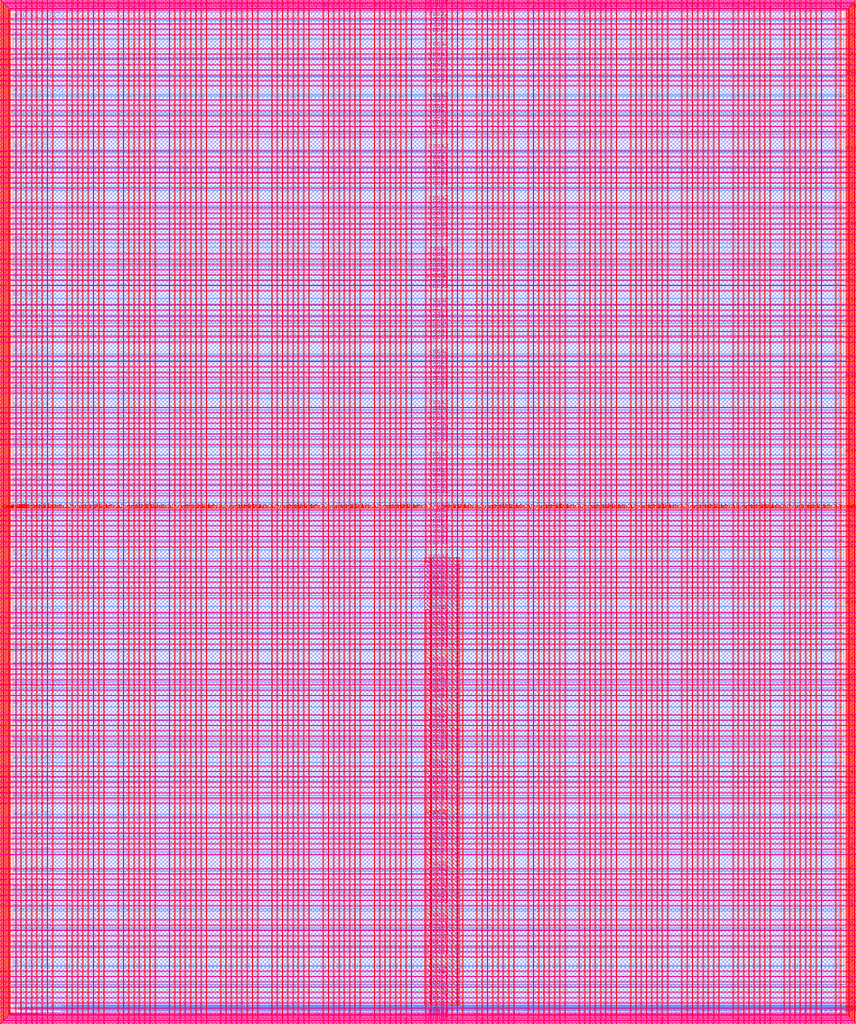
<source format=lef>
VERSION 5.7 ;
  NOWIREEXTENSIONATPIN ON ;
  DIVIDERCHAR "/" ;
  BUSBITCHARS "[]" ;
MACRO user_project_wrapper
  CLASS BLOCK ;
  FOREIGN user_project_wrapper ;
  ORIGIN 0.000 0.000 ;
  SIZE 2920.000 BY 3520.000 ;
  PIN analog_io[0]
    DIRECTION INOUT ;
    USE SIGNAL ;
    PORT
      LAYER met3 ;
        RECT 2917.600 1426.380 2924.800 1427.580 ;
    END
  END analog_io[0]
  PIN analog_io[10]
    DIRECTION INOUT ;
    USE SIGNAL ;
    PORT
      LAYER met2 ;
        RECT 2230.490 3517.600 2231.050 3524.800 ;
    END
  END analog_io[10]
  PIN analog_io[11]
    DIRECTION INOUT ;
    USE SIGNAL ;
    PORT
      LAYER met2 ;
        RECT 1905.730 3517.600 1906.290 3524.800 ;
    END
  END analog_io[11]
  PIN analog_io[12]
    DIRECTION INOUT ;
    USE SIGNAL ;
    PORT
      LAYER met2 ;
        RECT 1581.430 3517.600 1581.990 3524.800 ;
    END
  END analog_io[12]
  PIN analog_io[13]
    DIRECTION INOUT ;
    USE SIGNAL ;
    PORT
      LAYER met2 ;
        RECT 1257.130 3517.600 1257.690 3524.800 ;
    END
  END analog_io[13]
  PIN analog_io[14]
    DIRECTION INOUT ;
    USE SIGNAL ;
    PORT
      LAYER met2 ;
        RECT 932.370 3517.600 932.930 3524.800 ;
    END
  END analog_io[14]
  PIN analog_io[15]
    DIRECTION INOUT ;
    USE SIGNAL ;
    PORT
      LAYER met2 ;
        RECT 608.070 3517.600 608.630 3524.800 ;
    END
  END analog_io[15]
  PIN analog_io[16]
    DIRECTION INOUT ;
    USE SIGNAL ;
    PORT
      LAYER met2 ;
        RECT 283.770 3517.600 284.330 3524.800 ;
    END
  END analog_io[16]
  PIN analog_io[17]
    DIRECTION INOUT ;
    USE SIGNAL ;
    PORT
      LAYER met3 ;
        RECT -4.800 3486.100 2.400 3487.300 ;
    END
  END analog_io[17]
  PIN analog_io[18]
    DIRECTION INOUT ;
    USE SIGNAL ;
    PORT
      LAYER met3 ;
        RECT -4.800 3224.980 2.400 3226.180 ;
    END
  END analog_io[18]
  PIN analog_io[19]
    DIRECTION INOUT ;
    USE SIGNAL ;
    PORT
      LAYER met3 ;
        RECT -4.800 2964.540 2.400 2965.740 ;
    END
  END analog_io[19]
  PIN analog_io[1]
    DIRECTION INOUT ;
    USE SIGNAL ;
    PORT
      LAYER met3 ;
        RECT 2917.600 1692.260 2924.800 1693.460 ;
    END
  END analog_io[1]
  PIN analog_io[20]
    DIRECTION INOUT ;
    USE SIGNAL ;
    PORT
      LAYER met3 ;
        RECT -4.800 2703.420 2.400 2704.620 ;
    END
  END analog_io[20]
  PIN analog_io[21]
    DIRECTION INOUT ;
    USE SIGNAL ;
    PORT
      LAYER met3 ;
        RECT -4.800 2442.980 2.400 2444.180 ;
    END
  END analog_io[21]
  PIN analog_io[22]
    DIRECTION INOUT ;
    USE SIGNAL ;
    PORT
      LAYER met3 ;
        RECT -4.800 2182.540 2.400 2183.740 ;
    END
  END analog_io[22]
  PIN analog_io[23]
    DIRECTION INOUT ;
    USE SIGNAL ;
    PORT
      LAYER met3 ;
        RECT -4.800 1921.420 2.400 1922.620 ;
    END
  END analog_io[23]
  PIN analog_io[24]
    DIRECTION INOUT ;
    USE SIGNAL ;
    PORT
      LAYER met3 ;
        RECT -4.800 1660.980 2.400 1662.180 ;
    END
  END analog_io[24]
  PIN analog_io[25]
    DIRECTION INOUT ;
    USE SIGNAL ;
    PORT
      LAYER met3 ;
        RECT -4.800 1399.860 2.400 1401.060 ;
    END
  END analog_io[25]
  PIN analog_io[26]
    DIRECTION INOUT ;
    USE SIGNAL ;
    PORT
      LAYER met3 ;
        RECT -4.800 1139.420 2.400 1140.620 ;
    END
  END analog_io[26]
  PIN analog_io[27]
    DIRECTION INOUT ;
    USE SIGNAL ;
    PORT
      LAYER met3 ;
        RECT -4.800 878.980 2.400 880.180 ;
    END
  END analog_io[27]
  PIN analog_io[28]
    DIRECTION INOUT ;
    USE SIGNAL ;
    PORT
      LAYER met3 ;
        RECT -4.800 617.860 2.400 619.060 ;
    END
  END analog_io[28]
  PIN analog_io[2]
    DIRECTION INOUT ;
    USE SIGNAL ;
    PORT
      LAYER met3 ;
        RECT 2917.600 1958.140 2924.800 1959.340 ;
    END
  END analog_io[2]
  PIN analog_io[3]
    DIRECTION INOUT ;
    USE SIGNAL ;
    PORT
      LAYER met3 ;
        RECT 2917.600 2223.340 2924.800 2224.540 ;
    END
  END analog_io[3]
  PIN analog_io[4]
    DIRECTION INOUT ;
    USE SIGNAL ;
    PORT
      LAYER met3 ;
        RECT 2917.600 2489.220 2924.800 2490.420 ;
    END
  END analog_io[4]
  PIN analog_io[5]
    DIRECTION INOUT ;
    USE SIGNAL ;
    PORT
      LAYER met3 ;
        RECT 2917.600 2755.100 2924.800 2756.300 ;
    END
  END analog_io[5]
  PIN analog_io[6]
    DIRECTION INOUT ;
    USE SIGNAL ;
    PORT
      LAYER met3 ;
        RECT 2917.600 3020.300 2924.800 3021.500 ;
    END
  END analog_io[6]
  PIN analog_io[7]
    DIRECTION INOUT ;
    USE SIGNAL ;
    PORT
      LAYER met3 ;
        RECT 2917.600 3286.180 2924.800 3287.380 ;
    END
  END analog_io[7]
  PIN analog_io[8]
    DIRECTION INOUT ;
    USE SIGNAL ;
    PORT
      LAYER met2 ;
        RECT 2879.090 3517.600 2879.650 3524.800 ;
    END
  END analog_io[8]
  PIN analog_io[9]
    DIRECTION INOUT ;
    USE SIGNAL ;
    PORT
      LAYER met2 ;
        RECT 2554.790 3517.600 2555.350 3524.800 ;
    END
  END analog_io[9]
  PIN io_in[0]
    DIRECTION INPUT ;
    USE SIGNAL ;
    PORT
      LAYER met3 ;
        RECT 2917.600 32.380 2924.800 33.580 ;
    END
  END io_in[0]
  PIN io_in[10]
    DIRECTION INPUT ;
    USE SIGNAL ;
    PORT
      LAYER met3 ;
        RECT 2917.600 2289.980 2924.800 2291.180 ;
    END
  END io_in[10]
  PIN io_in[11]
    DIRECTION INPUT ;
    USE SIGNAL ;
    PORT
      LAYER met3 ;
        RECT 2917.600 2555.860 2924.800 2557.060 ;
    END
  END io_in[11]
  PIN io_in[12]
    DIRECTION INPUT ;
    USE SIGNAL ;
    PORT
      LAYER met3 ;
        RECT 2917.600 2821.060 2924.800 2822.260 ;
    END
  END io_in[12]
  PIN io_in[13]
    DIRECTION INPUT ;
    USE SIGNAL ;
    PORT
      LAYER met3 ;
        RECT 2917.600 3086.940 2924.800 3088.140 ;
    END
  END io_in[13]
  PIN io_in[14]
    DIRECTION INPUT ;
    USE SIGNAL ;
    PORT
      LAYER met3 ;
        RECT 2917.600 3352.820 2924.800 3354.020 ;
    END
  END io_in[14]
  PIN io_in[15]
    DIRECTION INPUT ;
    USE SIGNAL ;
    PORT
      LAYER met2 ;
        RECT 2798.130 3517.600 2798.690 3524.800 ;
    END
  END io_in[15]
  PIN io_in[16]
    DIRECTION INPUT ;
    USE SIGNAL ;
    PORT
      LAYER met2 ;
        RECT 2473.830 3517.600 2474.390 3524.800 ;
    END
  END io_in[16]
  PIN io_in[17]
    DIRECTION INPUT ;
    USE SIGNAL ;
    PORT
      LAYER met2 ;
        RECT 2149.070 3517.600 2149.630 3524.800 ;
    END
  END io_in[17]
  PIN io_in[18]
    DIRECTION INPUT ;
    USE SIGNAL ;
    PORT
      LAYER met2 ;
        RECT 1824.770 3517.600 1825.330 3524.800 ;
    END
  END io_in[18]
  PIN io_in[19]
    DIRECTION INPUT ;
    USE SIGNAL ;
    PORT
      LAYER met2 ;
        RECT 1500.470 3517.600 1501.030 3524.800 ;
    END
  END io_in[19]
  PIN io_in[1]
    DIRECTION INPUT ;
    USE SIGNAL ;
    PORT
      LAYER met3 ;
        RECT 2917.600 230.940 2924.800 232.140 ;
    END
  END io_in[1]
  PIN io_in[20]
    DIRECTION INPUT ;
    USE SIGNAL ;
    PORT
      LAYER met2 ;
        RECT 1175.710 3517.600 1176.270 3524.800 ;
    END
  END io_in[20]
  PIN io_in[21]
    DIRECTION INPUT ;
    USE SIGNAL ;
    PORT
      LAYER met2 ;
        RECT 851.410 3517.600 851.970 3524.800 ;
    END
  END io_in[21]
  PIN io_in[22]
    DIRECTION INPUT ;
    USE SIGNAL ;
    PORT
      LAYER met2 ;
        RECT 527.110 3517.600 527.670 3524.800 ;
    END
  END io_in[22]
  PIN io_in[23]
    DIRECTION INPUT ;
    USE SIGNAL ;
    PORT
      LAYER met2 ;
        RECT 202.350 3517.600 202.910 3524.800 ;
    END
  END io_in[23]
  PIN io_in[24]
    DIRECTION INPUT ;
    USE SIGNAL ;
    PORT
      LAYER met3 ;
        RECT -4.800 3420.820 2.400 3422.020 ;
    END
  END io_in[24]
  PIN io_in[25]
    DIRECTION INPUT ;
    USE SIGNAL ;
    PORT
      LAYER met3 ;
        RECT -4.800 3159.700 2.400 3160.900 ;
    END
  END io_in[25]
  PIN io_in[26]
    DIRECTION INPUT ;
    USE SIGNAL ;
    PORT
      LAYER met3 ;
        RECT -4.800 2899.260 2.400 2900.460 ;
    END
  END io_in[26]
  PIN io_in[27]
    DIRECTION INPUT ;
    USE SIGNAL ;
    PORT
      LAYER met3 ;
        RECT -4.800 2638.820 2.400 2640.020 ;
    END
  END io_in[27]
  PIN io_in[28]
    DIRECTION INPUT ;
    USE SIGNAL ;
    PORT
      LAYER met3 ;
        RECT -4.800 2377.700 2.400 2378.900 ;
    END
  END io_in[28]
  PIN io_in[29]
    DIRECTION INPUT ;
    USE SIGNAL ;
    PORT
      LAYER met3 ;
        RECT -4.800 2117.260 2.400 2118.460 ;
    END
  END io_in[29]
  PIN io_in[2]
    DIRECTION INPUT ;
    USE SIGNAL ;
    PORT
      LAYER met3 ;
        RECT 2917.600 430.180 2924.800 431.380 ;
    END
  END io_in[2]
  PIN io_in[30]
    DIRECTION INPUT ;
    USE SIGNAL ;
    PORT
      LAYER met3 ;
        RECT -4.800 1856.140 2.400 1857.340 ;
    END
  END io_in[30]
  PIN io_in[31]
    DIRECTION INPUT ;
    USE SIGNAL ;
    PORT
      LAYER met3 ;
        RECT -4.800 1595.700 2.400 1596.900 ;
    END
  END io_in[31]
  PIN io_in[32]
    DIRECTION INPUT ;
    USE SIGNAL ;
    PORT
      LAYER met3 ;
        RECT -4.800 1335.260 2.400 1336.460 ;
    END
  END io_in[32]
  PIN io_in[33]
    DIRECTION INPUT ;
    USE SIGNAL ;
    PORT
      LAYER met3 ;
        RECT -4.800 1074.140 2.400 1075.340 ;
    END
  END io_in[33]
  PIN io_in[34]
    DIRECTION INPUT ;
    USE SIGNAL ;
    PORT
      LAYER met3 ;
        RECT -4.800 813.700 2.400 814.900 ;
    END
  END io_in[34]
  PIN io_in[35]
    DIRECTION INPUT ;
    USE SIGNAL ;
    PORT
      LAYER met3 ;
        RECT -4.800 552.580 2.400 553.780 ;
    END
  END io_in[35]
  PIN io_in[36]
    DIRECTION INPUT ;
    USE SIGNAL ;
    PORT
      LAYER met3 ;
        RECT -4.800 357.420 2.400 358.620 ;
    END
  END io_in[36]
  PIN io_in[37]
    DIRECTION INPUT ;
    USE SIGNAL ;
    PORT
      LAYER met3 ;
        RECT -4.800 161.580 2.400 162.780 ;
    END
  END io_in[37]
  PIN io_in[3]
    DIRECTION INPUT ;
    USE SIGNAL ;
    PORT
      LAYER met3 ;
        RECT 2917.600 629.420 2924.800 630.620 ;
    END
  END io_in[3]
  PIN io_in[4]
    DIRECTION INPUT ;
    USE SIGNAL ;
    PORT
      LAYER met3 ;
        RECT 2917.600 828.660 2924.800 829.860 ;
    END
  END io_in[4]
  PIN io_in[5]
    DIRECTION INPUT ;
    USE SIGNAL ;
    PORT
      LAYER met3 ;
        RECT 2917.600 1027.900 2924.800 1029.100 ;
    END
  END io_in[5]
  PIN io_in[6]
    DIRECTION INPUT ;
    USE SIGNAL ;
    PORT
      LAYER met3 ;
        RECT 2917.600 1227.140 2924.800 1228.340 ;
    END
  END io_in[6]
  PIN io_in[7]
    DIRECTION INPUT ;
    USE SIGNAL ;
    PORT
      LAYER met3 ;
        RECT 2917.600 1493.020 2924.800 1494.220 ;
    END
  END io_in[7]
  PIN io_in[8]
    DIRECTION INPUT ;
    USE SIGNAL ;
    PORT
      LAYER met3 ;
        RECT 2917.600 1758.900 2924.800 1760.100 ;
    END
  END io_in[8]
  PIN io_in[9]
    DIRECTION INPUT ;
    USE SIGNAL ;
    PORT
      LAYER met3 ;
        RECT 2917.600 2024.100 2924.800 2025.300 ;
    END
  END io_in[9]
  PIN io_oeb[0]
    DIRECTION OUTPUT TRISTATE ;
    USE SIGNAL ;
    PORT
      LAYER met3 ;
        RECT 2917.600 164.980 2924.800 166.180 ;
    END
  END io_oeb[0]
  PIN io_oeb[10]
    DIRECTION OUTPUT TRISTATE ;
    USE SIGNAL ;
    PORT
      LAYER met3 ;
        RECT 2917.600 2422.580 2924.800 2423.780 ;
    END
  END io_oeb[10]
  PIN io_oeb[11]
    DIRECTION OUTPUT TRISTATE ;
    USE SIGNAL ;
    PORT
      LAYER met3 ;
        RECT 2917.600 2688.460 2924.800 2689.660 ;
    END
  END io_oeb[11]
  PIN io_oeb[12]
    DIRECTION OUTPUT TRISTATE ;
    USE SIGNAL ;
    PORT
      LAYER met3 ;
        RECT 2917.600 2954.340 2924.800 2955.540 ;
    END
  END io_oeb[12]
  PIN io_oeb[13]
    DIRECTION OUTPUT TRISTATE ;
    USE SIGNAL ;
    PORT
      LAYER met3 ;
        RECT 2917.600 3219.540 2924.800 3220.740 ;
    END
  END io_oeb[13]
  PIN io_oeb[14]
    DIRECTION OUTPUT TRISTATE ;
    USE SIGNAL ;
    PORT
      LAYER met3 ;
        RECT 2917.600 3485.420 2924.800 3486.620 ;
    END
  END io_oeb[14]
  PIN io_oeb[15]
    DIRECTION OUTPUT TRISTATE ;
    USE SIGNAL ;
    PORT
      LAYER met2 ;
        RECT 2635.750 3517.600 2636.310 3524.800 ;
    END
  END io_oeb[15]
  PIN io_oeb[16]
    DIRECTION OUTPUT TRISTATE ;
    USE SIGNAL ;
    PORT
      LAYER met2 ;
        RECT 2311.450 3517.600 2312.010 3524.800 ;
    END
  END io_oeb[16]
  PIN io_oeb[17]
    DIRECTION OUTPUT TRISTATE ;
    USE SIGNAL ;
    PORT
      LAYER met2 ;
        RECT 1987.150 3517.600 1987.710 3524.800 ;
    END
  END io_oeb[17]
  PIN io_oeb[18]
    DIRECTION OUTPUT TRISTATE ;
    USE SIGNAL ;
    PORT
      LAYER met2 ;
        RECT 1662.390 3517.600 1662.950 3524.800 ;
    END
  END io_oeb[18]
  PIN io_oeb[19]
    DIRECTION OUTPUT TRISTATE ;
    USE SIGNAL ;
    PORT
      LAYER met2 ;
        RECT 1338.090 3517.600 1338.650 3524.800 ;
    END
  END io_oeb[19]
  PIN io_oeb[1]
    DIRECTION OUTPUT TRISTATE ;
    USE SIGNAL ;
    PORT
      LAYER met3 ;
        RECT 2917.600 364.220 2924.800 365.420 ;
    END
  END io_oeb[1]
  PIN io_oeb[20]
    DIRECTION OUTPUT TRISTATE ;
    USE SIGNAL ;
    PORT
      LAYER met2 ;
        RECT 1013.790 3517.600 1014.350 3524.800 ;
    END
  END io_oeb[20]
  PIN io_oeb[21]
    DIRECTION OUTPUT TRISTATE ;
    USE SIGNAL ;
    PORT
      LAYER met2 ;
        RECT 689.030 3517.600 689.590 3524.800 ;
    END
  END io_oeb[21]
  PIN io_oeb[22]
    DIRECTION OUTPUT TRISTATE ;
    USE SIGNAL ;
    PORT
      LAYER met2 ;
        RECT 364.730 3517.600 365.290 3524.800 ;
    END
  END io_oeb[22]
  PIN io_oeb[23]
    DIRECTION OUTPUT TRISTATE ;
    USE SIGNAL ;
    PORT
      LAYER met2 ;
        RECT 40.430 3517.600 40.990 3524.800 ;
    END
  END io_oeb[23]
  PIN io_oeb[24]
    DIRECTION OUTPUT TRISTATE ;
    USE SIGNAL ;
    PORT
      LAYER met3 ;
        RECT -4.800 3290.260 2.400 3291.460 ;
    END
  END io_oeb[24]
  PIN io_oeb[25]
    DIRECTION OUTPUT TRISTATE ;
    USE SIGNAL ;
    PORT
      LAYER met3 ;
        RECT -4.800 3029.820 2.400 3031.020 ;
    END
  END io_oeb[25]
  PIN io_oeb[26]
    DIRECTION OUTPUT TRISTATE ;
    USE SIGNAL ;
    PORT
      LAYER met3 ;
        RECT -4.800 2768.700 2.400 2769.900 ;
    END
  END io_oeb[26]
  PIN io_oeb[27]
    DIRECTION OUTPUT TRISTATE ;
    USE SIGNAL ;
    PORT
      LAYER met3 ;
        RECT -4.800 2508.260 2.400 2509.460 ;
    END
  END io_oeb[27]
  PIN io_oeb[28]
    DIRECTION OUTPUT TRISTATE ;
    USE SIGNAL ;
    PORT
      LAYER met3 ;
        RECT -4.800 2247.140 2.400 2248.340 ;
    END
  END io_oeb[28]
  PIN io_oeb[29]
    DIRECTION OUTPUT TRISTATE ;
    USE SIGNAL ;
    PORT
      LAYER met3 ;
        RECT -4.800 1986.700 2.400 1987.900 ;
    END
  END io_oeb[29]
  PIN io_oeb[2]
    DIRECTION OUTPUT TRISTATE ;
    USE SIGNAL ;
    PORT
      LAYER met3 ;
        RECT 2917.600 563.460 2924.800 564.660 ;
    END
  END io_oeb[2]
  PIN io_oeb[30]
    DIRECTION OUTPUT TRISTATE ;
    USE SIGNAL ;
    PORT
      LAYER met3 ;
        RECT -4.800 1726.260 2.400 1727.460 ;
    END
  END io_oeb[30]
  PIN io_oeb[31]
    DIRECTION OUTPUT TRISTATE ;
    USE SIGNAL ;
    PORT
      LAYER met3 ;
        RECT -4.800 1465.140 2.400 1466.340 ;
    END
  END io_oeb[31]
  PIN io_oeb[32]
    DIRECTION OUTPUT TRISTATE ;
    USE SIGNAL ;
    PORT
      LAYER met3 ;
        RECT -4.800 1204.700 2.400 1205.900 ;
    END
  END io_oeb[32]
  PIN io_oeb[33]
    DIRECTION OUTPUT TRISTATE ;
    USE SIGNAL ;
    PORT
      LAYER met3 ;
        RECT -4.800 943.580 2.400 944.780 ;
    END
  END io_oeb[33]
  PIN io_oeb[34]
    DIRECTION OUTPUT TRISTATE ;
    USE SIGNAL ;
    PORT
      LAYER met3 ;
        RECT -4.800 683.140 2.400 684.340 ;
    END
  END io_oeb[34]
  PIN io_oeb[35]
    DIRECTION OUTPUT TRISTATE ;
    USE SIGNAL ;
    PORT
      LAYER met3 ;
        RECT -4.800 422.700 2.400 423.900 ;
    END
  END io_oeb[35]
  PIN io_oeb[36]
    DIRECTION OUTPUT TRISTATE ;
    USE SIGNAL ;
    PORT
      LAYER met3 ;
        RECT -4.800 226.860 2.400 228.060 ;
    END
  END io_oeb[36]
  PIN io_oeb[37]
    DIRECTION OUTPUT TRISTATE ;
    USE SIGNAL ;
    PORT
      LAYER met3 ;
        RECT -4.800 31.700 2.400 32.900 ;
    END
  END io_oeb[37]
  PIN io_oeb[3]
    DIRECTION OUTPUT TRISTATE ;
    USE SIGNAL ;
    PORT
      LAYER met3 ;
        RECT 2917.600 762.700 2924.800 763.900 ;
    END
  END io_oeb[3]
  PIN io_oeb[4]
    DIRECTION OUTPUT TRISTATE ;
    USE SIGNAL ;
    PORT
      LAYER met3 ;
        RECT 2917.600 961.940 2924.800 963.140 ;
    END
  END io_oeb[4]
  PIN io_oeb[5]
    DIRECTION OUTPUT TRISTATE ;
    USE SIGNAL ;
    PORT
      LAYER met3 ;
        RECT 2917.600 1161.180 2924.800 1162.380 ;
    END
  END io_oeb[5]
  PIN io_oeb[6]
    DIRECTION OUTPUT TRISTATE ;
    USE SIGNAL ;
    PORT
      LAYER met3 ;
        RECT 2917.600 1360.420 2924.800 1361.620 ;
    END
  END io_oeb[6]
  PIN io_oeb[7]
    DIRECTION OUTPUT TRISTATE ;
    USE SIGNAL ;
    PORT
      LAYER met3 ;
        RECT 2917.600 1625.620 2924.800 1626.820 ;
    END
  END io_oeb[7]
  PIN io_oeb[8]
    DIRECTION OUTPUT TRISTATE ;
    USE SIGNAL ;
    PORT
      LAYER met3 ;
        RECT 2917.600 1891.500 2924.800 1892.700 ;
    END
  END io_oeb[8]
  PIN io_oeb[9]
    DIRECTION OUTPUT TRISTATE ;
    USE SIGNAL ;
    PORT
      LAYER met3 ;
        RECT 2917.600 2157.380 2924.800 2158.580 ;
    END
  END io_oeb[9]
  PIN io_out[0]
    DIRECTION OUTPUT TRISTATE ;
    USE SIGNAL ;
    PORT
      LAYER met3 ;
        RECT 2917.600 98.340 2924.800 99.540 ;
    END
  END io_out[0]
  PIN io_out[10]
    DIRECTION OUTPUT TRISTATE ;
    USE SIGNAL ;
    PORT
      LAYER met3 ;
        RECT 2917.600 2356.620 2924.800 2357.820 ;
    END
  END io_out[10]
  PIN io_out[11]
    DIRECTION OUTPUT TRISTATE ;
    USE SIGNAL ;
    PORT
      LAYER met3 ;
        RECT 2917.600 2621.820 2924.800 2623.020 ;
    END
  END io_out[11]
  PIN io_out[12]
    DIRECTION OUTPUT TRISTATE ;
    USE SIGNAL ;
    PORT
      LAYER met3 ;
        RECT 2917.600 2887.700 2924.800 2888.900 ;
    END
  END io_out[12]
  PIN io_out[13]
    DIRECTION OUTPUT TRISTATE ;
    USE SIGNAL ;
    PORT
      LAYER met3 ;
        RECT 2917.600 3153.580 2924.800 3154.780 ;
    END
  END io_out[13]
  PIN io_out[14]
    DIRECTION OUTPUT TRISTATE ;
    USE SIGNAL ;
    PORT
      LAYER met3 ;
        RECT 2917.600 3418.780 2924.800 3419.980 ;
    END
  END io_out[14]
  PIN io_out[15]
    DIRECTION OUTPUT TRISTATE ;
    USE SIGNAL ;
    PORT
      LAYER met2 ;
        RECT 2717.170 3517.600 2717.730 3524.800 ;
    END
  END io_out[15]
  PIN io_out[16]
    DIRECTION OUTPUT TRISTATE ;
    USE SIGNAL ;
    PORT
      LAYER met2 ;
        RECT 2392.410 3517.600 2392.970 3524.800 ;
    END
  END io_out[16]
  PIN io_out[17]
    DIRECTION OUTPUT TRISTATE ;
    USE SIGNAL ;
    PORT
      LAYER met2 ;
        RECT 2068.110 3517.600 2068.670 3524.800 ;
    END
  END io_out[17]
  PIN io_out[18]
    DIRECTION OUTPUT TRISTATE ;
    USE SIGNAL ;
    PORT
      LAYER met2 ;
        RECT 1743.810 3517.600 1744.370 3524.800 ;
    END
  END io_out[18]
  PIN io_out[19]
    DIRECTION OUTPUT TRISTATE ;
    USE SIGNAL ;
    PORT
      LAYER met2 ;
        RECT 1419.050 3517.600 1419.610 3524.800 ;
    END
  END io_out[19]
  PIN io_out[1]
    DIRECTION OUTPUT TRISTATE ;
    USE SIGNAL ;
    PORT
      LAYER met3 ;
        RECT 2917.600 297.580 2924.800 298.780 ;
    END
  END io_out[1]
  PIN io_out[20]
    DIRECTION OUTPUT TRISTATE ;
    USE SIGNAL ;
    PORT
      LAYER met2 ;
        RECT 1094.750 3517.600 1095.310 3524.800 ;
    END
  END io_out[20]
  PIN io_out[21]
    DIRECTION OUTPUT TRISTATE ;
    USE SIGNAL ;
    PORT
      LAYER met2 ;
        RECT 770.450 3517.600 771.010 3524.800 ;
    END
  END io_out[21]
  PIN io_out[22]
    DIRECTION OUTPUT TRISTATE ;
    USE SIGNAL ;
    PORT
      LAYER met2 ;
        RECT 445.690 3517.600 446.250 3524.800 ;
    END
  END io_out[22]
  PIN io_out[23]
    DIRECTION OUTPUT TRISTATE ;
    USE SIGNAL ;
    PORT
      LAYER met2 ;
        RECT 121.390 3517.600 121.950 3524.800 ;
    END
  END io_out[23]
  PIN io_out[24]
    DIRECTION OUTPUT TRISTATE ;
    USE SIGNAL ;
    PORT
      LAYER met3 ;
        RECT -4.800 3355.540 2.400 3356.740 ;
    END
  END io_out[24]
  PIN io_out[25]
    DIRECTION OUTPUT TRISTATE ;
    USE SIGNAL ;
    PORT
      LAYER met3 ;
        RECT -4.800 3095.100 2.400 3096.300 ;
    END
  END io_out[25]
  PIN io_out[26]
    DIRECTION OUTPUT TRISTATE ;
    USE SIGNAL ;
    PORT
      LAYER met3 ;
        RECT -4.800 2833.980 2.400 2835.180 ;
    END
  END io_out[26]
  PIN io_out[27]
    DIRECTION OUTPUT TRISTATE ;
    USE SIGNAL ;
    PORT
      LAYER met3 ;
        RECT -4.800 2573.540 2.400 2574.740 ;
    END
  END io_out[27]
  PIN io_out[28]
    DIRECTION OUTPUT TRISTATE ;
    USE SIGNAL ;
    PORT
      LAYER met3 ;
        RECT -4.800 2312.420 2.400 2313.620 ;
    END
  END io_out[28]
  PIN io_out[29]
    DIRECTION OUTPUT TRISTATE ;
    USE SIGNAL ;
    PORT
      LAYER met3 ;
        RECT -4.800 2051.980 2.400 2053.180 ;
    END
  END io_out[29]
  PIN io_out[2]
    DIRECTION OUTPUT TRISTATE ;
    USE SIGNAL ;
    PORT
      LAYER met3 ;
        RECT 2917.600 496.820 2924.800 498.020 ;
    END
  END io_out[2]
  PIN io_out[30]
    DIRECTION OUTPUT TRISTATE ;
    USE SIGNAL ;
    PORT
      LAYER met3 ;
        RECT -4.800 1791.540 2.400 1792.740 ;
    END
  END io_out[30]
  PIN io_out[31]
    DIRECTION OUTPUT TRISTATE ;
    USE SIGNAL ;
    PORT
      LAYER met3 ;
        RECT -4.800 1530.420 2.400 1531.620 ;
    END
  END io_out[31]
  PIN io_out[32]
    DIRECTION OUTPUT TRISTATE ;
    USE SIGNAL ;
    PORT
      LAYER met3 ;
        RECT -4.800 1269.980 2.400 1271.180 ;
    END
  END io_out[32]
  PIN io_out[33]
    DIRECTION OUTPUT TRISTATE ;
    USE SIGNAL ;
    PORT
      LAYER met3 ;
        RECT -4.800 1008.860 2.400 1010.060 ;
    END
  END io_out[33]
  PIN io_out[34]
    DIRECTION OUTPUT TRISTATE ;
    USE SIGNAL ;
    PORT
      LAYER met3 ;
        RECT -4.800 748.420 2.400 749.620 ;
    END
  END io_out[34]
  PIN io_out[35]
    DIRECTION OUTPUT TRISTATE ;
    USE SIGNAL ;
    PORT
      LAYER met3 ;
        RECT -4.800 487.300 2.400 488.500 ;
    END
  END io_out[35]
  PIN io_out[36]
    DIRECTION OUTPUT TRISTATE ;
    USE SIGNAL ;
    PORT
      LAYER met3 ;
        RECT -4.800 292.140 2.400 293.340 ;
    END
  END io_out[36]
  PIN io_out[37]
    DIRECTION OUTPUT TRISTATE ;
    USE SIGNAL ;
    PORT
      LAYER met3 ;
        RECT -4.800 96.300 2.400 97.500 ;
    END
  END io_out[37]
  PIN io_out[3]
    DIRECTION OUTPUT TRISTATE ;
    USE SIGNAL ;
    PORT
      LAYER met3 ;
        RECT 2917.600 696.060 2924.800 697.260 ;
    END
  END io_out[3]
  PIN io_out[4]
    DIRECTION OUTPUT TRISTATE ;
    USE SIGNAL ;
    PORT
      LAYER met3 ;
        RECT 2917.600 895.300 2924.800 896.500 ;
    END
  END io_out[4]
  PIN io_out[5]
    DIRECTION OUTPUT TRISTATE ;
    USE SIGNAL ;
    PORT
      LAYER met3 ;
        RECT 2917.600 1094.540 2924.800 1095.740 ;
    END
  END io_out[5]
  PIN io_out[6]
    DIRECTION OUTPUT TRISTATE ;
    USE SIGNAL ;
    PORT
      LAYER met3 ;
        RECT 2917.600 1293.780 2924.800 1294.980 ;
    END
  END io_out[6]
  PIN io_out[7]
    DIRECTION OUTPUT TRISTATE ;
    USE SIGNAL ;
    PORT
      LAYER met3 ;
        RECT 2917.600 1559.660 2924.800 1560.860 ;
    END
  END io_out[7]
  PIN io_out[8]
    DIRECTION OUTPUT TRISTATE ;
    USE SIGNAL ;
    PORT
      LAYER met3 ;
        RECT 2917.600 1824.860 2924.800 1826.060 ;
    END
  END io_out[8]
  PIN io_out[9]
    DIRECTION OUTPUT TRISTATE ;
    USE SIGNAL ;
    PORT
      LAYER met3 ;
        RECT 2917.600 2090.740 2924.800 2091.940 ;
    END
  END io_out[9]
  PIN la_data_in[0]
    DIRECTION INPUT ;
    USE SIGNAL ;
    PORT
      LAYER met2 ;
        RECT 629.230 -4.800 629.790 2.400 ;
    END
  END la_data_in[0]
  PIN la_data_in[100]
    DIRECTION INPUT ;
    USE SIGNAL ;
    PORT
      LAYER met2 ;
        RECT 2402.530 -4.800 2403.090 2.400 ;
    END
  END la_data_in[100]
  PIN la_data_in[101]
    DIRECTION INPUT ;
    USE SIGNAL ;
    PORT
      LAYER met2 ;
        RECT 2420.010 -4.800 2420.570 2.400 ;
    END
  END la_data_in[101]
  PIN la_data_in[102]
    DIRECTION INPUT ;
    USE SIGNAL ;
    PORT
      LAYER met2 ;
        RECT 2437.950 -4.800 2438.510 2.400 ;
    END
  END la_data_in[102]
  PIN la_data_in[103]
    DIRECTION INPUT ;
    USE SIGNAL ;
    PORT
      LAYER met2 ;
        RECT 2455.430 -4.800 2455.990 2.400 ;
    END
  END la_data_in[103]
  PIN la_data_in[104]
    DIRECTION INPUT ;
    USE SIGNAL ;
    PORT
      LAYER met2 ;
        RECT 2473.370 -4.800 2473.930 2.400 ;
    END
  END la_data_in[104]
  PIN la_data_in[105]
    DIRECTION INPUT ;
    USE SIGNAL ;
    PORT
      LAYER met2 ;
        RECT 2490.850 -4.800 2491.410 2.400 ;
    END
  END la_data_in[105]
  PIN la_data_in[106]
    DIRECTION INPUT ;
    USE SIGNAL ;
    PORT
      LAYER met2 ;
        RECT 2508.790 -4.800 2509.350 2.400 ;
    END
  END la_data_in[106]
  PIN la_data_in[107]
    DIRECTION INPUT ;
    USE SIGNAL ;
    PORT
      LAYER met2 ;
        RECT 2526.730 -4.800 2527.290 2.400 ;
    END
  END la_data_in[107]
  PIN la_data_in[108]
    DIRECTION INPUT ;
    USE SIGNAL ;
    PORT
      LAYER met2 ;
        RECT 2544.210 -4.800 2544.770 2.400 ;
    END
  END la_data_in[108]
  PIN la_data_in[109]
    DIRECTION INPUT ;
    USE SIGNAL ;
    PORT
      LAYER met2 ;
        RECT 2562.150 -4.800 2562.710 2.400 ;
    END
  END la_data_in[109]
  PIN la_data_in[10]
    DIRECTION INPUT ;
    USE SIGNAL ;
    PORT
      LAYER met2 ;
        RECT 806.330 -4.800 806.890 2.400 ;
    END
  END la_data_in[10]
  PIN la_data_in[110]
    DIRECTION INPUT ;
    USE SIGNAL ;
    PORT
      LAYER met2 ;
        RECT 2579.630 -4.800 2580.190 2.400 ;
    END
  END la_data_in[110]
  PIN la_data_in[111]
    DIRECTION INPUT ;
    USE SIGNAL ;
    PORT
      LAYER met2 ;
        RECT 2597.570 -4.800 2598.130 2.400 ;
    END
  END la_data_in[111]
  PIN la_data_in[112]
    DIRECTION INPUT ;
    USE SIGNAL ;
    PORT
      LAYER met2 ;
        RECT 2615.050 -4.800 2615.610 2.400 ;
    END
  END la_data_in[112]
  PIN la_data_in[113]
    DIRECTION INPUT ;
    USE SIGNAL ;
    PORT
      LAYER met2 ;
        RECT 2632.990 -4.800 2633.550 2.400 ;
    END
  END la_data_in[113]
  PIN la_data_in[114]
    DIRECTION INPUT ;
    USE SIGNAL ;
    PORT
      LAYER met2 ;
        RECT 2650.470 -4.800 2651.030 2.400 ;
    END
  END la_data_in[114]
  PIN la_data_in[115]
    DIRECTION INPUT ;
    USE SIGNAL ;
    PORT
      LAYER met2 ;
        RECT 2668.410 -4.800 2668.970 2.400 ;
    END
  END la_data_in[115]
  PIN la_data_in[116]
    DIRECTION INPUT ;
    USE SIGNAL ;
    PORT
      LAYER met2 ;
        RECT 2685.890 -4.800 2686.450 2.400 ;
    END
  END la_data_in[116]
  PIN la_data_in[117]
    DIRECTION INPUT ;
    USE SIGNAL ;
    PORT
      LAYER met2 ;
        RECT 2703.830 -4.800 2704.390 2.400 ;
    END
  END la_data_in[117]
  PIN la_data_in[118]
    DIRECTION INPUT ;
    USE SIGNAL ;
    PORT
      LAYER met2 ;
        RECT 2721.770 -4.800 2722.330 2.400 ;
    END
  END la_data_in[118]
  PIN la_data_in[119]
    DIRECTION INPUT ;
    USE SIGNAL ;
    PORT
      LAYER met2 ;
        RECT 2739.250 -4.800 2739.810 2.400 ;
    END
  END la_data_in[119]
  PIN la_data_in[11]
    DIRECTION INPUT ;
    USE SIGNAL ;
    PORT
      LAYER met2 ;
        RECT 824.270 -4.800 824.830 2.400 ;
    END
  END la_data_in[11]
  PIN la_data_in[120]
    DIRECTION INPUT ;
    USE SIGNAL ;
    PORT
      LAYER met2 ;
        RECT 2757.190 -4.800 2757.750 2.400 ;
    END
  END la_data_in[120]
  PIN la_data_in[121]
    DIRECTION INPUT ;
    USE SIGNAL ;
    PORT
      LAYER met2 ;
        RECT 2774.670 -4.800 2775.230 2.400 ;
    END
  END la_data_in[121]
  PIN la_data_in[122]
    DIRECTION INPUT ;
    USE SIGNAL ;
    PORT
      LAYER met2 ;
        RECT 2792.610 -4.800 2793.170 2.400 ;
    END
  END la_data_in[122]
  PIN la_data_in[123]
    DIRECTION INPUT ;
    USE SIGNAL ;
    PORT
      LAYER met2 ;
        RECT 2810.090 -4.800 2810.650 2.400 ;
    END
  END la_data_in[123]
  PIN la_data_in[124]
    DIRECTION INPUT ;
    USE SIGNAL ;
    PORT
      LAYER met2 ;
        RECT 2828.030 -4.800 2828.590 2.400 ;
    END
  END la_data_in[124]
  PIN la_data_in[125]
    DIRECTION INPUT ;
    USE SIGNAL ;
    PORT
      LAYER met2 ;
        RECT 2845.510 -4.800 2846.070 2.400 ;
    END
  END la_data_in[125]
  PIN la_data_in[126]
    DIRECTION INPUT ;
    USE SIGNAL ;
    PORT
      LAYER met2 ;
        RECT 2863.450 -4.800 2864.010 2.400 ;
    END
  END la_data_in[126]
  PIN la_data_in[127]
    DIRECTION INPUT ;
    USE SIGNAL ;
    PORT
      LAYER met2 ;
        RECT 2881.390 -4.800 2881.950 2.400 ;
    END
  END la_data_in[127]
  PIN la_data_in[12]
    DIRECTION INPUT ;
    USE SIGNAL ;
    PORT
      LAYER met2 ;
        RECT 841.750 -4.800 842.310 2.400 ;
    END
  END la_data_in[12]
  PIN la_data_in[13]
    DIRECTION INPUT ;
    USE SIGNAL ;
    PORT
      LAYER met2 ;
        RECT 859.690 -4.800 860.250 2.400 ;
    END
  END la_data_in[13]
  PIN la_data_in[14]
    DIRECTION INPUT ;
    USE SIGNAL ;
    PORT
      LAYER met2 ;
        RECT 877.170 -4.800 877.730 2.400 ;
    END
  END la_data_in[14]
  PIN la_data_in[15]
    DIRECTION INPUT ;
    USE SIGNAL ;
    PORT
      LAYER met2 ;
        RECT 895.110 -4.800 895.670 2.400 ;
    END
  END la_data_in[15]
  PIN la_data_in[16]
    DIRECTION INPUT ;
    USE SIGNAL ;
    PORT
      LAYER met2 ;
        RECT 912.590 -4.800 913.150 2.400 ;
    END
  END la_data_in[16]
  PIN la_data_in[17]
    DIRECTION INPUT ;
    USE SIGNAL ;
    PORT
      LAYER met2 ;
        RECT 930.530 -4.800 931.090 2.400 ;
    END
  END la_data_in[17]
  PIN la_data_in[18]
    DIRECTION INPUT ;
    USE SIGNAL ;
    PORT
      LAYER met2 ;
        RECT 948.470 -4.800 949.030 2.400 ;
    END
  END la_data_in[18]
  PIN la_data_in[19]
    DIRECTION INPUT ;
    USE SIGNAL ;
    PORT
      LAYER met2 ;
        RECT 965.950 -4.800 966.510 2.400 ;
    END
  END la_data_in[19]
  PIN la_data_in[1]
    DIRECTION INPUT ;
    USE SIGNAL ;
    PORT
      LAYER met2 ;
        RECT 646.710 -4.800 647.270 2.400 ;
    END
  END la_data_in[1]
  PIN la_data_in[20]
    DIRECTION INPUT ;
    USE SIGNAL ;
    PORT
      LAYER met2 ;
        RECT 983.890 -4.800 984.450 2.400 ;
    END
  END la_data_in[20]
  PIN la_data_in[21]
    DIRECTION INPUT ;
    USE SIGNAL ;
    PORT
      LAYER met2 ;
        RECT 1001.370 -4.800 1001.930 2.400 ;
    END
  END la_data_in[21]
  PIN la_data_in[22]
    DIRECTION INPUT ;
    USE SIGNAL ;
    PORT
      LAYER met2 ;
        RECT 1019.310 -4.800 1019.870 2.400 ;
    END
  END la_data_in[22]
  PIN la_data_in[23]
    DIRECTION INPUT ;
    USE SIGNAL ;
    PORT
      LAYER met2 ;
        RECT 1036.790 -4.800 1037.350 2.400 ;
    END
  END la_data_in[23]
  PIN la_data_in[24]
    DIRECTION INPUT ;
    USE SIGNAL ;
    PORT
      LAYER met2 ;
        RECT 1054.730 -4.800 1055.290 2.400 ;
    END
  END la_data_in[24]
  PIN la_data_in[25]
    DIRECTION INPUT ;
    USE SIGNAL ;
    PORT
      LAYER met2 ;
        RECT 1072.210 -4.800 1072.770 2.400 ;
    END
  END la_data_in[25]
  PIN la_data_in[26]
    DIRECTION INPUT ;
    USE SIGNAL ;
    PORT
      LAYER met2 ;
        RECT 1090.150 -4.800 1090.710 2.400 ;
    END
  END la_data_in[26]
  PIN la_data_in[27]
    DIRECTION INPUT ;
    USE SIGNAL ;
    PORT
      LAYER met2 ;
        RECT 1107.630 -4.800 1108.190 2.400 ;
    END
  END la_data_in[27]
  PIN la_data_in[28]
    DIRECTION INPUT ;
    USE SIGNAL ;
    PORT
      LAYER met2 ;
        RECT 1125.570 -4.800 1126.130 2.400 ;
    END
  END la_data_in[28]
  PIN la_data_in[29]
    DIRECTION INPUT ;
    USE SIGNAL ;
    PORT
      LAYER met2 ;
        RECT 1143.510 -4.800 1144.070 2.400 ;
    END
  END la_data_in[29]
  PIN la_data_in[2]
    DIRECTION INPUT ;
    USE SIGNAL ;
    PORT
      LAYER met2 ;
        RECT 664.650 -4.800 665.210 2.400 ;
    END
  END la_data_in[2]
  PIN la_data_in[30]
    DIRECTION INPUT ;
    USE SIGNAL ;
    PORT
      LAYER met2 ;
        RECT 1160.990 -4.800 1161.550 2.400 ;
    END
  END la_data_in[30]
  PIN la_data_in[31]
    DIRECTION INPUT ;
    USE SIGNAL ;
    PORT
      LAYER met2 ;
        RECT 1178.930 -4.800 1179.490 2.400 ;
    END
  END la_data_in[31]
  PIN la_data_in[32]
    DIRECTION INPUT ;
    USE SIGNAL ;
    PORT
      LAYER met2 ;
        RECT 1196.410 -4.800 1196.970 2.400 ;
    END
  END la_data_in[32]
  PIN la_data_in[33]
    DIRECTION INPUT ;
    USE SIGNAL ;
    PORT
      LAYER met2 ;
        RECT 1214.350 -4.800 1214.910 2.400 ;
    END
  END la_data_in[33]
  PIN la_data_in[34]
    DIRECTION INPUT ;
    USE SIGNAL ;
    PORT
      LAYER met2 ;
        RECT 1231.830 -4.800 1232.390 2.400 ;
    END
  END la_data_in[34]
  PIN la_data_in[35]
    DIRECTION INPUT ;
    USE SIGNAL ;
    PORT
      LAYER met2 ;
        RECT 1249.770 -4.800 1250.330 2.400 ;
    END
  END la_data_in[35]
  PIN la_data_in[36]
    DIRECTION INPUT ;
    USE SIGNAL ;
    PORT
      LAYER met2 ;
        RECT 1267.250 -4.800 1267.810 2.400 ;
    END
  END la_data_in[36]
  PIN la_data_in[37]
    DIRECTION INPUT ;
    USE SIGNAL ;
    PORT
      LAYER met2 ;
        RECT 1285.190 -4.800 1285.750 2.400 ;
    END
  END la_data_in[37]
  PIN la_data_in[38]
    DIRECTION INPUT ;
    USE SIGNAL ;
    PORT
      LAYER met2 ;
        RECT 1303.130 -4.800 1303.690 2.400 ;
    END
  END la_data_in[38]
  PIN la_data_in[39]
    DIRECTION INPUT ;
    USE SIGNAL ;
    PORT
      LAYER met2 ;
        RECT 1320.610 -4.800 1321.170 2.400 ;
    END
  END la_data_in[39]
  PIN la_data_in[3]
    DIRECTION INPUT ;
    USE SIGNAL ;
    PORT
      LAYER met2 ;
        RECT 682.130 -4.800 682.690 2.400 ;
    END
  END la_data_in[3]
  PIN la_data_in[40]
    DIRECTION INPUT ;
    USE SIGNAL ;
    PORT
      LAYER met2 ;
        RECT 1338.550 -4.800 1339.110 2.400 ;
    END
  END la_data_in[40]
  PIN la_data_in[41]
    DIRECTION INPUT ;
    USE SIGNAL ;
    PORT
      LAYER met2 ;
        RECT 1356.030 -4.800 1356.590 2.400 ;
    END
  END la_data_in[41]
  PIN la_data_in[42]
    DIRECTION INPUT ;
    USE SIGNAL ;
    PORT
      LAYER met2 ;
        RECT 1373.970 -4.800 1374.530 2.400 ;
    END
  END la_data_in[42]
  PIN la_data_in[43]
    DIRECTION INPUT ;
    USE SIGNAL ;
    PORT
      LAYER met2 ;
        RECT 1391.450 -4.800 1392.010 2.400 ;
    END
  END la_data_in[43]
  PIN la_data_in[44]
    DIRECTION INPUT ;
    USE SIGNAL ;
    PORT
      LAYER met2 ;
        RECT 1409.390 -4.800 1409.950 2.400 ;
    END
  END la_data_in[44]
  PIN la_data_in[45]
    DIRECTION INPUT ;
    USE SIGNAL ;
    PORT
      LAYER met2 ;
        RECT 1426.870 -4.800 1427.430 2.400 ;
    END
  END la_data_in[45]
  PIN la_data_in[46]
    DIRECTION INPUT ;
    USE SIGNAL ;
    PORT
      LAYER met2 ;
        RECT 1444.810 -4.800 1445.370 2.400 ;
    END
  END la_data_in[46]
  PIN la_data_in[47]
    DIRECTION INPUT ;
    USE SIGNAL ;
    PORT
      LAYER met2 ;
        RECT 1462.750 -4.800 1463.310 2.400 ;
    END
  END la_data_in[47]
  PIN la_data_in[48]
    DIRECTION INPUT ;
    USE SIGNAL ;
    PORT
      LAYER met2 ;
        RECT 1480.230 -4.800 1480.790 2.400 ;
    END
  END la_data_in[48]
  PIN la_data_in[49]
    DIRECTION INPUT ;
    USE SIGNAL ;
    PORT
      LAYER met2 ;
        RECT 1498.170 -4.800 1498.730 2.400 ;
    END
  END la_data_in[49]
  PIN la_data_in[4]
    DIRECTION INPUT ;
    USE SIGNAL ;
    PORT
      LAYER met2 ;
        RECT 700.070 -4.800 700.630 2.400 ;
    END
  END la_data_in[4]
  PIN la_data_in[50]
    DIRECTION INPUT ;
    USE SIGNAL ;
    PORT
      LAYER met2 ;
        RECT 1515.650 -4.800 1516.210 2.400 ;
    END
  END la_data_in[50]
  PIN la_data_in[51]
    DIRECTION INPUT ;
    USE SIGNAL ;
    PORT
      LAYER met2 ;
        RECT 1533.590 -4.800 1534.150 2.400 ;
    END
  END la_data_in[51]
  PIN la_data_in[52]
    DIRECTION INPUT ;
    USE SIGNAL ;
    PORT
      LAYER met2 ;
        RECT 1551.070 -4.800 1551.630 2.400 ;
    END
  END la_data_in[52]
  PIN la_data_in[53]
    DIRECTION INPUT ;
    USE SIGNAL ;
    PORT
      LAYER met2 ;
        RECT 1569.010 -4.800 1569.570 2.400 ;
    END
  END la_data_in[53]
  PIN la_data_in[54]
    DIRECTION INPUT ;
    USE SIGNAL ;
    PORT
      LAYER met2 ;
        RECT 1586.490 -4.800 1587.050 2.400 ;
    END
  END la_data_in[54]
  PIN la_data_in[55]
    DIRECTION INPUT ;
    USE SIGNAL ;
    PORT
      LAYER met2 ;
        RECT 1604.430 -4.800 1604.990 2.400 ;
    END
  END la_data_in[55]
  PIN la_data_in[56]
    DIRECTION INPUT ;
    USE SIGNAL ;
    PORT
      LAYER met2 ;
        RECT 1621.910 -4.800 1622.470 2.400 ;
    END
  END la_data_in[56]
  PIN la_data_in[57]
    DIRECTION INPUT ;
    USE SIGNAL ;
    PORT
      LAYER met2 ;
        RECT 1639.850 -4.800 1640.410 2.400 ;
    END
  END la_data_in[57]
  PIN la_data_in[58]
    DIRECTION INPUT ;
    USE SIGNAL ;
    PORT
      LAYER met2 ;
        RECT 1657.790 -4.800 1658.350 2.400 ;
    END
  END la_data_in[58]
  PIN la_data_in[59]
    DIRECTION INPUT ;
    USE SIGNAL ;
    PORT
      LAYER met2 ;
        RECT 1675.270 -4.800 1675.830 2.400 ;
    END
  END la_data_in[59]
  PIN la_data_in[5]
    DIRECTION INPUT ;
    USE SIGNAL ;
    PORT
      LAYER met2 ;
        RECT 717.550 -4.800 718.110 2.400 ;
    END
  END la_data_in[5]
  PIN la_data_in[60]
    DIRECTION INPUT ;
    USE SIGNAL ;
    PORT
      LAYER met2 ;
        RECT 1693.210 -4.800 1693.770 2.400 ;
    END
  END la_data_in[60]
  PIN la_data_in[61]
    DIRECTION INPUT ;
    USE SIGNAL ;
    PORT
      LAYER met2 ;
        RECT 1710.690 -4.800 1711.250 2.400 ;
    END
  END la_data_in[61]
  PIN la_data_in[62]
    DIRECTION INPUT ;
    USE SIGNAL ;
    PORT
      LAYER met2 ;
        RECT 1728.630 -4.800 1729.190 2.400 ;
    END
  END la_data_in[62]
  PIN la_data_in[63]
    DIRECTION INPUT ;
    USE SIGNAL ;
    PORT
      LAYER met2 ;
        RECT 1746.110 -4.800 1746.670 2.400 ;
    END
  END la_data_in[63]
  PIN la_data_in[64]
    DIRECTION INPUT ;
    USE SIGNAL ;
    PORT
      LAYER met2 ;
        RECT 1764.050 -4.800 1764.610 2.400 ;
    END
  END la_data_in[64]
  PIN la_data_in[65]
    DIRECTION INPUT ;
    USE SIGNAL ;
    PORT
      LAYER met2 ;
        RECT 1781.530 -4.800 1782.090 2.400 ;
    END
  END la_data_in[65]
  PIN la_data_in[66]
    DIRECTION INPUT ;
    USE SIGNAL ;
    PORT
      LAYER met2 ;
        RECT 1799.470 -4.800 1800.030 2.400 ;
    END
  END la_data_in[66]
  PIN la_data_in[67]
    DIRECTION INPUT ;
    USE SIGNAL ;
    PORT
      LAYER met2 ;
        RECT 1817.410 -4.800 1817.970 2.400 ;
    END
  END la_data_in[67]
  PIN la_data_in[68]
    DIRECTION INPUT ;
    USE SIGNAL ;
    PORT
      LAYER met2 ;
        RECT 1834.890 -4.800 1835.450 2.400 ;
    END
  END la_data_in[68]
  PIN la_data_in[69]
    DIRECTION INPUT ;
    USE SIGNAL ;
    PORT
      LAYER met2 ;
        RECT 1852.830 -4.800 1853.390 2.400 ;
    END
  END la_data_in[69]
  PIN la_data_in[6]
    DIRECTION INPUT ;
    USE SIGNAL ;
    PORT
      LAYER met2 ;
        RECT 735.490 -4.800 736.050 2.400 ;
    END
  END la_data_in[6]
  PIN la_data_in[70]
    DIRECTION INPUT ;
    USE SIGNAL ;
    PORT
      LAYER met2 ;
        RECT 1870.310 -4.800 1870.870 2.400 ;
    END
  END la_data_in[70]
  PIN la_data_in[71]
    DIRECTION INPUT ;
    USE SIGNAL ;
    PORT
      LAYER met2 ;
        RECT 1888.250 -4.800 1888.810 2.400 ;
    END
  END la_data_in[71]
  PIN la_data_in[72]
    DIRECTION INPUT ;
    USE SIGNAL ;
    PORT
      LAYER met2 ;
        RECT 1905.730 -4.800 1906.290 2.400 ;
    END
  END la_data_in[72]
  PIN la_data_in[73]
    DIRECTION INPUT ;
    USE SIGNAL ;
    PORT
      LAYER met2 ;
        RECT 1923.670 -4.800 1924.230 2.400 ;
    END
  END la_data_in[73]
  PIN la_data_in[74]
    DIRECTION INPUT ;
    USE SIGNAL ;
    PORT
      LAYER met2 ;
        RECT 1941.150 -4.800 1941.710 2.400 ;
    END
  END la_data_in[74]
  PIN la_data_in[75]
    DIRECTION INPUT ;
    USE SIGNAL ;
    PORT
      LAYER met2 ;
        RECT 1959.090 -4.800 1959.650 2.400 ;
    END
  END la_data_in[75]
  PIN la_data_in[76]
    DIRECTION INPUT ;
    USE SIGNAL ;
    PORT
      LAYER met2 ;
        RECT 1976.570 -4.800 1977.130 2.400 ;
    END
  END la_data_in[76]
  PIN la_data_in[77]
    DIRECTION INPUT ;
    USE SIGNAL ;
    PORT
      LAYER met2 ;
        RECT 1994.510 -4.800 1995.070 2.400 ;
    END
  END la_data_in[77]
  PIN la_data_in[78]
    DIRECTION INPUT ;
    USE SIGNAL ;
    PORT
      LAYER met2 ;
        RECT 2012.450 -4.800 2013.010 2.400 ;
    END
  END la_data_in[78]
  PIN la_data_in[79]
    DIRECTION INPUT ;
    USE SIGNAL ;
    PORT
      LAYER met2 ;
        RECT 2029.930 -4.800 2030.490 2.400 ;
    END
  END la_data_in[79]
  PIN la_data_in[7]
    DIRECTION INPUT ;
    USE SIGNAL ;
    PORT
      LAYER met2 ;
        RECT 752.970 -4.800 753.530 2.400 ;
    END
  END la_data_in[7]
  PIN la_data_in[80]
    DIRECTION INPUT ;
    USE SIGNAL ;
    PORT
      LAYER met2 ;
        RECT 2047.870 -4.800 2048.430 2.400 ;
    END
  END la_data_in[80]
  PIN la_data_in[81]
    DIRECTION INPUT ;
    USE SIGNAL ;
    PORT
      LAYER met2 ;
        RECT 2065.350 -4.800 2065.910 2.400 ;
    END
  END la_data_in[81]
  PIN la_data_in[82]
    DIRECTION INPUT ;
    USE SIGNAL ;
    PORT
      LAYER met2 ;
        RECT 2083.290 -4.800 2083.850 2.400 ;
    END
  END la_data_in[82]
  PIN la_data_in[83]
    DIRECTION INPUT ;
    USE SIGNAL ;
    PORT
      LAYER met2 ;
        RECT 2100.770 -4.800 2101.330 2.400 ;
    END
  END la_data_in[83]
  PIN la_data_in[84]
    DIRECTION INPUT ;
    USE SIGNAL ;
    PORT
      LAYER met2 ;
        RECT 2118.710 -4.800 2119.270 2.400 ;
    END
  END la_data_in[84]
  PIN la_data_in[85]
    DIRECTION INPUT ;
    USE SIGNAL ;
    PORT
      LAYER met2 ;
        RECT 2136.190 -4.800 2136.750 2.400 ;
    END
  END la_data_in[85]
  PIN la_data_in[86]
    DIRECTION INPUT ;
    USE SIGNAL ;
    PORT
      LAYER met2 ;
        RECT 2154.130 -4.800 2154.690 2.400 ;
    END
  END la_data_in[86]
  PIN la_data_in[87]
    DIRECTION INPUT ;
    USE SIGNAL ;
    PORT
      LAYER met2 ;
        RECT 2172.070 -4.800 2172.630 2.400 ;
    END
  END la_data_in[87]
  PIN la_data_in[88]
    DIRECTION INPUT ;
    USE SIGNAL ;
    PORT
      LAYER met2 ;
        RECT 2189.550 -4.800 2190.110 2.400 ;
    END
  END la_data_in[88]
  PIN la_data_in[89]
    DIRECTION INPUT ;
    USE SIGNAL ;
    PORT
      LAYER met2 ;
        RECT 2207.490 -4.800 2208.050 2.400 ;
    END
  END la_data_in[89]
  PIN la_data_in[8]
    DIRECTION INPUT ;
    USE SIGNAL ;
    PORT
      LAYER met2 ;
        RECT 770.910 -4.800 771.470 2.400 ;
    END
  END la_data_in[8]
  PIN la_data_in[90]
    DIRECTION INPUT ;
    USE SIGNAL ;
    PORT
      LAYER met2 ;
        RECT 2224.970 -4.800 2225.530 2.400 ;
    END
  END la_data_in[90]
  PIN la_data_in[91]
    DIRECTION INPUT ;
    USE SIGNAL ;
    PORT
      LAYER met2 ;
        RECT 2242.910 -4.800 2243.470 2.400 ;
    END
  END la_data_in[91]
  PIN la_data_in[92]
    DIRECTION INPUT ;
    USE SIGNAL ;
    PORT
      LAYER met2 ;
        RECT 2260.390 -4.800 2260.950 2.400 ;
    END
  END la_data_in[92]
  PIN la_data_in[93]
    DIRECTION INPUT ;
    USE SIGNAL ;
    PORT
      LAYER met2 ;
        RECT 2278.330 -4.800 2278.890 2.400 ;
    END
  END la_data_in[93]
  PIN la_data_in[94]
    DIRECTION INPUT ;
    USE SIGNAL ;
    PORT
      LAYER met2 ;
        RECT 2295.810 -4.800 2296.370 2.400 ;
    END
  END la_data_in[94]
  PIN la_data_in[95]
    DIRECTION INPUT ;
    USE SIGNAL ;
    PORT
      LAYER met2 ;
        RECT 2313.750 -4.800 2314.310 2.400 ;
    END
  END la_data_in[95]
  PIN la_data_in[96]
    DIRECTION INPUT ;
    USE SIGNAL ;
    PORT
      LAYER met2 ;
        RECT 2331.230 -4.800 2331.790 2.400 ;
    END
  END la_data_in[96]
  PIN la_data_in[97]
    DIRECTION INPUT ;
    USE SIGNAL ;
    PORT
      LAYER met2 ;
        RECT 2349.170 -4.800 2349.730 2.400 ;
    END
  END la_data_in[97]
  PIN la_data_in[98]
    DIRECTION INPUT ;
    USE SIGNAL ;
    PORT
      LAYER met2 ;
        RECT 2367.110 -4.800 2367.670 2.400 ;
    END
  END la_data_in[98]
  PIN la_data_in[99]
    DIRECTION INPUT ;
    USE SIGNAL ;
    PORT
      LAYER met2 ;
        RECT 2384.590 -4.800 2385.150 2.400 ;
    END
  END la_data_in[99]
  PIN la_data_in[9]
    DIRECTION INPUT ;
    USE SIGNAL ;
    PORT
      LAYER met2 ;
        RECT 788.850 -4.800 789.410 2.400 ;
    END
  END la_data_in[9]
  PIN la_data_out[0]
    DIRECTION OUTPUT TRISTATE ;
    USE SIGNAL ;
    PORT
      LAYER met2 ;
        RECT 634.750 -4.800 635.310 2.400 ;
    END
  END la_data_out[0]
  PIN la_data_out[100]
    DIRECTION OUTPUT TRISTATE ;
    USE SIGNAL ;
    PORT
      LAYER met2 ;
        RECT 2408.510 -4.800 2409.070 2.400 ;
    END
  END la_data_out[100]
  PIN la_data_out[101]
    DIRECTION OUTPUT TRISTATE ;
    USE SIGNAL ;
    PORT
      LAYER met2 ;
        RECT 2425.990 -4.800 2426.550 2.400 ;
    END
  END la_data_out[101]
  PIN la_data_out[102]
    DIRECTION OUTPUT TRISTATE ;
    USE SIGNAL ;
    PORT
      LAYER met2 ;
        RECT 2443.930 -4.800 2444.490 2.400 ;
    END
  END la_data_out[102]
  PIN la_data_out[103]
    DIRECTION OUTPUT TRISTATE ;
    USE SIGNAL ;
    PORT
      LAYER met2 ;
        RECT 2461.410 -4.800 2461.970 2.400 ;
    END
  END la_data_out[103]
  PIN la_data_out[104]
    DIRECTION OUTPUT TRISTATE ;
    USE SIGNAL ;
    PORT
      LAYER met2 ;
        RECT 2479.350 -4.800 2479.910 2.400 ;
    END
  END la_data_out[104]
  PIN la_data_out[105]
    DIRECTION OUTPUT TRISTATE ;
    USE SIGNAL ;
    PORT
      LAYER met2 ;
        RECT 2496.830 -4.800 2497.390 2.400 ;
    END
  END la_data_out[105]
  PIN la_data_out[106]
    DIRECTION OUTPUT TRISTATE ;
    USE SIGNAL ;
    PORT
      LAYER met2 ;
        RECT 2514.770 -4.800 2515.330 2.400 ;
    END
  END la_data_out[106]
  PIN la_data_out[107]
    DIRECTION OUTPUT TRISTATE ;
    USE SIGNAL ;
    PORT
      LAYER met2 ;
        RECT 2532.250 -4.800 2532.810 2.400 ;
    END
  END la_data_out[107]
  PIN la_data_out[108]
    DIRECTION OUTPUT TRISTATE ;
    USE SIGNAL ;
    PORT
      LAYER met2 ;
        RECT 2550.190 -4.800 2550.750 2.400 ;
    END
  END la_data_out[108]
  PIN la_data_out[109]
    DIRECTION OUTPUT TRISTATE ;
    USE SIGNAL ;
    PORT
      LAYER met2 ;
        RECT 2567.670 -4.800 2568.230 2.400 ;
    END
  END la_data_out[109]
  PIN la_data_out[10]
    DIRECTION OUTPUT TRISTATE ;
    USE SIGNAL ;
    PORT
      LAYER met2 ;
        RECT 812.310 -4.800 812.870 2.400 ;
    END
  END la_data_out[10]
  PIN la_data_out[110]
    DIRECTION OUTPUT TRISTATE ;
    USE SIGNAL ;
    PORT
      LAYER met2 ;
        RECT 2585.610 -4.800 2586.170 2.400 ;
    END
  END la_data_out[110]
  PIN la_data_out[111]
    DIRECTION OUTPUT TRISTATE ;
    USE SIGNAL ;
    PORT
      LAYER met2 ;
        RECT 2603.550 -4.800 2604.110 2.400 ;
    END
  END la_data_out[111]
  PIN la_data_out[112]
    DIRECTION OUTPUT TRISTATE ;
    USE SIGNAL ;
    PORT
      LAYER met2 ;
        RECT 2621.030 -4.800 2621.590 2.400 ;
    END
  END la_data_out[112]
  PIN la_data_out[113]
    DIRECTION OUTPUT TRISTATE ;
    USE SIGNAL ;
    PORT
      LAYER met2 ;
        RECT 2638.970 -4.800 2639.530 2.400 ;
    END
  END la_data_out[113]
  PIN la_data_out[114]
    DIRECTION OUTPUT TRISTATE ;
    USE SIGNAL ;
    PORT
      LAYER met2 ;
        RECT 2656.450 -4.800 2657.010 2.400 ;
    END
  END la_data_out[114]
  PIN la_data_out[115]
    DIRECTION OUTPUT TRISTATE ;
    USE SIGNAL ;
    PORT
      LAYER met2 ;
        RECT 2674.390 -4.800 2674.950 2.400 ;
    END
  END la_data_out[115]
  PIN la_data_out[116]
    DIRECTION OUTPUT TRISTATE ;
    USE SIGNAL ;
    PORT
      LAYER met2 ;
        RECT 2691.870 -4.800 2692.430 2.400 ;
    END
  END la_data_out[116]
  PIN la_data_out[117]
    DIRECTION OUTPUT TRISTATE ;
    USE SIGNAL ;
    PORT
      LAYER met2 ;
        RECT 2709.810 -4.800 2710.370 2.400 ;
    END
  END la_data_out[117]
  PIN la_data_out[118]
    DIRECTION OUTPUT TRISTATE ;
    USE SIGNAL ;
    PORT
      LAYER met2 ;
        RECT 2727.290 -4.800 2727.850 2.400 ;
    END
  END la_data_out[118]
  PIN la_data_out[119]
    DIRECTION OUTPUT TRISTATE ;
    USE SIGNAL ;
    PORT
      LAYER met2 ;
        RECT 2745.230 -4.800 2745.790 2.400 ;
    END
  END la_data_out[119]
  PIN la_data_out[11]
    DIRECTION OUTPUT TRISTATE ;
    USE SIGNAL ;
    PORT
      LAYER met2 ;
        RECT 830.250 -4.800 830.810 2.400 ;
    END
  END la_data_out[11]
  PIN la_data_out[120]
    DIRECTION OUTPUT TRISTATE ;
    USE SIGNAL ;
    PORT
      LAYER met2 ;
        RECT 2763.170 -4.800 2763.730 2.400 ;
    END
  END la_data_out[120]
  PIN la_data_out[121]
    DIRECTION OUTPUT TRISTATE ;
    USE SIGNAL ;
    PORT
      LAYER met2 ;
        RECT 2780.650 -4.800 2781.210 2.400 ;
    END
  END la_data_out[121]
  PIN la_data_out[122]
    DIRECTION OUTPUT TRISTATE ;
    USE SIGNAL ;
    PORT
      LAYER met2 ;
        RECT 2798.590 -4.800 2799.150 2.400 ;
    END
  END la_data_out[122]
  PIN la_data_out[123]
    DIRECTION OUTPUT TRISTATE ;
    USE SIGNAL ;
    PORT
      LAYER met2 ;
        RECT 2816.070 -4.800 2816.630 2.400 ;
    END
  END la_data_out[123]
  PIN la_data_out[124]
    DIRECTION OUTPUT TRISTATE ;
    USE SIGNAL ;
    PORT
      LAYER met2 ;
        RECT 2834.010 -4.800 2834.570 2.400 ;
    END
  END la_data_out[124]
  PIN la_data_out[125]
    DIRECTION OUTPUT TRISTATE ;
    USE SIGNAL ;
    PORT
      LAYER met2 ;
        RECT 2851.490 -4.800 2852.050 2.400 ;
    END
  END la_data_out[125]
  PIN la_data_out[126]
    DIRECTION OUTPUT TRISTATE ;
    USE SIGNAL ;
    PORT
      LAYER met2 ;
        RECT 2869.430 -4.800 2869.990 2.400 ;
    END
  END la_data_out[126]
  PIN la_data_out[127]
    DIRECTION OUTPUT TRISTATE ;
    USE SIGNAL ;
    PORT
      LAYER met2 ;
        RECT 2886.910 -4.800 2887.470 2.400 ;
    END
  END la_data_out[127]
  PIN la_data_out[12]
    DIRECTION OUTPUT TRISTATE ;
    USE SIGNAL ;
    PORT
      LAYER met2 ;
        RECT 847.730 -4.800 848.290 2.400 ;
    END
  END la_data_out[12]
  PIN la_data_out[13]
    DIRECTION OUTPUT TRISTATE ;
    USE SIGNAL ;
    PORT
      LAYER met2 ;
        RECT 865.670 -4.800 866.230 2.400 ;
    END
  END la_data_out[13]
  PIN la_data_out[14]
    DIRECTION OUTPUT TRISTATE ;
    USE SIGNAL ;
    PORT
      LAYER met2 ;
        RECT 883.150 -4.800 883.710 2.400 ;
    END
  END la_data_out[14]
  PIN la_data_out[15]
    DIRECTION OUTPUT TRISTATE ;
    USE SIGNAL ;
    PORT
      LAYER met2 ;
        RECT 901.090 -4.800 901.650 2.400 ;
    END
  END la_data_out[15]
  PIN la_data_out[16]
    DIRECTION OUTPUT TRISTATE ;
    USE SIGNAL ;
    PORT
      LAYER met2 ;
        RECT 918.570 -4.800 919.130 2.400 ;
    END
  END la_data_out[16]
  PIN la_data_out[17]
    DIRECTION OUTPUT TRISTATE ;
    USE SIGNAL ;
    PORT
      LAYER met2 ;
        RECT 936.510 -4.800 937.070 2.400 ;
    END
  END la_data_out[17]
  PIN la_data_out[18]
    DIRECTION OUTPUT TRISTATE ;
    USE SIGNAL ;
    PORT
      LAYER met2 ;
        RECT 953.990 -4.800 954.550 2.400 ;
    END
  END la_data_out[18]
  PIN la_data_out[19]
    DIRECTION OUTPUT TRISTATE ;
    USE SIGNAL ;
    PORT
      LAYER met2 ;
        RECT 971.930 -4.800 972.490 2.400 ;
    END
  END la_data_out[19]
  PIN la_data_out[1]
    DIRECTION OUTPUT TRISTATE ;
    USE SIGNAL ;
    PORT
      LAYER met2 ;
        RECT 652.690 -4.800 653.250 2.400 ;
    END
  END la_data_out[1]
  PIN la_data_out[20]
    DIRECTION OUTPUT TRISTATE ;
    USE SIGNAL ;
    PORT
      LAYER met2 ;
        RECT 989.410 -4.800 989.970 2.400 ;
    END
  END la_data_out[20]
  PIN la_data_out[21]
    DIRECTION OUTPUT TRISTATE ;
    USE SIGNAL ;
    PORT
      LAYER met2 ;
        RECT 1007.350 -4.800 1007.910 2.400 ;
    END
  END la_data_out[21]
  PIN la_data_out[22]
    DIRECTION OUTPUT TRISTATE ;
    USE SIGNAL ;
    PORT
      LAYER met2 ;
        RECT 1025.290 -4.800 1025.850 2.400 ;
    END
  END la_data_out[22]
  PIN la_data_out[23]
    DIRECTION OUTPUT TRISTATE ;
    USE SIGNAL ;
    PORT
      LAYER met2 ;
        RECT 1042.770 -4.800 1043.330 2.400 ;
    END
  END la_data_out[23]
  PIN la_data_out[24]
    DIRECTION OUTPUT TRISTATE ;
    USE SIGNAL ;
    PORT
      LAYER met2 ;
        RECT 1060.710 -4.800 1061.270 2.400 ;
    END
  END la_data_out[24]
  PIN la_data_out[25]
    DIRECTION OUTPUT TRISTATE ;
    USE SIGNAL ;
    PORT
      LAYER met2 ;
        RECT 1078.190 -4.800 1078.750 2.400 ;
    END
  END la_data_out[25]
  PIN la_data_out[26]
    DIRECTION OUTPUT TRISTATE ;
    USE SIGNAL ;
    PORT
      LAYER met2 ;
        RECT 1096.130 -4.800 1096.690 2.400 ;
    END
  END la_data_out[26]
  PIN la_data_out[27]
    DIRECTION OUTPUT TRISTATE ;
    USE SIGNAL ;
    PORT
      LAYER met2 ;
        RECT 1113.610 -4.800 1114.170 2.400 ;
    END
  END la_data_out[27]
  PIN la_data_out[28]
    DIRECTION OUTPUT TRISTATE ;
    USE SIGNAL ;
    PORT
      LAYER met2 ;
        RECT 1131.550 -4.800 1132.110 2.400 ;
    END
  END la_data_out[28]
  PIN la_data_out[29]
    DIRECTION OUTPUT TRISTATE ;
    USE SIGNAL ;
    PORT
      LAYER met2 ;
        RECT 1149.030 -4.800 1149.590 2.400 ;
    END
  END la_data_out[29]
  PIN la_data_out[2]
    DIRECTION OUTPUT TRISTATE ;
    USE SIGNAL ;
    PORT
      LAYER met2 ;
        RECT 670.630 -4.800 671.190 2.400 ;
    END
  END la_data_out[2]
  PIN la_data_out[30]
    DIRECTION OUTPUT TRISTATE ;
    USE SIGNAL ;
    PORT
      LAYER met2 ;
        RECT 1166.970 -4.800 1167.530 2.400 ;
    END
  END la_data_out[30]
  PIN la_data_out[31]
    DIRECTION OUTPUT TRISTATE ;
    USE SIGNAL ;
    PORT
      LAYER met2 ;
        RECT 1184.910 -4.800 1185.470 2.400 ;
    END
  END la_data_out[31]
  PIN la_data_out[32]
    DIRECTION OUTPUT TRISTATE ;
    USE SIGNAL ;
    PORT
      LAYER met2 ;
        RECT 1202.390 -4.800 1202.950 2.400 ;
    END
  END la_data_out[32]
  PIN la_data_out[33]
    DIRECTION OUTPUT TRISTATE ;
    USE SIGNAL ;
    PORT
      LAYER met2 ;
        RECT 1220.330 -4.800 1220.890 2.400 ;
    END
  END la_data_out[33]
  PIN la_data_out[34]
    DIRECTION OUTPUT TRISTATE ;
    USE SIGNAL ;
    PORT
      LAYER met2 ;
        RECT 1237.810 -4.800 1238.370 2.400 ;
    END
  END la_data_out[34]
  PIN la_data_out[35]
    DIRECTION OUTPUT TRISTATE ;
    USE SIGNAL ;
    PORT
      LAYER met2 ;
        RECT 1255.750 -4.800 1256.310 2.400 ;
    END
  END la_data_out[35]
  PIN la_data_out[36]
    DIRECTION OUTPUT TRISTATE ;
    USE SIGNAL ;
    PORT
      LAYER met2 ;
        RECT 1273.230 -4.800 1273.790 2.400 ;
    END
  END la_data_out[36]
  PIN la_data_out[37]
    DIRECTION OUTPUT TRISTATE ;
    USE SIGNAL ;
    PORT
      LAYER met2 ;
        RECT 1291.170 -4.800 1291.730 2.400 ;
    END
  END la_data_out[37]
  PIN la_data_out[38]
    DIRECTION OUTPUT TRISTATE ;
    USE SIGNAL ;
    PORT
      LAYER met2 ;
        RECT 1308.650 -4.800 1309.210 2.400 ;
    END
  END la_data_out[38]
  PIN la_data_out[39]
    DIRECTION OUTPUT TRISTATE ;
    USE SIGNAL ;
    PORT
      LAYER met2 ;
        RECT 1326.590 -4.800 1327.150 2.400 ;
    END
  END la_data_out[39]
  PIN la_data_out[3]
    DIRECTION OUTPUT TRISTATE ;
    USE SIGNAL ;
    PORT
      LAYER met2 ;
        RECT 688.110 -4.800 688.670 2.400 ;
    END
  END la_data_out[3]
  PIN la_data_out[40]
    DIRECTION OUTPUT TRISTATE ;
    USE SIGNAL ;
    PORT
      LAYER met2 ;
        RECT 1344.070 -4.800 1344.630 2.400 ;
    END
  END la_data_out[40]
  PIN la_data_out[41]
    DIRECTION OUTPUT TRISTATE ;
    USE SIGNAL ;
    PORT
      LAYER met2 ;
        RECT 1362.010 -4.800 1362.570 2.400 ;
    END
  END la_data_out[41]
  PIN la_data_out[42]
    DIRECTION OUTPUT TRISTATE ;
    USE SIGNAL ;
    PORT
      LAYER met2 ;
        RECT 1379.950 -4.800 1380.510 2.400 ;
    END
  END la_data_out[42]
  PIN la_data_out[43]
    DIRECTION OUTPUT TRISTATE ;
    USE SIGNAL ;
    PORT
      LAYER met2 ;
        RECT 1397.430 -4.800 1397.990 2.400 ;
    END
  END la_data_out[43]
  PIN la_data_out[44]
    DIRECTION OUTPUT TRISTATE ;
    USE SIGNAL ;
    PORT
      LAYER met2 ;
        RECT 1415.370 -4.800 1415.930 2.400 ;
    END
  END la_data_out[44]
  PIN la_data_out[45]
    DIRECTION OUTPUT TRISTATE ;
    USE SIGNAL ;
    PORT
      LAYER met2 ;
        RECT 1432.850 -4.800 1433.410 2.400 ;
    END
  END la_data_out[45]
  PIN la_data_out[46]
    DIRECTION OUTPUT TRISTATE ;
    USE SIGNAL ;
    PORT
      LAYER met2 ;
        RECT 1450.790 -4.800 1451.350 2.400 ;
    END
  END la_data_out[46]
  PIN la_data_out[47]
    DIRECTION OUTPUT TRISTATE ;
    USE SIGNAL ;
    PORT
      LAYER met2 ;
        RECT 1468.270 -4.800 1468.830 2.400 ;
    END
  END la_data_out[47]
  PIN la_data_out[48]
    DIRECTION OUTPUT TRISTATE ;
    USE SIGNAL ;
    PORT
      LAYER met2 ;
        RECT 1486.210 -4.800 1486.770 2.400 ;
    END
  END la_data_out[48]
  PIN la_data_out[49]
    DIRECTION OUTPUT TRISTATE ;
    USE SIGNAL ;
    PORT
      LAYER met2 ;
        RECT 1503.690 -4.800 1504.250 2.400 ;
    END
  END la_data_out[49]
  PIN la_data_out[4]
    DIRECTION OUTPUT TRISTATE ;
    USE SIGNAL ;
    PORT
      LAYER met2 ;
        RECT 706.050 -4.800 706.610 2.400 ;
    END
  END la_data_out[4]
  PIN la_data_out[50]
    DIRECTION OUTPUT TRISTATE ;
    USE SIGNAL ;
    PORT
      LAYER met2 ;
        RECT 1521.630 -4.800 1522.190 2.400 ;
    END
  END la_data_out[50]
  PIN la_data_out[51]
    DIRECTION OUTPUT TRISTATE ;
    USE SIGNAL ;
    PORT
      LAYER met2 ;
        RECT 1539.570 -4.800 1540.130 2.400 ;
    END
  END la_data_out[51]
  PIN la_data_out[52]
    DIRECTION OUTPUT TRISTATE ;
    USE SIGNAL ;
    PORT
      LAYER met2 ;
        RECT 1557.050 -4.800 1557.610 2.400 ;
    END
  END la_data_out[52]
  PIN la_data_out[53]
    DIRECTION OUTPUT TRISTATE ;
    USE SIGNAL ;
    PORT
      LAYER met2 ;
        RECT 1574.990 -4.800 1575.550 2.400 ;
    END
  END la_data_out[53]
  PIN la_data_out[54]
    DIRECTION OUTPUT TRISTATE ;
    USE SIGNAL ;
    PORT
      LAYER met2 ;
        RECT 1592.470 -4.800 1593.030 2.400 ;
    END
  END la_data_out[54]
  PIN la_data_out[55]
    DIRECTION OUTPUT TRISTATE ;
    USE SIGNAL ;
    PORT
      LAYER met2 ;
        RECT 1610.410 -4.800 1610.970 2.400 ;
    END
  END la_data_out[55]
  PIN la_data_out[56]
    DIRECTION OUTPUT TRISTATE ;
    USE SIGNAL ;
    PORT
      LAYER met2 ;
        RECT 1627.890 -4.800 1628.450 2.400 ;
    END
  END la_data_out[56]
  PIN la_data_out[57]
    DIRECTION OUTPUT TRISTATE ;
    USE SIGNAL ;
    PORT
      LAYER met2 ;
        RECT 1645.830 -4.800 1646.390 2.400 ;
    END
  END la_data_out[57]
  PIN la_data_out[58]
    DIRECTION OUTPUT TRISTATE ;
    USE SIGNAL ;
    PORT
      LAYER met2 ;
        RECT 1663.310 -4.800 1663.870 2.400 ;
    END
  END la_data_out[58]
  PIN la_data_out[59]
    DIRECTION OUTPUT TRISTATE ;
    USE SIGNAL ;
    PORT
      LAYER met2 ;
        RECT 1681.250 -4.800 1681.810 2.400 ;
    END
  END la_data_out[59]
  PIN la_data_out[5]
    DIRECTION OUTPUT TRISTATE ;
    USE SIGNAL ;
    PORT
      LAYER met2 ;
        RECT 723.530 -4.800 724.090 2.400 ;
    END
  END la_data_out[5]
  PIN la_data_out[60]
    DIRECTION OUTPUT TRISTATE ;
    USE SIGNAL ;
    PORT
      LAYER met2 ;
        RECT 1699.190 -4.800 1699.750 2.400 ;
    END
  END la_data_out[60]
  PIN la_data_out[61]
    DIRECTION OUTPUT TRISTATE ;
    USE SIGNAL ;
    PORT
      LAYER met2 ;
        RECT 1716.670 -4.800 1717.230 2.400 ;
    END
  END la_data_out[61]
  PIN la_data_out[62]
    DIRECTION OUTPUT TRISTATE ;
    USE SIGNAL ;
    PORT
      LAYER met2 ;
        RECT 1734.610 -4.800 1735.170 2.400 ;
    END
  END la_data_out[62]
  PIN la_data_out[63]
    DIRECTION OUTPUT TRISTATE ;
    USE SIGNAL ;
    PORT
      LAYER met2 ;
        RECT 1752.090 -4.800 1752.650 2.400 ;
    END
  END la_data_out[63]
  PIN la_data_out[64]
    DIRECTION OUTPUT TRISTATE ;
    USE SIGNAL ;
    PORT
      LAYER met2 ;
        RECT 1770.030 -4.800 1770.590 2.400 ;
    END
  END la_data_out[64]
  PIN la_data_out[65]
    DIRECTION OUTPUT TRISTATE ;
    USE SIGNAL ;
    PORT
      LAYER met2 ;
        RECT 1787.510 -4.800 1788.070 2.400 ;
    END
  END la_data_out[65]
  PIN la_data_out[66]
    DIRECTION OUTPUT TRISTATE ;
    USE SIGNAL ;
    PORT
      LAYER met2 ;
        RECT 1805.450 -4.800 1806.010 2.400 ;
    END
  END la_data_out[66]
  PIN la_data_out[67]
    DIRECTION OUTPUT TRISTATE ;
    USE SIGNAL ;
    PORT
      LAYER met2 ;
        RECT 1822.930 -4.800 1823.490 2.400 ;
    END
  END la_data_out[67]
  PIN la_data_out[68]
    DIRECTION OUTPUT TRISTATE ;
    USE SIGNAL ;
    PORT
      LAYER met2 ;
        RECT 1840.870 -4.800 1841.430 2.400 ;
    END
  END la_data_out[68]
  PIN la_data_out[69]
    DIRECTION OUTPUT TRISTATE ;
    USE SIGNAL ;
    PORT
      LAYER met2 ;
        RECT 1858.350 -4.800 1858.910 2.400 ;
    END
  END la_data_out[69]
  PIN la_data_out[6]
    DIRECTION OUTPUT TRISTATE ;
    USE SIGNAL ;
    PORT
      LAYER met2 ;
        RECT 741.470 -4.800 742.030 2.400 ;
    END
  END la_data_out[6]
  PIN la_data_out[70]
    DIRECTION OUTPUT TRISTATE ;
    USE SIGNAL ;
    PORT
      LAYER met2 ;
        RECT 1876.290 -4.800 1876.850 2.400 ;
    END
  END la_data_out[70]
  PIN la_data_out[71]
    DIRECTION OUTPUT TRISTATE ;
    USE SIGNAL ;
    PORT
      LAYER met2 ;
        RECT 1894.230 -4.800 1894.790 2.400 ;
    END
  END la_data_out[71]
  PIN la_data_out[72]
    DIRECTION OUTPUT TRISTATE ;
    USE SIGNAL ;
    PORT
      LAYER met2 ;
        RECT 1911.710 -4.800 1912.270 2.400 ;
    END
  END la_data_out[72]
  PIN la_data_out[73]
    DIRECTION OUTPUT TRISTATE ;
    USE SIGNAL ;
    PORT
      LAYER met2 ;
        RECT 1929.650 -4.800 1930.210 2.400 ;
    END
  END la_data_out[73]
  PIN la_data_out[74]
    DIRECTION OUTPUT TRISTATE ;
    USE SIGNAL ;
    PORT
      LAYER met2 ;
        RECT 1947.130 -4.800 1947.690 2.400 ;
    END
  END la_data_out[74]
  PIN la_data_out[75]
    DIRECTION OUTPUT TRISTATE ;
    USE SIGNAL ;
    PORT
      LAYER met2 ;
        RECT 1965.070 -4.800 1965.630 2.400 ;
    END
  END la_data_out[75]
  PIN la_data_out[76]
    DIRECTION OUTPUT TRISTATE ;
    USE SIGNAL ;
    PORT
      LAYER met2 ;
        RECT 1982.550 -4.800 1983.110 2.400 ;
    END
  END la_data_out[76]
  PIN la_data_out[77]
    DIRECTION OUTPUT TRISTATE ;
    USE SIGNAL ;
    PORT
      LAYER met2 ;
        RECT 2000.490 -4.800 2001.050 2.400 ;
    END
  END la_data_out[77]
  PIN la_data_out[78]
    DIRECTION OUTPUT TRISTATE ;
    USE SIGNAL ;
    PORT
      LAYER met2 ;
        RECT 2017.970 -4.800 2018.530 2.400 ;
    END
  END la_data_out[78]
  PIN la_data_out[79]
    DIRECTION OUTPUT TRISTATE ;
    USE SIGNAL ;
    PORT
      LAYER met2 ;
        RECT 2035.910 -4.800 2036.470 2.400 ;
    END
  END la_data_out[79]
  PIN la_data_out[7]
    DIRECTION OUTPUT TRISTATE ;
    USE SIGNAL ;
    PORT
      LAYER met2 ;
        RECT 758.950 -4.800 759.510 2.400 ;
    END
  END la_data_out[7]
  PIN la_data_out[80]
    DIRECTION OUTPUT TRISTATE ;
    USE SIGNAL ;
    PORT
      LAYER met2 ;
        RECT 2053.850 -4.800 2054.410 2.400 ;
    END
  END la_data_out[80]
  PIN la_data_out[81]
    DIRECTION OUTPUT TRISTATE ;
    USE SIGNAL ;
    PORT
      LAYER met2 ;
        RECT 2071.330 -4.800 2071.890 2.400 ;
    END
  END la_data_out[81]
  PIN la_data_out[82]
    DIRECTION OUTPUT TRISTATE ;
    USE SIGNAL ;
    PORT
      LAYER met2 ;
        RECT 2089.270 -4.800 2089.830 2.400 ;
    END
  END la_data_out[82]
  PIN la_data_out[83]
    DIRECTION OUTPUT TRISTATE ;
    USE SIGNAL ;
    PORT
      LAYER met2 ;
        RECT 2106.750 -4.800 2107.310 2.400 ;
    END
  END la_data_out[83]
  PIN la_data_out[84]
    DIRECTION OUTPUT TRISTATE ;
    USE SIGNAL ;
    PORT
      LAYER met2 ;
        RECT 2124.690 -4.800 2125.250 2.400 ;
    END
  END la_data_out[84]
  PIN la_data_out[85]
    DIRECTION OUTPUT TRISTATE ;
    USE SIGNAL ;
    PORT
      LAYER met2 ;
        RECT 2142.170 -4.800 2142.730 2.400 ;
    END
  END la_data_out[85]
  PIN la_data_out[86]
    DIRECTION OUTPUT TRISTATE ;
    USE SIGNAL ;
    PORT
      LAYER met2 ;
        RECT 2160.110 -4.800 2160.670 2.400 ;
    END
  END la_data_out[86]
  PIN la_data_out[87]
    DIRECTION OUTPUT TRISTATE ;
    USE SIGNAL ;
    PORT
      LAYER met2 ;
        RECT 2177.590 -4.800 2178.150 2.400 ;
    END
  END la_data_out[87]
  PIN la_data_out[88]
    DIRECTION OUTPUT TRISTATE ;
    USE SIGNAL ;
    PORT
      LAYER met2 ;
        RECT 2195.530 -4.800 2196.090 2.400 ;
    END
  END la_data_out[88]
  PIN la_data_out[89]
    DIRECTION OUTPUT TRISTATE ;
    USE SIGNAL ;
    PORT
      LAYER met2 ;
        RECT 2213.010 -4.800 2213.570 2.400 ;
    END
  END la_data_out[89]
  PIN la_data_out[8]
    DIRECTION OUTPUT TRISTATE ;
    USE SIGNAL ;
    PORT
      LAYER met2 ;
        RECT 776.890 -4.800 777.450 2.400 ;
    END
  END la_data_out[8]
  PIN la_data_out[90]
    DIRECTION OUTPUT TRISTATE ;
    USE SIGNAL ;
    PORT
      LAYER met2 ;
        RECT 2230.950 -4.800 2231.510 2.400 ;
    END
  END la_data_out[90]
  PIN la_data_out[91]
    DIRECTION OUTPUT TRISTATE ;
    USE SIGNAL ;
    PORT
      LAYER met2 ;
        RECT 2248.890 -4.800 2249.450 2.400 ;
    END
  END la_data_out[91]
  PIN la_data_out[92]
    DIRECTION OUTPUT TRISTATE ;
    USE SIGNAL ;
    PORT
      LAYER met2 ;
        RECT 2266.370 -4.800 2266.930 2.400 ;
    END
  END la_data_out[92]
  PIN la_data_out[93]
    DIRECTION OUTPUT TRISTATE ;
    USE SIGNAL ;
    PORT
      LAYER met2 ;
        RECT 2284.310 -4.800 2284.870 2.400 ;
    END
  END la_data_out[93]
  PIN la_data_out[94]
    DIRECTION OUTPUT TRISTATE ;
    USE SIGNAL ;
    PORT
      LAYER met2 ;
        RECT 2301.790 -4.800 2302.350 2.400 ;
    END
  END la_data_out[94]
  PIN la_data_out[95]
    DIRECTION OUTPUT TRISTATE ;
    USE SIGNAL ;
    PORT
      LAYER met2 ;
        RECT 2319.730 -4.800 2320.290 2.400 ;
    END
  END la_data_out[95]
  PIN la_data_out[96]
    DIRECTION OUTPUT TRISTATE ;
    USE SIGNAL ;
    PORT
      LAYER met2 ;
        RECT 2337.210 -4.800 2337.770 2.400 ;
    END
  END la_data_out[96]
  PIN la_data_out[97]
    DIRECTION OUTPUT TRISTATE ;
    USE SIGNAL ;
    PORT
      LAYER met2 ;
        RECT 2355.150 -4.800 2355.710 2.400 ;
    END
  END la_data_out[97]
  PIN la_data_out[98]
    DIRECTION OUTPUT TRISTATE ;
    USE SIGNAL ;
    PORT
      LAYER met2 ;
        RECT 2372.630 -4.800 2373.190 2.400 ;
    END
  END la_data_out[98]
  PIN la_data_out[99]
    DIRECTION OUTPUT TRISTATE ;
    USE SIGNAL ;
    PORT
      LAYER met2 ;
        RECT 2390.570 -4.800 2391.130 2.400 ;
    END
  END la_data_out[99]
  PIN la_data_out[9]
    DIRECTION OUTPUT TRISTATE ;
    USE SIGNAL ;
    PORT
      LAYER met2 ;
        RECT 794.370 -4.800 794.930 2.400 ;
    END
  END la_data_out[9]
  PIN la_oenb[0]
    DIRECTION INPUT ;
    USE SIGNAL ;
    PORT
      LAYER met2 ;
        RECT 640.730 -4.800 641.290 2.400 ;
    END
  END la_oenb[0]
  PIN la_oenb[100]
    DIRECTION INPUT ;
    USE SIGNAL ;
    PORT
      LAYER met2 ;
        RECT 2414.030 -4.800 2414.590 2.400 ;
    END
  END la_oenb[100]
  PIN la_oenb[101]
    DIRECTION INPUT ;
    USE SIGNAL ;
    PORT
      LAYER met2 ;
        RECT 2431.970 -4.800 2432.530 2.400 ;
    END
  END la_oenb[101]
  PIN la_oenb[102]
    DIRECTION INPUT ;
    USE SIGNAL ;
    PORT
      LAYER met2 ;
        RECT 2449.450 -4.800 2450.010 2.400 ;
    END
  END la_oenb[102]
  PIN la_oenb[103]
    DIRECTION INPUT ;
    USE SIGNAL ;
    PORT
      LAYER met2 ;
        RECT 2467.390 -4.800 2467.950 2.400 ;
    END
  END la_oenb[103]
  PIN la_oenb[104]
    DIRECTION INPUT ;
    USE SIGNAL ;
    PORT
      LAYER met2 ;
        RECT 2485.330 -4.800 2485.890 2.400 ;
    END
  END la_oenb[104]
  PIN la_oenb[105]
    DIRECTION INPUT ;
    USE SIGNAL ;
    PORT
      LAYER met2 ;
        RECT 2502.810 -4.800 2503.370 2.400 ;
    END
  END la_oenb[105]
  PIN la_oenb[106]
    DIRECTION INPUT ;
    USE SIGNAL ;
    PORT
      LAYER met2 ;
        RECT 2520.750 -4.800 2521.310 2.400 ;
    END
  END la_oenb[106]
  PIN la_oenb[107]
    DIRECTION INPUT ;
    USE SIGNAL ;
    PORT
      LAYER met2 ;
        RECT 2538.230 -4.800 2538.790 2.400 ;
    END
  END la_oenb[107]
  PIN la_oenb[108]
    DIRECTION INPUT ;
    USE SIGNAL ;
    PORT
      LAYER met2 ;
        RECT 2556.170 -4.800 2556.730 2.400 ;
    END
  END la_oenb[108]
  PIN la_oenb[109]
    DIRECTION INPUT ;
    USE SIGNAL ;
    PORT
      LAYER met2 ;
        RECT 2573.650 -4.800 2574.210 2.400 ;
    END
  END la_oenb[109]
  PIN la_oenb[10]
    DIRECTION INPUT ;
    USE SIGNAL ;
    PORT
      LAYER met2 ;
        RECT 818.290 -4.800 818.850 2.400 ;
    END
  END la_oenb[10]
  PIN la_oenb[110]
    DIRECTION INPUT ;
    USE SIGNAL ;
    PORT
      LAYER met2 ;
        RECT 2591.590 -4.800 2592.150 2.400 ;
    END
  END la_oenb[110]
  PIN la_oenb[111]
    DIRECTION INPUT ;
    USE SIGNAL ;
    PORT
      LAYER met2 ;
        RECT 2609.070 -4.800 2609.630 2.400 ;
    END
  END la_oenb[111]
  PIN la_oenb[112]
    DIRECTION INPUT ;
    USE SIGNAL ;
    PORT
      LAYER met2 ;
        RECT 2627.010 -4.800 2627.570 2.400 ;
    END
  END la_oenb[112]
  PIN la_oenb[113]
    DIRECTION INPUT ;
    USE SIGNAL ;
    PORT
      LAYER met2 ;
        RECT 2644.950 -4.800 2645.510 2.400 ;
    END
  END la_oenb[113]
  PIN la_oenb[114]
    DIRECTION INPUT ;
    USE SIGNAL ;
    PORT
      LAYER met2 ;
        RECT 2662.430 -4.800 2662.990 2.400 ;
    END
  END la_oenb[114]
  PIN la_oenb[115]
    DIRECTION INPUT ;
    USE SIGNAL ;
    PORT
      LAYER met2 ;
        RECT 2680.370 -4.800 2680.930 2.400 ;
    END
  END la_oenb[115]
  PIN la_oenb[116]
    DIRECTION INPUT ;
    USE SIGNAL ;
    PORT
      LAYER met2 ;
        RECT 2697.850 -4.800 2698.410 2.400 ;
    END
  END la_oenb[116]
  PIN la_oenb[117]
    DIRECTION INPUT ;
    USE SIGNAL ;
    PORT
      LAYER met2 ;
        RECT 2715.790 -4.800 2716.350 2.400 ;
    END
  END la_oenb[117]
  PIN la_oenb[118]
    DIRECTION INPUT ;
    USE SIGNAL ;
    PORT
      LAYER met2 ;
        RECT 2733.270 -4.800 2733.830 2.400 ;
    END
  END la_oenb[118]
  PIN la_oenb[119]
    DIRECTION INPUT ;
    USE SIGNAL ;
    PORT
      LAYER met2 ;
        RECT 2751.210 -4.800 2751.770 2.400 ;
    END
  END la_oenb[119]
  PIN la_oenb[11]
    DIRECTION INPUT ;
    USE SIGNAL ;
    PORT
      LAYER met2 ;
        RECT 835.770 -4.800 836.330 2.400 ;
    END
  END la_oenb[11]
  PIN la_oenb[120]
    DIRECTION INPUT ;
    USE SIGNAL ;
    PORT
      LAYER met2 ;
        RECT 2768.690 -4.800 2769.250 2.400 ;
    END
  END la_oenb[120]
  PIN la_oenb[121]
    DIRECTION INPUT ;
    USE SIGNAL ;
    PORT
      LAYER met2 ;
        RECT 2786.630 -4.800 2787.190 2.400 ;
    END
  END la_oenb[121]
  PIN la_oenb[122]
    DIRECTION INPUT ;
    USE SIGNAL ;
    PORT
      LAYER met2 ;
        RECT 2804.110 -4.800 2804.670 2.400 ;
    END
  END la_oenb[122]
  PIN la_oenb[123]
    DIRECTION INPUT ;
    USE SIGNAL ;
    PORT
      LAYER met2 ;
        RECT 2822.050 -4.800 2822.610 2.400 ;
    END
  END la_oenb[123]
  PIN la_oenb[124]
    DIRECTION INPUT ;
    USE SIGNAL ;
    PORT
      LAYER met2 ;
        RECT 2839.990 -4.800 2840.550 2.400 ;
    END
  END la_oenb[124]
  PIN la_oenb[125]
    DIRECTION INPUT ;
    USE SIGNAL ;
    PORT
      LAYER met2 ;
        RECT 2857.470 -4.800 2858.030 2.400 ;
    END
  END la_oenb[125]
  PIN la_oenb[126]
    DIRECTION INPUT ;
    USE SIGNAL ;
    PORT
      LAYER met2 ;
        RECT 2875.410 -4.800 2875.970 2.400 ;
    END
  END la_oenb[126]
  PIN la_oenb[127]
    DIRECTION INPUT ;
    USE SIGNAL ;
    PORT
      LAYER met2 ;
        RECT 2892.890 -4.800 2893.450 2.400 ;
    END
  END la_oenb[127]
  PIN la_oenb[12]
    DIRECTION INPUT ;
    USE SIGNAL ;
    PORT
      LAYER met2 ;
        RECT 853.710 -4.800 854.270 2.400 ;
    END
  END la_oenb[12]
  PIN la_oenb[13]
    DIRECTION INPUT ;
    USE SIGNAL ;
    PORT
      LAYER met2 ;
        RECT 871.190 -4.800 871.750 2.400 ;
    END
  END la_oenb[13]
  PIN la_oenb[14]
    DIRECTION INPUT ;
    USE SIGNAL ;
    PORT
      LAYER met2 ;
        RECT 889.130 -4.800 889.690 2.400 ;
    END
  END la_oenb[14]
  PIN la_oenb[15]
    DIRECTION INPUT ;
    USE SIGNAL ;
    PORT
      LAYER met2 ;
        RECT 907.070 -4.800 907.630 2.400 ;
    END
  END la_oenb[15]
  PIN la_oenb[16]
    DIRECTION INPUT ;
    USE SIGNAL ;
    PORT
      LAYER met2 ;
        RECT 924.550 -4.800 925.110 2.400 ;
    END
  END la_oenb[16]
  PIN la_oenb[17]
    DIRECTION INPUT ;
    USE SIGNAL ;
    PORT
      LAYER met2 ;
        RECT 942.490 -4.800 943.050 2.400 ;
    END
  END la_oenb[17]
  PIN la_oenb[18]
    DIRECTION INPUT ;
    USE SIGNAL ;
    PORT
      LAYER met2 ;
        RECT 959.970 -4.800 960.530 2.400 ;
    END
  END la_oenb[18]
  PIN la_oenb[19]
    DIRECTION INPUT ;
    USE SIGNAL ;
    PORT
      LAYER met2 ;
        RECT 977.910 -4.800 978.470 2.400 ;
    END
  END la_oenb[19]
  PIN la_oenb[1]
    DIRECTION INPUT ;
    USE SIGNAL ;
    PORT
      LAYER met2 ;
        RECT 658.670 -4.800 659.230 2.400 ;
    END
  END la_oenb[1]
  PIN la_oenb[20]
    DIRECTION INPUT ;
    USE SIGNAL ;
    PORT
      LAYER met2 ;
        RECT 995.390 -4.800 995.950 2.400 ;
    END
  END la_oenb[20]
  PIN la_oenb[21]
    DIRECTION INPUT ;
    USE SIGNAL ;
    PORT
      LAYER met2 ;
        RECT 1013.330 -4.800 1013.890 2.400 ;
    END
  END la_oenb[21]
  PIN la_oenb[22]
    DIRECTION INPUT ;
    USE SIGNAL ;
    PORT
      LAYER met2 ;
        RECT 1030.810 -4.800 1031.370 2.400 ;
    END
  END la_oenb[22]
  PIN la_oenb[23]
    DIRECTION INPUT ;
    USE SIGNAL ;
    PORT
      LAYER met2 ;
        RECT 1048.750 -4.800 1049.310 2.400 ;
    END
  END la_oenb[23]
  PIN la_oenb[24]
    DIRECTION INPUT ;
    USE SIGNAL ;
    PORT
      LAYER met2 ;
        RECT 1066.690 -4.800 1067.250 2.400 ;
    END
  END la_oenb[24]
  PIN la_oenb[25]
    DIRECTION INPUT ;
    USE SIGNAL ;
    PORT
      LAYER met2 ;
        RECT 1084.170 -4.800 1084.730 2.400 ;
    END
  END la_oenb[25]
  PIN la_oenb[26]
    DIRECTION INPUT ;
    USE SIGNAL ;
    PORT
      LAYER met2 ;
        RECT 1102.110 -4.800 1102.670 2.400 ;
    END
  END la_oenb[26]
  PIN la_oenb[27]
    DIRECTION INPUT ;
    USE SIGNAL ;
    PORT
      LAYER met2 ;
        RECT 1119.590 -4.800 1120.150 2.400 ;
    END
  END la_oenb[27]
  PIN la_oenb[28]
    DIRECTION INPUT ;
    USE SIGNAL ;
    PORT
      LAYER met2 ;
        RECT 1137.530 -4.800 1138.090 2.400 ;
    END
  END la_oenb[28]
  PIN la_oenb[29]
    DIRECTION INPUT ;
    USE SIGNAL ;
    PORT
      LAYER met2 ;
        RECT 1155.010 -4.800 1155.570 2.400 ;
    END
  END la_oenb[29]
  PIN la_oenb[2]
    DIRECTION INPUT ;
    USE SIGNAL ;
    PORT
      LAYER met2 ;
        RECT 676.150 -4.800 676.710 2.400 ;
    END
  END la_oenb[2]
  PIN la_oenb[30]
    DIRECTION INPUT ;
    USE SIGNAL ;
    PORT
      LAYER met2 ;
        RECT 1172.950 -4.800 1173.510 2.400 ;
    END
  END la_oenb[30]
  PIN la_oenb[31]
    DIRECTION INPUT ;
    USE SIGNAL ;
    PORT
      LAYER met2 ;
        RECT 1190.430 -4.800 1190.990 2.400 ;
    END
  END la_oenb[31]
  PIN la_oenb[32]
    DIRECTION INPUT ;
    USE SIGNAL ;
    PORT
      LAYER met2 ;
        RECT 1208.370 -4.800 1208.930 2.400 ;
    END
  END la_oenb[32]
  PIN la_oenb[33]
    DIRECTION INPUT ;
    USE SIGNAL ;
    PORT
      LAYER met2 ;
        RECT 1225.850 -4.800 1226.410 2.400 ;
    END
  END la_oenb[33]
  PIN la_oenb[34]
    DIRECTION INPUT ;
    USE SIGNAL ;
    PORT
      LAYER met2 ;
        RECT 1243.790 -4.800 1244.350 2.400 ;
    END
  END la_oenb[34]
  PIN la_oenb[35]
    DIRECTION INPUT ;
    USE SIGNAL ;
    PORT
      LAYER met2 ;
        RECT 1261.730 -4.800 1262.290 2.400 ;
    END
  END la_oenb[35]
  PIN la_oenb[36]
    DIRECTION INPUT ;
    USE SIGNAL ;
    PORT
      LAYER met2 ;
        RECT 1279.210 -4.800 1279.770 2.400 ;
    END
  END la_oenb[36]
  PIN la_oenb[37]
    DIRECTION INPUT ;
    USE SIGNAL ;
    PORT
      LAYER met2 ;
        RECT 1297.150 -4.800 1297.710 2.400 ;
    END
  END la_oenb[37]
  PIN la_oenb[38]
    DIRECTION INPUT ;
    USE SIGNAL ;
    PORT
      LAYER met2 ;
        RECT 1314.630 -4.800 1315.190 2.400 ;
    END
  END la_oenb[38]
  PIN la_oenb[39]
    DIRECTION INPUT ;
    USE SIGNAL ;
    PORT
      LAYER met2 ;
        RECT 1332.570 -4.800 1333.130 2.400 ;
    END
  END la_oenb[39]
  PIN la_oenb[3]
    DIRECTION INPUT ;
    USE SIGNAL ;
    PORT
      LAYER met2 ;
        RECT 694.090 -4.800 694.650 2.400 ;
    END
  END la_oenb[3]
  PIN la_oenb[40]
    DIRECTION INPUT ;
    USE SIGNAL ;
    PORT
      LAYER met2 ;
        RECT 1350.050 -4.800 1350.610 2.400 ;
    END
  END la_oenb[40]
  PIN la_oenb[41]
    DIRECTION INPUT ;
    USE SIGNAL ;
    PORT
      LAYER met2 ;
        RECT 1367.990 -4.800 1368.550 2.400 ;
    END
  END la_oenb[41]
  PIN la_oenb[42]
    DIRECTION INPUT ;
    USE SIGNAL ;
    PORT
      LAYER met2 ;
        RECT 1385.470 -4.800 1386.030 2.400 ;
    END
  END la_oenb[42]
  PIN la_oenb[43]
    DIRECTION INPUT ;
    USE SIGNAL ;
    PORT
      LAYER met2 ;
        RECT 1403.410 -4.800 1403.970 2.400 ;
    END
  END la_oenb[43]
  PIN la_oenb[44]
    DIRECTION INPUT ;
    USE SIGNAL ;
    PORT
      LAYER met2 ;
        RECT 1421.350 -4.800 1421.910 2.400 ;
    END
  END la_oenb[44]
  PIN la_oenb[45]
    DIRECTION INPUT ;
    USE SIGNAL ;
    PORT
      LAYER met2 ;
        RECT 1438.830 -4.800 1439.390 2.400 ;
    END
  END la_oenb[45]
  PIN la_oenb[46]
    DIRECTION INPUT ;
    USE SIGNAL ;
    PORT
      LAYER met2 ;
        RECT 1456.770 -4.800 1457.330 2.400 ;
    END
  END la_oenb[46]
  PIN la_oenb[47]
    DIRECTION INPUT ;
    USE SIGNAL ;
    PORT
      LAYER met2 ;
        RECT 1474.250 -4.800 1474.810 2.400 ;
    END
  END la_oenb[47]
  PIN la_oenb[48]
    DIRECTION INPUT ;
    USE SIGNAL ;
    PORT
      LAYER met2 ;
        RECT 1492.190 -4.800 1492.750 2.400 ;
    END
  END la_oenb[48]
  PIN la_oenb[49]
    DIRECTION INPUT ;
    USE SIGNAL ;
    PORT
      LAYER met2 ;
        RECT 1509.670 -4.800 1510.230 2.400 ;
    END
  END la_oenb[49]
  PIN la_oenb[4]
    DIRECTION INPUT ;
    USE SIGNAL ;
    PORT
      LAYER met2 ;
        RECT 712.030 -4.800 712.590 2.400 ;
    END
  END la_oenb[4]
  PIN la_oenb[50]
    DIRECTION INPUT ;
    USE SIGNAL ;
    PORT
      LAYER met2 ;
        RECT 1527.610 -4.800 1528.170 2.400 ;
    END
  END la_oenb[50]
  PIN la_oenb[51]
    DIRECTION INPUT ;
    USE SIGNAL ;
    PORT
      LAYER met2 ;
        RECT 1545.090 -4.800 1545.650 2.400 ;
    END
  END la_oenb[51]
  PIN la_oenb[52]
    DIRECTION INPUT ;
    USE SIGNAL ;
    PORT
      LAYER met2 ;
        RECT 1563.030 -4.800 1563.590 2.400 ;
    END
  END la_oenb[52]
  PIN la_oenb[53]
    DIRECTION INPUT ;
    USE SIGNAL ;
    PORT
      LAYER met2 ;
        RECT 1580.970 -4.800 1581.530 2.400 ;
    END
  END la_oenb[53]
  PIN la_oenb[54]
    DIRECTION INPUT ;
    USE SIGNAL ;
    PORT
      LAYER met2 ;
        RECT 1598.450 -4.800 1599.010 2.400 ;
    END
  END la_oenb[54]
  PIN la_oenb[55]
    DIRECTION INPUT ;
    USE SIGNAL ;
    PORT
      LAYER met2 ;
        RECT 1616.390 -4.800 1616.950 2.400 ;
    END
  END la_oenb[55]
  PIN la_oenb[56]
    DIRECTION INPUT ;
    USE SIGNAL ;
    PORT
      LAYER met2 ;
        RECT 1633.870 -4.800 1634.430 2.400 ;
    END
  END la_oenb[56]
  PIN la_oenb[57]
    DIRECTION INPUT ;
    USE SIGNAL ;
    PORT
      LAYER met2 ;
        RECT 1651.810 -4.800 1652.370 2.400 ;
    END
  END la_oenb[57]
  PIN la_oenb[58]
    DIRECTION INPUT ;
    USE SIGNAL ;
    PORT
      LAYER met2 ;
        RECT 1669.290 -4.800 1669.850 2.400 ;
    END
  END la_oenb[58]
  PIN la_oenb[59]
    DIRECTION INPUT ;
    USE SIGNAL ;
    PORT
      LAYER met2 ;
        RECT 1687.230 -4.800 1687.790 2.400 ;
    END
  END la_oenb[59]
  PIN la_oenb[5]
    DIRECTION INPUT ;
    USE SIGNAL ;
    PORT
      LAYER met2 ;
        RECT 729.510 -4.800 730.070 2.400 ;
    END
  END la_oenb[5]
  PIN la_oenb[60]
    DIRECTION INPUT ;
    USE SIGNAL ;
    PORT
      LAYER met2 ;
        RECT 1704.710 -4.800 1705.270 2.400 ;
    END
  END la_oenb[60]
  PIN la_oenb[61]
    DIRECTION INPUT ;
    USE SIGNAL ;
    PORT
      LAYER met2 ;
        RECT 1722.650 -4.800 1723.210 2.400 ;
    END
  END la_oenb[61]
  PIN la_oenb[62]
    DIRECTION INPUT ;
    USE SIGNAL ;
    PORT
      LAYER met2 ;
        RECT 1740.130 -4.800 1740.690 2.400 ;
    END
  END la_oenb[62]
  PIN la_oenb[63]
    DIRECTION INPUT ;
    USE SIGNAL ;
    PORT
      LAYER met2 ;
        RECT 1758.070 -4.800 1758.630 2.400 ;
    END
  END la_oenb[63]
  PIN la_oenb[64]
    DIRECTION INPUT ;
    USE SIGNAL ;
    PORT
      LAYER met2 ;
        RECT 1776.010 -4.800 1776.570 2.400 ;
    END
  END la_oenb[64]
  PIN la_oenb[65]
    DIRECTION INPUT ;
    USE SIGNAL ;
    PORT
      LAYER met2 ;
        RECT 1793.490 -4.800 1794.050 2.400 ;
    END
  END la_oenb[65]
  PIN la_oenb[66]
    DIRECTION INPUT ;
    USE SIGNAL ;
    PORT
      LAYER met2 ;
        RECT 1811.430 -4.800 1811.990 2.400 ;
    END
  END la_oenb[66]
  PIN la_oenb[67]
    DIRECTION INPUT ;
    USE SIGNAL ;
    PORT
      LAYER met2 ;
        RECT 1828.910 -4.800 1829.470 2.400 ;
    END
  END la_oenb[67]
  PIN la_oenb[68]
    DIRECTION INPUT ;
    USE SIGNAL ;
    PORT
      LAYER met2 ;
        RECT 1846.850 -4.800 1847.410 2.400 ;
    END
  END la_oenb[68]
  PIN la_oenb[69]
    DIRECTION INPUT ;
    USE SIGNAL ;
    PORT
      LAYER met2 ;
        RECT 1864.330 -4.800 1864.890 2.400 ;
    END
  END la_oenb[69]
  PIN la_oenb[6]
    DIRECTION INPUT ;
    USE SIGNAL ;
    PORT
      LAYER met2 ;
        RECT 747.450 -4.800 748.010 2.400 ;
    END
  END la_oenb[6]
  PIN la_oenb[70]
    DIRECTION INPUT ;
    USE SIGNAL ;
    PORT
      LAYER met2 ;
        RECT 1882.270 -4.800 1882.830 2.400 ;
    END
  END la_oenb[70]
  PIN la_oenb[71]
    DIRECTION INPUT ;
    USE SIGNAL ;
    PORT
      LAYER met2 ;
        RECT 1899.750 -4.800 1900.310 2.400 ;
    END
  END la_oenb[71]
  PIN la_oenb[72]
    DIRECTION INPUT ;
    USE SIGNAL ;
    PORT
      LAYER met2 ;
        RECT 1917.690 -4.800 1918.250 2.400 ;
    END
  END la_oenb[72]
  PIN la_oenb[73]
    DIRECTION INPUT ;
    USE SIGNAL ;
    PORT
      LAYER met2 ;
        RECT 1935.630 -4.800 1936.190 2.400 ;
    END
  END la_oenb[73]
  PIN la_oenb[74]
    DIRECTION INPUT ;
    USE SIGNAL ;
    PORT
      LAYER met2 ;
        RECT 1953.110 -4.800 1953.670 2.400 ;
    END
  END la_oenb[74]
  PIN la_oenb[75]
    DIRECTION INPUT ;
    USE SIGNAL ;
    PORT
      LAYER met2 ;
        RECT 1971.050 -4.800 1971.610 2.400 ;
    END
  END la_oenb[75]
  PIN la_oenb[76]
    DIRECTION INPUT ;
    USE SIGNAL ;
    PORT
      LAYER met2 ;
        RECT 1988.530 -4.800 1989.090 2.400 ;
    END
  END la_oenb[76]
  PIN la_oenb[77]
    DIRECTION INPUT ;
    USE SIGNAL ;
    PORT
      LAYER met2 ;
        RECT 2006.470 -4.800 2007.030 2.400 ;
    END
  END la_oenb[77]
  PIN la_oenb[78]
    DIRECTION INPUT ;
    USE SIGNAL ;
    PORT
      LAYER met2 ;
        RECT 2023.950 -4.800 2024.510 2.400 ;
    END
  END la_oenb[78]
  PIN la_oenb[79]
    DIRECTION INPUT ;
    USE SIGNAL ;
    PORT
      LAYER met2 ;
        RECT 2041.890 -4.800 2042.450 2.400 ;
    END
  END la_oenb[79]
  PIN la_oenb[7]
    DIRECTION INPUT ;
    USE SIGNAL ;
    PORT
      LAYER met2 ;
        RECT 764.930 -4.800 765.490 2.400 ;
    END
  END la_oenb[7]
  PIN la_oenb[80]
    DIRECTION INPUT ;
    USE SIGNAL ;
    PORT
      LAYER met2 ;
        RECT 2059.370 -4.800 2059.930 2.400 ;
    END
  END la_oenb[80]
  PIN la_oenb[81]
    DIRECTION INPUT ;
    USE SIGNAL ;
    PORT
      LAYER met2 ;
        RECT 2077.310 -4.800 2077.870 2.400 ;
    END
  END la_oenb[81]
  PIN la_oenb[82]
    DIRECTION INPUT ;
    USE SIGNAL ;
    PORT
      LAYER met2 ;
        RECT 2094.790 -4.800 2095.350 2.400 ;
    END
  END la_oenb[82]
  PIN la_oenb[83]
    DIRECTION INPUT ;
    USE SIGNAL ;
    PORT
      LAYER met2 ;
        RECT 2112.730 -4.800 2113.290 2.400 ;
    END
  END la_oenb[83]
  PIN la_oenb[84]
    DIRECTION INPUT ;
    USE SIGNAL ;
    PORT
      LAYER met2 ;
        RECT 2130.670 -4.800 2131.230 2.400 ;
    END
  END la_oenb[84]
  PIN la_oenb[85]
    DIRECTION INPUT ;
    USE SIGNAL ;
    PORT
      LAYER met2 ;
        RECT 2148.150 -4.800 2148.710 2.400 ;
    END
  END la_oenb[85]
  PIN la_oenb[86]
    DIRECTION INPUT ;
    USE SIGNAL ;
    PORT
      LAYER met2 ;
        RECT 2166.090 -4.800 2166.650 2.400 ;
    END
  END la_oenb[86]
  PIN la_oenb[87]
    DIRECTION INPUT ;
    USE SIGNAL ;
    PORT
      LAYER met2 ;
        RECT 2183.570 -4.800 2184.130 2.400 ;
    END
  END la_oenb[87]
  PIN la_oenb[88]
    DIRECTION INPUT ;
    USE SIGNAL ;
    PORT
      LAYER met2 ;
        RECT 2201.510 -4.800 2202.070 2.400 ;
    END
  END la_oenb[88]
  PIN la_oenb[89]
    DIRECTION INPUT ;
    USE SIGNAL ;
    PORT
      LAYER met2 ;
        RECT 2218.990 -4.800 2219.550 2.400 ;
    END
  END la_oenb[89]
  PIN la_oenb[8]
    DIRECTION INPUT ;
    USE SIGNAL ;
    PORT
      LAYER met2 ;
        RECT 782.870 -4.800 783.430 2.400 ;
    END
  END la_oenb[8]
  PIN la_oenb[90]
    DIRECTION INPUT ;
    USE SIGNAL ;
    PORT
      LAYER met2 ;
        RECT 2236.930 -4.800 2237.490 2.400 ;
    END
  END la_oenb[90]
  PIN la_oenb[91]
    DIRECTION INPUT ;
    USE SIGNAL ;
    PORT
      LAYER met2 ;
        RECT 2254.410 -4.800 2254.970 2.400 ;
    END
  END la_oenb[91]
  PIN la_oenb[92]
    DIRECTION INPUT ;
    USE SIGNAL ;
    PORT
      LAYER met2 ;
        RECT 2272.350 -4.800 2272.910 2.400 ;
    END
  END la_oenb[92]
  PIN la_oenb[93]
    DIRECTION INPUT ;
    USE SIGNAL ;
    PORT
      LAYER met2 ;
        RECT 2290.290 -4.800 2290.850 2.400 ;
    END
  END la_oenb[93]
  PIN la_oenb[94]
    DIRECTION INPUT ;
    USE SIGNAL ;
    PORT
      LAYER met2 ;
        RECT 2307.770 -4.800 2308.330 2.400 ;
    END
  END la_oenb[94]
  PIN la_oenb[95]
    DIRECTION INPUT ;
    USE SIGNAL ;
    PORT
      LAYER met2 ;
        RECT 2325.710 -4.800 2326.270 2.400 ;
    END
  END la_oenb[95]
  PIN la_oenb[96]
    DIRECTION INPUT ;
    USE SIGNAL ;
    PORT
      LAYER met2 ;
        RECT 2343.190 -4.800 2343.750 2.400 ;
    END
  END la_oenb[96]
  PIN la_oenb[97]
    DIRECTION INPUT ;
    USE SIGNAL ;
    PORT
      LAYER met2 ;
        RECT 2361.130 -4.800 2361.690 2.400 ;
    END
  END la_oenb[97]
  PIN la_oenb[98]
    DIRECTION INPUT ;
    USE SIGNAL ;
    PORT
      LAYER met2 ;
        RECT 2378.610 -4.800 2379.170 2.400 ;
    END
  END la_oenb[98]
  PIN la_oenb[99]
    DIRECTION INPUT ;
    USE SIGNAL ;
    PORT
      LAYER met2 ;
        RECT 2396.550 -4.800 2397.110 2.400 ;
    END
  END la_oenb[99]
  PIN la_oenb[9]
    DIRECTION INPUT ;
    USE SIGNAL ;
    PORT
      LAYER met2 ;
        RECT 800.350 -4.800 800.910 2.400 ;
    END
  END la_oenb[9]
  PIN user_clock2
    DIRECTION INPUT ;
    USE SIGNAL ;
    PORT
      LAYER met2 ;
        RECT 2898.870 -4.800 2899.430 2.400 ;
    END
  END user_clock2
  PIN user_irq[0]
    DIRECTION OUTPUT TRISTATE ;
    USE SIGNAL ;
    PORT
      LAYER met2 ;
        RECT 2904.850 -4.800 2905.410 2.400 ;
    END
  END user_irq[0]
  PIN user_irq[1]
    DIRECTION OUTPUT TRISTATE ;
    USE SIGNAL ;
    PORT
      LAYER met2 ;
        RECT 2910.830 -4.800 2911.390 2.400 ;
    END
  END user_irq[1]
  PIN user_irq[2]
    DIRECTION OUTPUT TRISTATE ;
    USE SIGNAL ;
    PORT
      LAYER met2 ;
        RECT 2916.810 -4.800 2917.370 2.400 ;
    END
  END user_irq[2]
  PIN vccd1
    DIRECTION INOUT ;
    USE POWER ;
    PORT
      LAYER met4 ;
        RECT -10.030 -4.670 -6.930 3524.350 ;
    END
    PORT
      LAYER met5 ;
        RECT -10.030 -4.670 2929.650 -1.570 ;
    END
    PORT
      LAYER met5 ;
        RECT -10.030 3521.250 2929.650 3524.350 ;
    END
    PORT
      LAYER met4 ;
        RECT 2926.550 -4.670 2929.650 3524.350 ;
    END
    PORT
      LAYER met4 ;
        RECT 8.970 -38.270 12.070 3557.950 ;
    END
    PORT
      LAYER met4 ;
        RECT 188.970 -38.270 192.070 3557.950 ;
    END
    PORT
      LAYER met4 ;
        RECT 368.970 -38.270 372.070 3557.950 ;
    END
    PORT
      LAYER met4 ;
        RECT 548.970 -38.270 552.070 3557.950 ;
    END
    PORT
      LAYER met4 ;
        RECT 728.970 -38.270 732.070 3557.950 ;
    END
    PORT
      LAYER met4 ;
        RECT 908.970 -38.270 912.070 3557.950 ;
    END
    PORT
      LAYER met4 ;
        RECT 1088.970 -38.270 1092.070 3557.950 ;
    END
    PORT
      LAYER met4 ;
        RECT 1268.970 -38.270 1272.070 3557.950 ;
    END
    PORT
      LAYER met4 ;
        RECT 1448.970 -38.270 1452.070 1415.340 ;
    END
    PORT
      LAYER met4 ;
        RECT 1448.970 1583.300 1452.070 3557.950 ;
    END
    PORT
      LAYER met4 ;
        RECT 1628.970 -38.270 1632.070 3557.950 ;
    END
    PORT
      LAYER met4 ;
        RECT 1808.970 -38.270 1812.070 3557.950 ;
    END
    PORT
      LAYER met4 ;
        RECT 1988.970 -38.270 1992.070 3557.950 ;
    END
    PORT
      LAYER met4 ;
        RECT 2168.970 -38.270 2172.070 3557.950 ;
    END
    PORT
      LAYER met4 ;
        RECT 2348.970 -38.270 2352.070 3557.950 ;
    END
    PORT
      LAYER met4 ;
        RECT 2528.970 -38.270 2532.070 3557.950 ;
    END
    PORT
      LAYER met4 ;
        RECT 2708.970 -38.270 2712.070 3557.950 ;
    END
    PORT
      LAYER met4 ;
        RECT 2888.970 -38.270 2892.070 3557.950 ;
    END
    PORT
      LAYER met5 ;
        RECT -43.630 14.330 2963.250 17.430 ;
    END
    PORT
      LAYER met5 ;
        RECT -43.630 194.330 2963.250 197.430 ;
    END
    PORT
      LAYER met5 ;
        RECT -43.630 374.330 2963.250 377.430 ;
    END
    PORT
      LAYER met5 ;
        RECT -43.630 554.330 2963.250 557.430 ;
    END
    PORT
      LAYER met5 ;
        RECT -43.630 734.330 2963.250 737.430 ;
    END
    PORT
      LAYER met5 ;
        RECT -43.630 914.330 2963.250 917.430 ;
    END
    PORT
      LAYER met5 ;
        RECT -43.630 1094.330 2963.250 1097.430 ;
    END
    PORT
      LAYER met5 ;
        RECT -43.630 1274.330 2963.250 1277.430 ;
    END
    PORT
      LAYER met5 ;
        RECT -43.630 1454.330 2963.250 1457.430 ;
    END
    PORT
      LAYER met5 ;
        RECT -43.630 1634.330 2963.250 1637.430 ;
    END
    PORT
      LAYER met5 ;
        RECT -43.630 1814.330 2963.250 1817.430 ;
    END
    PORT
      LAYER met5 ;
        RECT -43.630 1994.330 2963.250 1997.430 ;
    END
    PORT
      LAYER met5 ;
        RECT -43.630 2174.330 2963.250 2177.430 ;
    END
    PORT
      LAYER met5 ;
        RECT -43.630 2354.330 2963.250 2357.430 ;
    END
    PORT
      LAYER met5 ;
        RECT -43.630 2534.330 2963.250 2537.430 ;
    END
    PORT
      LAYER met5 ;
        RECT -43.630 2714.330 2963.250 2717.430 ;
    END
    PORT
      LAYER met5 ;
        RECT -43.630 2894.330 2963.250 2897.430 ;
    END
    PORT
      LAYER met5 ;
        RECT -43.630 3074.330 2963.250 3077.430 ;
    END
    PORT
      LAYER met5 ;
        RECT -43.630 3254.330 2963.250 3257.430 ;
    END
    PORT
      LAYER met5 ;
        RECT -43.630 3434.330 2963.250 3437.430 ;
    END
  END vccd1
  PIN vccd2
    DIRECTION INOUT ;
    USE POWER ;
    PORT
      LAYER met4 ;
        RECT -19.630 -14.270 -16.530 3533.950 ;
    END
    PORT
      LAYER met5 ;
        RECT -19.630 -14.270 2939.250 -11.170 ;
    END
    PORT
      LAYER met5 ;
        RECT -19.630 3530.850 2939.250 3533.950 ;
    END
    PORT
      LAYER met4 ;
        RECT 2936.150 -14.270 2939.250 3533.950 ;
    END
    PORT
      LAYER met4 ;
        RECT 46.170 -38.270 49.270 3557.950 ;
    END
    PORT
      LAYER met4 ;
        RECT 226.170 -38.270 229.270 3557.950 ;
    END
    PORT
      LAYER met4 ;
        RECT 406.170 -38.270 409.270 3557.950 ;
    END
    PORT
      LAYER met4 ;
        RECT 586.170 -38.270 589.270 3557.950 ;
    END
    PORT
      LAYER met4 ;
        RECT 766.170 -38.270 769.270 3557.950 ;
    END
    PORT
      LAYER met4 ;
        RECT 946.170 -38.270 949.270 3557.950 ;
    END
    PORT
      LAYER met4 ;
        RECT 1126.170 -38.270 1129.270 3557.950 ;
    END
    PORT
      LAYER met4 ;
        RECT 1306.170 -38.270 1309.270 3557.950 ;
    END
    PORT
      LAYER met4 ;
        RECT 1486.170 -38.270 1489.270 3557.950 ;
    END
    PORT
      LAYER met4 ;
        RECT 1666.170 -38.270 1669.270 3557.950 ;
    END
    PORT
      LAYER met4 ;
        RECT 1846.170 -38.270 1849.270 3557.950 ;
    END
    PORT
      LAYER met4 ;
        RECT 2026.170 -38.270 2029.270 3557.950 ;
    END
    PORT
      LAYER met4 ;
        RECT 2206.170 -38.270 2209.270 3557.950 ;
    END
    PORT
      LAYER met4 ;
        RECT 2386.170 -38.270 2389.270 3557.950 ;
    END
    PORT
      LAYER met4 ;
        RECT 2566.170 -38.270 2569.270 3557.950 ;
    END
    PORT
      LAYER met4 ;
        RECT 2746.170 -38.270 2749.270 3557.950 ;
    END
    PORT
      LAYER met5 ;
        RECT -43.630 51.530 2963.250 54.630 ;
    END
    PORT
      LAYER met5 ;
        RECT -43.630 231.530 2963.250 234.630 ;
    END
    PORT
      LAYER met5 ;
        RECT -43.630 411.530 2963.250 414.630 ;
    END
    PORT
      LAYER met5 ;
        RECT -43.630 591.530 2963.250 594.630 ;
    END
    PORT
      LAYER met5 ;
        RECT -43.630 771.530 2963.250 774.630 ;
    END
    PORT
      LAYER met5 ;
        RECT -43.630 951.530 2963.250 954.630 ;
    END
    PORT
      LAYER met5 ;
        RECT -43.630 1131.530 2963.250 1134.630 ;
    END
    PORT
      LAYER met5 ;
        RECT -43.630 1311.530 2963.250 1314.630 ;
    END
    PORT
      LAYER met5 ;
        RECT -43.630 1491.530 2963.250 1494.630 ;
    END
    PORT
      LAYER met5 ;
        RECT -43.630 1671.530 2963.250 1674.630 ;
    END
    PORT
      LAYER met5 ;
        RECT -43.630 1851.530 2963.250 1854.630 ;
    END
    PORT
      LAYER met5 ;
        RECT -43.630 2031.530 2963.250 2034.630 ;
    END
    PORT
      LAYER met5 ;
        RECT -43.630 2211.530 2963.250 2214.630 ;
    END
    PORT
      LAYER met5 ;
        RECT -43.630 2391.530 2963.250 2394.630 ;
    END
    PORT
      LAYER met5 ;
        RECT -43.630 2571.530 2963.250 2574.630 ;
    END
    PORT
      LAYER met5 ;
        RECT -43.630 2751.530 2963.250 2754.630 ;
    END
    PORT
      LAYER met5 ;
        RECT -43.630 2931.530 2963.250 2934.630 ;
    END
    PORT
      LAYER met5 ;
        RECT -43.630 3111.530 2963.250 3114.630 ;
    END
    PORT
      LAYER met5 ;
        RECT -43.630 3291.530 2963.250 3294.630 ;
    END
    PORT
      LAYER met5 ;
        RECT -43.630 3471.530 2963.250 3474.630 ;
    END
  END vccd2
  PIN vdda1
    DIRECTION INOUT ;
    USE POWER ;
    PORT
      LAYER met4 ;
        RECT -29.230 -23.870 -26.130 3543.550 ;
    END
    PORT
      LAYER met5 ;
        RECT -29.230 -23.870 2948.850 -20.770 ;
    END
    PORT
      LAYER met5 ;
        RECT -29.230 3540.450 2948.850 3543.550 ;
    END
    PORT
      LAYER met4 ;
        RECT 2945.750 -23.870 2948.850 3543.550 ;
    END
    PORT
      LAYER met4 ;
        RECT 83.370 -38.270 86.470 3557.950 ;
    END
    PORT
      LAYER met4 ;
        RECT 263.370 -38.270 266.470 3557.950 ;
    END
    PORT
      LAYER met4 ;
        RECT 443.370 -38.270 446.470 3557.950 ;
    END
    PORT
      LAYER met4 ;
        RECT 623.370 -38.270 626.470 3557.950 ;
    END
    PORT
      LAYER met4 ;
        RECT 803.370 -38.270 806.470 3557.950 ;
    END
    PORT
      LAYER met4 ;
        RECT 983.370 -38.270 986.470 3557.950 ;
    END
    PORT
      LAYER met4 ;
        RECT 1163.370 -38.270 1166.470 3557.950 ;
    END
    PORT
      LAYER met4 ;
        RECT 1343.370 -38.270 1346.470 3557.950 ;
    END
    PORT
      LAYER met4 ;
        RECT 1523.370 -38.270 1526.470 3557.950 ;
    END
    PORT
      LAYER met4 ;
        RECT 1703.370 -38.270 1706.470 3557.950 ;
    END
    PORT
      LAYER met4 ;
        RECT 1883.370 -38.270 1886.470 3557.950 ;
    END
    PORT
      LAYER met4 ;
        RECT 2063.370 -38.270 2066.470 3557.950 ;
    END
    PORT
      LAYER met4 ;
        RECT 2243.370 -38.270 2246.470 3557.950 ;
    END
    PORT
      LAYER met4 ;
        RECT 2423.370 -38.270 2426.470 3557.950 ;
    END
    PORT
      LAYER met4 ;
        RECT 2603.370 -38.270 2606.470 3557.950 ;
    END
    PORT
      LAYER met4 ;
        RECT 2783.370 -38.270 2786.470 3557.950 ;
    END
    PORT
      LAYER met5 ;
        RECT -43.630 88.730 2963.250 91.830 ;
    END
    PORT
      LAYER met5 ;
        RECT -43.630 268.730 2963.250 271.830 ;
    END
    PORT
      LAYER met5 ;
        RECT -43.630 448.730 2963.250 451.830 ;
    END
    PORT
      LAYER met5 ;
        RECT -43.630 628.730 2963.250 631.830 ;
    END
    PORT
      LAYER met5 ;
        RECT -43.630 808.730 2963.250 811.830 ;
    END
    PORT
      LAYER met5 ;
        RECT -43.630 988.730 2963.250 991.830 ;
    END
    PORT
      LAYER met5 ;
        RECT -43.630 1168.730 2963.250 1171.830 ;
    END
    PORT
      LAYER met5 ;
        RECT -43.630 1348.730 2963.250 1351.830 ;
    END
    PORT
      LAYER met5 ;
        RECT -43.630 1528.730 2963.250 1531.830 ;
    END
    PORT
      LAYER met5 ;
        RECT -43.630 1708.730 2963.250 1711.830 ;
    END
    PORT
      LAYER met5 ;
        RECT -43.630 1888.730 2963.250 1891.830 ;
    END
    PORT
      LAYER met5 ;
        RECT -43.630 2068.730 2963.250 2071.830 ;
    END
    PORT
      LAYER met5 ;
        RECT -43.630 2248.730 2963.250 2251.830 ;
    END
    PORT
      LAYER met5 ;
        RECT -43.630 2428.730 2963.250 2431.830 ;
    END
    PORT
      LAYER met5 ;
        RECT -43.630 2608.730 2963.250 2611.830 ;
    END
    PORT
      LAYER met5 ;
        RECT -43.630 2788.730 2963.250 2791.830 ;
    END
    PORT
      LAYER met5 ;
        RECT -43.630 2968.730 2963.250 2971.830 ;
    END
    PORT
      LAYER met5 ;
        RECT -43.630 3148.730 2963.250 3151.830 ;
    END
    PORT
      LAYER met5 ;
        RECT -43.630 3328.730 2963.250 3331.830 ;
    END
  END vdda1
  PIN vdda2
    DIRECTION INOUT ;
    USE POWER ;
    PORT
      LAYER met4 ;
        RECT -38.830 -33.470 -35.730 3553.150 ;
    END
    PORT
      LAYER met5 ;
        RECT -38.830 -33.470 2958.450 -30.370 ;
    END
    PORT
      LAYER met5 ;
        RECT -38.830 3550.050 2958.450 3553.150 ;
    END
    PORT
      LAYER met4 ;
        RECT 2955.350 -33.470 2958.450 3553.150 ;
    END
    PORT
      LAYER met4 ;
        RECT 120.570 -38.270 123.670 3557.950 ;
    END
    PORT
      LAYER met4 ;
        RECT 300.570 -38.270 303.670 3557.950 ;
    END
    PORT
      LAYER met4 ;
        RECT 480.570 -38.270 483.670 3557.950 ;
    END
    PORT
      LAYER met4 ;
        RECT 660.570 -38.270 663.670 3557.950 ;
    END
    PORT
      LAYER met4 ;
        RECT 840.570 -38.270 843.670 3557.950 ;
    END
    PORT
      LAYER met4 ;
        RECT 1020.570 -38.270 1023.670 3557.950 ;
    END
    PORT
      LAYER met4 ;
        RECT 1200.570 -38.270 1203.670 3557.950 ;
    END
    PORT
      LAYER met4 ;
        RECT 1380.570 -38.270 1383.670 3557.950 ;
    END
    PORT
      LAYER met4 ;
        RECT 1560.570 -38.270 1563.670 3557.950 ;
    END
    PORT
      LAYER met4 ;
        RECT 1740.570 -38.270 1743.670 3557.950 ;
    END
    PORT
      LAYER met4 ;
        RECT 1920.570 -38.270 1923.670 3557.950 ;
    END
    PORT
      LAYER met4 ;
        RECT 2100.570 -38.270 2103.670 3557.950 ;
    END
    PORT
      LAYER met4 ;
        RECT 2280.570 -38.270 2283.670 3557.950 ;
    END
    PORT
      LAYER met4 ;
        RECT 2460.570 -38.270 2463.670 3557.950 ;
    END
    PORT
      LAYER met4 ;
        RECT 2640.570 -38.270 2643.670 3557.950 ;
    END
    PORT
      LAYER met4 ;
        RECT 2820.570 -38.270 2823.670 3557.950 ;
    END
    PORT
      LAYER met5 ;
        RECT -43.630 125.930 2963.250 129.030 ;
    END
    PORT
      LAYER met5 ;
        RECT -43.630 305.930 2963.250 309.030 ;
    END
    PORT
      LAYER met5 ;
        RECT -43.630 485.930 2963.250 489.030 ;
    END
    PORT
      LAYER met5 ;
        RECT -43.630 665.930 2963.250 669.030 ;
    END
    PORT
      LAYER met5 ;
        RECT -43.630 845.930 2963.250 849.030 ;
    END
    PORT
      LAYER met5 ;
        RECT -43.630 1025.930 2963.250 1029.030 ;
    END
    PORT
      LAYER met5 ;
        RECT -43.630 1205.930 2963.250 1209.030 ;
    END
    PORT
      LAYER met5 ;
        RECT -43.630 1385.930 2963.250 1389.030 ;
    END
    PORT
      LAYER met5 ;
        RECT -43.630 1565.930 2963.250 1569.030 ;
    END
    PORT
      LAYER met5 ;
        RECT -43.630 1745.930 2963.250 1749.030 ;
    END
    PORT
      LAYER met5 ;
        RECT -43.630 1925.930 2963.250 1929.030 ;
    END
    PORT
      LAYER met5 ;
        RECT -43.630 2105.930 2963.250 2109.030 ;
    END
    PORT
      LAYER met5 ;
        RECT -43.630 2285.930 2963.250 2289.030 ;
    END
    PORT
      LAYER met5 ;
        RECT -43.630 2465.930 2963.250 2469.030 ;
    END
    PORT
      LAYER met5 ;
        RECT -43.630 2645.930 2963.250 2649.030 ;
    END
    PORT
      LAYER met5 ;
        RECT -43.630 2825.930 2963.250 2829.030 ;
    END
    PORT
      LAYER met5 ;
        RECT -43.630 3005.930 2963.250 3009.030 ;
    END
    PORT
      LAYER met5 ;
        RECT -43.630 3185.930 2963.250 3189.030 ;
    END
    PORT
      LAYER met5 ;
        RECT -43.630 3365.930 2963.250 3369.030 ;
    END
  END vdda2
  PIN vssa1
    DIRECTION INOUT ;
    USE GROUND ;
    PORT
      LAYER met4 ;
        RECT -34.030 -28.670 -30.930 3548.350 ;
    END
    PORT
      LAYER met5 ;
        RECT -34.030 -28.670 2953.650 -25.570 ;
    END
    PORT
      LAYER met5 ;
        RECT -34.030 3545.250 2953.650 3548.350 ;
    END
    PORT
      LAYER met4 ;
        RECT 2950.550 -28.670 2953.650 3548.350 ;
    END
    PORT
      LAYER met4 ;
        RECT 101.970 -38.270 105.070 3557.950 ;
    END
    PORT
      LAYER met4 ;
        RECT 281.970 -38.270 285.070 3557.950 ;
    END
    PORT
      LAYER met4 ;
        RECT 461.970 -38.270 465.070 3557.950 ;
    END
    PORT
      LAYER met4 ;
        RECT 641.970 -38.270 645.070 3557.950 ;
    END
    PORT
      LAYER met4 ;
        RECT 821.970 -38.270 825.070 3557.950 ;
    END
    PORT
      LAYER met4 ;
        RECT 1001.970 -38.270 1005.070 3557.950 ;
    END
    PORT
      LAYER met4 ;
        RECT 1181.970 -38.270 1185.070 3557.950 ;
    END
    PORT
      LAYER met4 ;
        RECT 1361.970 -38.270 1365.070 3557.950 ;
    END
    PORT
      LAYER met4 ;
        RECT 1541.970 -38.270 1545.070 3557.950 ;
    END
    PORT
      LAYER met4 ;
        RECT 1721.970 -38.270 1725.070 3557.950 ;
    END
    PORT
      LAYER met4 ;
        RECT 1901.970 -38.270 1905.070 3557.950 ;
    END
    PORT
      LAYER met4 ;
        RECT 2081.970 -38.270 2085.070 3557.950 ;
    END
    PORT
      LAYER met4 ;
        RECT 2261.970 -38.270 2265.070 3557.950 ;
    END
    PORT
      LAYER met4 ;
        RECT 2441.970 -38.270 2445.070 3557.950 ;
    END
    PORT
      LAYER met4 ;
        RECT 2621.970 -38.270 2625.070 3557.950 ;
    END
    PORT
      LAYER met4 ;
        RECT 2801.970 -38.270 2805.070 3557.950 ;
    END
    PORT
      LAYER met5 ;
        RECT -43.630 107.330 2963.250 110.430 ;
    END
    PORT
      LAYER met5 ;
        RECT -43.630 287.330 2963.250 290.430 ;
    END
    PORT
      LAYER met5 ;
        RECT -43.630 467.330 2963.250 470.430 ;
    END
    PORT
      LAYER met5 ;
        RECT -43.630 647.330 2963.250 650.430 ;
    END
    PORT
      LAYER met5 ;
        RECT -43.630 827.330 2963.250 830.430 ;
    END
    PORT
      LAYER met5 ;
        RECT -43.630 1007.330 2963.250 1010.430 ;
    END
    PORT
      LAYER met5 ;
        RECT -43.630 1187.330 2963.250 1190.430 ;
    END
    PORT
      LAYER met5 ;
        RECT -43.630 1367.330 2963.250 1370.430 ;
    END
    PORT
      LAYER met5 ;
        RECT -43.630 1547.330 2963.250 1550.430 ;
    END
    PORT
      LAYER met5 ;
        RECT -43.630 1727.330 2963.250 1730.430 ;
    END
    PORT
      LAYER met5 ;
        RECT -43.630 1907.330 2963.250 1910.430 ;
    END
    PORT
      LAYER met5 ;
        RECT -43.630 2087.330 2963.250 2090.430 ;
    END
    PORT
      LAYER met5 ;
        RECT -43.630 2267.330 2963.250 2270.430 ;
    END
    PORT
      LAYER met5 ;
        RECT -43.630 2447.330 2963.250 2450.430 ;
    END
    PORT
      LAYER met5 ;
        RECT -43.630 2627.330 2963.250 2630.430 ;
    END
    PORT
      LAYER met5 ;
        RECT -43.630 2807.330 2963.250 2810.430 ;
    END
    PORT
      LAYER met5 ;
        RECT -43.630 2987.330 2963.250 2990.430 ;
    END
    PORT
      LAYER met5 ;
        RECT -43.630 3167.330 2963.250 3170.430 ;
    END
    PORT
      LAYER met5 ;
        RECT -43.630 3347.330 2963.250 3350.430 ;
    END
  END vssa1
  PIN vssa2
    DIRECTION INOUT ;
    USE GROUND ;
    PORT
      LAYER met4 ;
        RECT -43.630 -38.270 -40.530 3557.950 ;
    END
    PORT
      LAYER met5 ;
        RECT -43.630 -38.270 2963.250 -35.170 ;
    END
    PORT
      LAYER met5 ;
        RECT -43.630 3554.850 2963.250 3557.950 ;
    END
    PORT
      LAYER met4 ;
        RECT 2960.150 -38.270 2963.250 3557.950 ;
    END
    PORT
      LAYER met4 ;
        RECT 139.170 -38.270 142.270 3557.950 ;
    END
    PORT
      LAYER met4 ;
        RECT 319.170 -38.270 322.270 3557.950 ;
    END
    PORT
      LAYER met4 ;
        RECT 499.170 -38.270 502.270 3557.950 ;
    END
    PORT
      LAYER met4 ;
        RECT 679.170 -38.270 682.270 3557.950 ;
    END
    PORT
      LAYER met4 ;
        RECT 859.170 -38.270 862.270 3557.950 ;
    END
    PORT
      LAYER met4 ;
        RECT 1039.170 -38.270 1042.270 3557.950 ;
    END
    PORT
      LAYER met4 ;
        RECT 1219.170 -38.270 1222.270 3557.950 ;
    END
    PORT
      LAYER met4 ;
        RECT 1399.170 -38.270 1402.270 3557.950 ;
    END
    PORT
      LAYER met4 ;
        RECT 1579.170 -38.270 1582.270 3557.950 ;
    END
    PORT
      LAYER met4 ;
        RECT 1759.170 -38.270 1762.270 3557.950 ;
    END
    PORT
      LAYER met4 ;
        RECT 1939.170 -38.270 1942.270 3557.950 ;
    END
    PORT
      LAYER met4 ;
        RECT 2119.170 -38.270 2122.270 3557.950 ;
    END
    PORT
      LAYER met4 ;
        RECT 2299.170 -38.270 2302.270 3557.950 ;
    END
    PORT
      LAYER met4 ;
        RECT 2479.170 -38.270 2482.270 3557.950 ;
    END
    PORT
      LAYER met4 ;
        RECT 2659.170 -38.270 2662.270 3557.950 ;
    END
    PORT
      LAYER met4 ;
        RECT 2839.170 -38.270 2842.270 3557.950 ;
    END
    PORT
      LAYER met5 ;
        RECT -43.630 144.530 2963.250 147.630 ;
    END
    PORT
      LAYER met5 ;
        RECT -43.630 324.530 2963.250 327.630 ;
    END
    PORT
      LAYER met5 ;
        RECT -43.630 504.530 2963.250 507.630 ;
    END
    PORT
      LAYER met5 ;
        RECT -43.630 684.530 2963.250 687.630 ;
    END
    PORT
      LAYER met5 ;
        RECT -43.630 864.530 2963.250 867.630 ;
    END
    PORT
      LAYER met5 ;
        RECT -43.630 1044.530 2963.250 1047.630 ;
    END
    PORT
      LAYER met5 ;
        RECT -43.630 1224.530 2963.250 1227.630 ;
    END
    PORT
      LAYER met5 ;
        RECT -43.630 1404.530 2963.250 1407.630 ;
    END
    PORT
      LAYER met5 ;
        RECT -43.630 1584.530 2963.250 1587.630 ;
    END
    PORT
      LAYER met5 ;
        RECT -43.630 1764.530 2963.250 1767.630 ;
    END
    PORT
      LAYER met5 ;
        RECT -43.630 1944.530 2963.250 1947.630 ;
    END
    PORT
      LAYER met5 ;
        RECT -43.630 2124.530 2963.250 2127.630 ;
    END
    PORT
      LAYER met5 ;
        RECT -43.630 2304.530 2963.250 2307.630 ;
    END
    PORT
      LAYER met5 ;
        RECT -43.630 2484.530 2963.250 2487.630 ;
    END
    PORT
      LAYER met5 ;
        RECT -43.630 2664.530 2963.250 2667.630 ;
    END
    PORT
      LAYER met5 ;
        RECT -43.630 2844.530 2963.250 2847.630 ;
    END
    PORT
      LAYER met5 ;
        RECT -43.630 3024.530 2963.250 3027.630 ;
    END
    PORT
      LAYER met5 ;
        RECT -43.630 3204.530 2963.250 3207.630 ;
    END
    PORT
      LAYER met5 ;
        RECT -43.630 3384.530 2963.250 3387.630 ;
    END
  END vssa2
  PIN vssd1
    DIRECTION INOUT ;
    USE GROUND ;
    PORT
      LAYER met4 ;
        RECT -14.830 -9.470 -11.730 3529.150 ;
    END
    PORT
      LAYER met5 ;
        RECT -14.830 -9.470 2934.450 -6.370 ;
    END
    PORT
      LAYER met5 ;
        RECT -14.830 3526.050 2934.450 3529.150 ;
    END
    PORT
      LAYER met4 ;
        RECT 2931.350 -9.470 2934.450 3529.150 ;
    END
    PORT
      LAYER met4 ;
        RECT 27.570 -38.270 30.670 3557.950 ;
    END
    PORT
      LAYER met4 ;
        RECT 207.570 -38.270 210.670 3557.950 ;
    END
    PORT
      LAYER met4 ;
        RECT 387.570 -38.270 390.670 3557.950 ;
    END
    PORT
      LAYER met4 ;
        RECT 567.570 -38.270 570.670 3557.950 ;
    END
    PORT
      LAYER met4 ;
        RECT 747.570 -38.270 750.670 3557.950 ;
    END
    PORT
      LAYER met4 ;
        RECT 927.570 -38.270 930.670 3557.950 ;
    END
    PORT
      LAYER met4 ;
        RECT 1107.570 -38.270 1110.670 3557.950 ;
    END
    PORT
      LAYER met4 ;
        RECT 1287.570 -38.270 1290.670 3557.950 ;
    END
    PORT
      LAYER met4 ;
        RECT 1467.570 -38.270 1470.670 3557.950 ;
    END
    PORT
      LAYER met4 ;
        RECT 1647.570 -38.270 1650.670 3557.950 ;
    END
    PORT
      LAYER met4 ;
        RECT 1827.570 -38.270 1830.670 3557.950 ;
    END
    PORT
      LAYER met4 ;
        RECT 2007.570 -38.270 2010.670 3557.950 ;
    END
    PORT
      LAYER met4 ;
        RECT 2187.570 -38.270 2190.670 3557.950 ;
    END
    PORT
      LAYER met4 ;
        RECT 2367.570 -38.270 2370.670 3557.950 ;
    END
    PORT
      LAYER met4 ;
        RECT 2547.570 -38.270 2550.670 3557.950 ;
    END
    PORT
      LAYER met4 ;
        RECT 2727.570 -38.270 2730.670 3557.950 ;
    END
    PORT
      LAYER met4 ;
        RECT 2907.570 -38.270 2910.670 3557.950 ;
    END
    PORT
      LAYER met5 ;
        RECT -43.630 32.930 2963.250 36.030 ;
    END
    PORT
      LAYER met5 ;
        RECT -43.630 212.930 2963.250 216.030 ;
    END
    PORT
      LAYER met5 ;
        RECT -43.630 392.930 2963.250 396.030 ;
    END
    PORT
      LAYER met5 ;
        RECT -43.630 572.930 2963.250 576.030 ;
    END
    PORT
      LAYER met5 ;
        RECT -43.630 752.930 2963.250 756.030 ;
    END
    PORT
      LAYER met5 ;
        RECT -43.630 932.930 2963.250 936.030 ;
    END
    PORT
      LAYER met5 ;
        RECT -43.630 1112.930 2963.250 1116.030 ;
    END
    PORT
      LAYER met5 ;
        RECT -43.630 1292.930 2963.250 1296.030 ;
    END
    PORT
      LAYER met5 ;
        RECT -43.630 1472.930 2963.250 1476.030 ;
    END
    PORT
      LAYER met5 ;
        RECT -43.630 1652.930 2963.250 1656.030 ;
    END
    PORT
      LAYER met5 ;
        RECT -43.630 1832.930 2963.250 1836.030 ;
    END
    PORT
      LAYER met5 ;
        RECT -43.630 2012.930 2963.250 2016.030 ;
    END
    PORT
      LAYER met5 ;
        RECT -43.630 2192.930 2963.250 2196.030 ;
    END
    PORT
      LAYER met5 ;
        RECT -43.630 2372.930 2963.250 2376.030 ;
    END
    PORT
      LAYER met5 ;
        RECT -43.630 2552.930 2963.250 2556.030 ;
    END
    PORT
      LAYER met5 ;
        RECT -43.630 2732.930 2963.250 2736.030 ;
    END
    PORT
      LAYER met5 ;
        RECT -43.630 2912.930 2963.250 2916.030 ;
    END
    PORT
      LAYER met5 ;
        RECT -43.630 3092.930 2963.250 3096.030 ;
    END
    PORT
      LAYER met5 ;
        RECT -43.630 3272.930 2963.250 3276.030 ;
    END
    PORT
      LAYER met5 ;
        RECT -43.630 3452.930 2963.250 3456.030 ;
    END
  END vssd1
  PIN vssd2
    DIRECTION INOUT ;
    USE GROUND ;
    PORT
      LAYER met4 ;
        RECT -24.430 -19.070 -21.330 3538.750 ;
    END
    PORT
      LAYER met5 ;
        RECT -24.430 -19.070 2944.050 -15.970 ;
    END
    PORT
      LAYER met5 ;
        RECT -24.430 3535.650 2944.050 3538.750 ;
    END
    PORT
      LAYER met4 ;
        RECT 2940.950 -19.070 2944.050 3538.750 ;
    END
    PORT
      LAYER met4 ;
        RECT 64.770 -38.270 67.870 3557.950 ;
    END
    PORT
      LAYER met4 ;
        RECT 244.770 -38.270 247.870 3557.950 ;
    END
    PORT
      LAYER met4 ;
        RECT 424.770 -38.270 427.870 3557.950 ;
    END
    PORT
      LAYER met4 ;
        RECT 604.770 -38.270 607.870 3557.950 ;
    END
    PORT
      LAYER met4 ;
        RECT 784.770 -38.270 787.870 3557.950 ;
    END
    PORT
      LAYER met4 ;
        RECT 964.770 -38.270 967.870 3557.950 ;
    END
    PORT
      LAYER met4 ;
        RECT 1144.770 -38.270 1147.870 3557.950 ;
    END
    PORT
      LAYER met4 ;
        RECT 1324.770 -38.270 1327.870 3557.950 ;
    END
    PORT
      LAYER met4 ;
        RECT 1504.770 -38.270 1507.870 3557.950 ;
    END
    PORT
      LAYER met4 ;
        RECT 1684.770 -38.270 1687.870 3557.950 ;
    END
    PORT
      LAYER met4 ;
        RECT 1864.770 -38.270 1867.870 3557.950 ;
    END
    PORT
      LAYER met4 ;
        RECT 2044.770 -38.270 2047.870 3557.950 ;
    END
    PORT
      LAYER met4 ;
        RECT 2224.770 -38.270 2227.870 3557.950 ;
    END
    PORT
      LAYER met4 ;
        RECT 2404.770 -38.270 2407.870 3557.950 ;
    END
    PORT
      LAYER met4 ;
        RECT 2584.770 -38.270 2587.870 3557.950 ;
    END
    PORT
      LAYER met4 ;
        RECT 2764.770 -38.270 2767.870 3557.950 ;
    END
    PORT
      LAYER met5 ;
        RECT -43.630 70.130 2963.250 73.230 ;
    END
    PORT
      LAYER met5 ;
        RECT -43.630 250.130 2963.250 253.230 ;
    END
    PORT
      LAYER met5 ;
        RECT -43.630 430.130 2963.250 433.230 ;
    END
    PORT
      LAYER met5 ;
        RECT -43.630 610.130 2963.250 613.230 ;
    END
    PORT
      LAYER met5 ;
        RECT -43.630 790.130 2963.250 793.230 ;
    END
    PORT
      LAYER met5 ;
        RECT -43.630 970.130 2963.250 973.230 ;
    END
    PORT
      LAYER met5 ;
        RECT -43.630 1150.130 2963.250 1153.230 ;
    END
    PORT
      LAYER met5 ;
        RECT -43.630 1330.130 2963.250 1333.230 ;
    END
    PORT
      LAYER met5 ;
        RECT -43.630 1510.130 2963.250 1513.230 ;
    END
    PORT
      LAYER met5 ;
        RECT -43.630 1690.130 2963.250 1693.230 ;
    END
    PORT
      LAYER met5 ;
        RECT -43.630 1870.130 2963.250 1873.230 ;
    END
    PORT
      LAYER met5 ;
        RECT -43.630 2050.130 2963.250 2053.230 ;
    END
    PORT
      LAYER met5 ;
        RECT -43.630 2230.130 2963.250 2233.230 ;
    END
    PORT
      LAYER met5 ;
        RECT -43.630 2410.130 2963.250 2413.230 ;
    END
    PORT
      LAYER met5 ;
        RECT -43.630 2590.130 2963.250 2593.230 ;
    END
    PORT
      LAYER met5 ;
        RECT -43.630 2770.130 2963.250 2773.230 ;
    END
    PORT
      LAYER met5 ;
        RECT -43.630 2950.130 2963.250 2953.230 ;
    END
    PORT
      LAYER met5 ;
        RECT -43.630 3130.130 2963.250 3133.230 ;
    END
    PORT
      LAYER met5 ;
        RECT -43.630 3310.130 2963.250 3313.230 ;
    END
    PORT
      LAYER met5 ;
        RECT -43.630 3490.130 2963.250 3493.230 ;
    END
  END vssd2
  PIN wb_clk_i
    DIRECTION INPUT ;
    USE SIGNAL ;
    PORT
      LAYER met2 ;
        RECT 2.710 -4.800 3.270 2.400 ;
    END
  END wb_clk_i
  PIN wb_rst_i
    DIRECTION INPUT ;
    USE SIGNAL ;
    PORT
      LAYER met2 ;
        RECT 8.230 -4.800 8.790 2.400 ;
    END
  END wb_rst_i
  PIN wbs_ack_o
    DIRECTION OUTPUT TRISTATE ;
    USE SIGNAL ;
    PORT
      LAYER met2 ;
        RECT 14.210 -4.800 14.770 2.400 ;
    END
  END wbs_ack_o
  PIN wbs_adr_i[0]
    DIRECTION INPUT ;
    USE SIGNAL ;
    PORT
      LAYER met2 ;
        RECT 38.130 -4.800 38.690 2.400 ;
    END
  END wbs_adr_i[0]
  PIN wbs_adr_i[10]
    DIRECTION INPUT ;
    USE SIGNAL ;
    PORT
      LAYER met2 ;
        RECT 239.150 -4.800 239.710 2.400 ;
    END
  END wbs_adr_i[10]
  PIN wbs_adr_i[11]
    DIRECTION INPUT ;
    USE SIGNAL ;
    PORT
      LAYER met2 ;
        RECT 256.630 -4.800 257.190 2.400 ;
    END
  END wbs_adr_i[11]
  PIN wbs_adr_i[12]
    DIRECTION INPUT ;
    USE SIGNAL ;
    PORT
      LAYER met2 ;
        RECT 274.570 -4.800 275.130 2.400 ;
    END
  END wbs_adr_i[12]
  PIN wbs_adr_i[13]
    DIRECTION INPUT ;
    USE SIGNAL ;
    PORT
      LAYER met2 ;
        RECT 292.050 -4.800 292.610 2.400 ;
    END
  END wbs_adr_i[13]
  PIN wbs_adr_i[14]
    DIRECTION INPUT ;
    USE SIGNAL ;
    PORT
      LAYER met2 ;
        RECT 309.990 -4.800 310.550 2.400 ;
    END
  END wbs_adr_i[14]
  PIN wbs_adr_i[15]
    DIRECTION INPUT ;
    USE SIGNAL ;
    PORT
      LAYER met2 ;
        RECT 327.470 -4.800 328.030 2.400 ;
    END
  END wbs_adr_i[15]
  PIN wbs_adr_i[16]
    DIRECTION INPUT ;
    USE SIGNAL ;
    PORT
      LAYER met2 ;
        RECT 345.410 -4.800 345.970 2.400 ;
    END
  END wbs_adr_i[16]
  PIN wbs_adr_i[17]
    DIRECTION INPUT ;
    USE SIGNAL ;
    PORT
      LAYER met2 ;
        RECT 362.890 -4.800 363.450 2.400 ;
    END
  END wbs_adr_i[17]
  PIN wbs_adr_i[18]
    DIRECTION INPUT ;
    USE SIGNAL ;
    PORT
      LAYER met2 ;
        RECT 380.830 -4.800 381.390 2.400 ;
    END
  END wbs_adr_i[18]
  PIN wbs_adr_i[19]
    DIRECTION INPUT ;
    USE SIGNAL ;
    PORT
      LAYER met2 ;
        RECT 398.310 -4.800 398.870 2.400 ;
    END
  END wbs_adr_i[19]
  PIN wbs_adr_i[1]
    DIRECTION INPUT ;
    USE SIGNAL ;
    PORT
      LAYER met2 ;
        RECT 61.590 -4.800 62.150 2.400 ;
    END
  END wbs_adr_i[1]
  PIN wbs_adr_i[20]
    DIRECTION INPUT ;
    USE SIGNAL ;
    PORT
      LAYER met2 ;
        RECT 416.250 -4.800 416.810 2.400 ;
    END
  END wbs_adr_i[20]
  PIN wbs_adr_i[21]
    DIRECTION INPUT ;
    USE SIGNAL ;
    PORT
      LAYER met2 ;
        RECT 434.190 -4.800 434.750 2.400 ;
    END
  END wbs_adr_i[21]
  PIN wbs_adr_i[22]
    DIRECTION INPUT ;
    USE SIGNAL ;
    PORT
      LAYER met2 ;
        RECT 451.670 -4.800 452.230 2.400 ;
    END
  END wbs_adr_i[22]
  PIN wbs_adr_i[23]
    DIRECTION INPUT ;
    USE SIGNAL ;
    PORT
      LAYER met2 ;
        RECT 469.610 -4.800 470.170 2.400 ;
    END
  END wbs_adr_i[23]
  PIN wbs_adr_i[24]
    DIRECTION INPUT ;
    USE SIGNAL ;
    PORT
      LAYER met2 ;
        RECT 487.090 -4.800 487.650 2.400 ;
    END
  END wbs_adr_i[24]
  PIN wbs_adr_i[25]
    DIRECTION INPUT ;
    USE SIGNAL ;
    PORT
      LAYER met2 ;
        RECT 505.030 -4.800 505.590 2.400 ;
    END
  END wbs_adr_i[25]
  PIN wbs_adr_i[26]
    DIRECTION INPUT ;
    USE SIGNAL ;
    PORT
      LAYER met2 ;
        RECT 522.510 -4.800 523.070 2.400 ;
    END
  END wbs_adr_i[26]
  PIN wbs_adr_i[27]
    DIRECTION INPUT ;
    USE SIGNAL ;
    PORT
      LAYER met2 ;
        RECT 540.450 -4.800 541.010 2.400 ;
    END
  END wbs_adr_i[27]
  PIN wbs_adr_i[28]
    DIRECTION INPUT ;
    USE SIGNAL ;
    PORT
      LAYER met2 ;
        RECT 557.930 -4.800 558.490 2.400 ;
    END
  END wbs_adr_i[28]
  PIN wbs_adr_i[29]
    DIRECTION INPUT ;
    USE SIGNAL ;
    PORT
      LAYER met2 ;
        RECT 575.870 -4.800 576.430 2.400 ;
    END
  END wbs_adr_i[29]
  PIN wbs_adr_i[2]
    DIRECTION INPUT ;
    USE SIGNAL ;
    PORT
      LAYER met2 ;
        RECT 85.050 -4.800 85.610 2.400 ;
    END
  END wbs_adr_i[2]
  PIN wbs_adr_i[30]
    DIRECTION INPUT ;
    USE SIGNAL ;
    PORT
      LAYER met2 ;
        RECT 593.810 -4.800 594.370 2.400 ;
    END
  END wbs_adr_i[30]
  PIN wbs_adr_i[31]
    DIRECTION INPUT ;
    USE SIGNAL ;
    PORT
      LAYER met2 ;
        RECT 611.290 -4.800 611.850 2.400 ;
    END
  END wbs_adr_i[31]
  PIN wbs_adr_i[3]
    DIRECTION INPUT ;
    USE SIGNAL ;
    PORT
      LAYER met2 ;
        RECT 108.970 -4.800 109.530 2.400 ;
    END
  END wbs_adr_i[3]
  PIN wbs_adr_i[4]
    DIRECTION INPUT ;
    USE SIGNAL ;
    PORT
      LAYER met2 ;
        RECT 132.430 -4.800 132.990 2.400 ;
    END
  END wbs_adr_i[4]
  PIN wbs_adr_i[5]
    DIRECTION INPUT ;
    USE SIGNAL ;
    PORT
      LAYER met2 ;
        RECT 150.370 -4.800 150.930 2.400 ;
    END
  END wbs_adr_i[5]
  PIN wbs_adr_i[6]
    DIRECTION INPUT ;
    USE SIGNAL ;
    PORT
      LAYER met2 ;
        RECT 167.850 -4.800 168.410 2.400 ;
    END
  END wbs_adr_i[6]
  PIN wbs_adr_i[7]
    DIRECTION INPUT ;
    USE SIGNAL ;
    PORT
      LAYER met2 ;
        RECT 185.790 -4.800 186.350 2.400 ;
    END
  END wbs_adr_i[7]
  PIN wbs_adr_i[8]
    DIRECTION INPUT ;
    USE SIGNAL ;
    PORT
      LAYER met2 ;
        RECT 203.270 -4.800 203.830 2.400 ;
    END
  END wbs_adr_i[8]
  PIN wbs_adr_i[9]
    DIRECTION INPUT ;
    USE SIGNAL ;
    PORT
      LAYER met2 ;
        RECT 221.210 -4.800 221.770 2.400 ;
    END
  END wbs_adr_i[9]
  PIN wbs_cyc_i
    DIRECTION INPUT ;
    USE SIGNAL ;
    PORT
      LAYER met2 ;
        RECT 20.190 -4.800 20.750 2.400 ;
    END
  END wbs_cyc_i
  PIN wbs_dat_i[0]
    DIRECTION INPUT ;
    USE SIGNAL ;
    PORT
      LAYER met2 ;
        RECT 43.650 -4.800 44.210 2.400 ;
    END
  END wbs_dat_i[0]
  PIN wbs_dat_i[10]
    DIRECTION INPUT ;
    USE SIGNAL ;
    PORT
      LAYER met2 ;
        RECT 244.670 -4.800 245.230 2.400 ;
    END
  END wbs_dat_i[10]
  PIN wbs_dat_i[11]
    DIRECTION INPUT ;
    USE SIGNAL ;
    PORT
      LAYER met2 ;
        RECT 262.610 -4.800 263.170 2.400 ;
    END
  END wbs_dat_i[11]
  PIN wbs_dat_i[12]
    DIRECTION INPUT ;
    USE SIGNAL ;
    PORT
      LAYER met2 ;
        RECT 280.090 -4.800 280.650 2.400 ;
    END
  END wbs_dat_i[12]
  PIN wbs_dat_i[13]
    DIRECTION INPUT ;
    USE SIGNAL ;
    PORT
      LAYER met2 ;
        RECT 298.030 -4.800 298.590 2.400 ;
    END
  END wbs_dat_i[13]
  PIN wbs_dat_i[14]
    DIRECTION INPUT ;
    USE SIGNAL ;
    PORT
      LAYER met2 ;
        RECT 315.970 -4.800 316.530 2.400 ;
    END
  END wbs_dat_i[14]
  PIN wbs_dat_i[15]
    DIRECTION INPUT ;
    USE SIGNAL ;
    PORT
      LAYER met2 ;
        RECT 333.450 -4.800 334.010 2.400 ;
    END
  END wbs_dat_i[15]
  PIN wbs_dat_i[16]
    DIRECTION INPUT ;
    USE SIGNAL ;
    PORT
      LAYER met2 ;
        RECT 351.390 -4.800 351.950 2.400 ;
    END
  END wbs_dat_i[16]
  PIN wbs_dat_i[17]
    DIRECTION INPUT ;
    USE SIGNAL ;
    PORT
      LAYER met2 ;
        RECT 368.870 -4.800 369.430 2.400 ;
    END
  END wbs_dat_i[17]
  PIN wbs_dat_i[18]
    DIRECTION INPUT ;
    USE SIGNAL ;
    PORT
      LAYER met2 ;
        RECT 386.810 -4.800 387.370 2.400 ;
    END
  END wbs_dat_i[18]
  PIN wbs_dat_i[19]
    DIRECTION INPUT ;
    USE SIGNAL ;
    PORT
      LAYER met2 ;
        RECT 404.290 -4.800 404.850 2.400 ;
    END
  END wbs_dat_i[19]
  PIN wbs_dat_i[1]
    DIRECTION INPUT ;
    USE SIGNAL ;
    PORT
      LAYER met2 ;
        RECT 67.570 -4.800 68.130 2.400 ;
    END
  END wbs_dat_i[1]
  PIN wbs_dat_i[20]
    DIRECTION INPUT ;
    USE SIGNAL ;
    PORT
      LAYER met2 ;
        RECT 422.230 -4.800 422.790 2.400 ;
    END
  END wbs_dat_i[20]
  PIN wbs_dat_i[21]
    DIRECTION INPUT ;
    USE SIGNAL ;
    PORT
      LAYER met2 ;
        RECT 439.710 -4.800 440.270 2.400 ;
    END
  END wbs_dat_i[21]
  PIN wbs_dat_i[22]
    DIRECTION INPUT ;
    USE SIGNAL ;
    PORT
      LAYER met2 ;
        RECT 457.650 -4.800 458.210 2.400 ;
    END
  END wbs_dat_i[22]
  PIN wbs_dat_i[23]
    DIRECTION INPUT ;
    USE SIGNAL ;
    PORT
      LAYER met2 ;
        RECT 475.590 -4.800 476.150 2.400 ;
    END
  END wbs_dat_i[23]
  PIN wbs_dat_i[24]
    DIRECTION INPUT ;
    USE SIGNAL ;
    PORT
      LAYER met2 ;
        RECT 493.070 -4.800 493.630 2.400 ;
    END
  END wbs_dat_i[24]
  PIN wbs_dat_i[25]
    DIRECTION INPUT ;
    USE SIGNAL ;
    PORT
      LAYER met2 ;
        RECT 511.010 -4.800 511.570 2.400 ;
    END
  END wbs_dat_i[25]
  PIN wbs_dat_i[26]
    DIRECTION INPUT ;
    USE SIGNAL ;
    PORT
      LAYER met2 ;
        RECT 528.490 -4.800 529.050 2.400 ;
    END
  END wbs_dat_i[26]
  PIN wbs_dat_i[27]
    DIRECTION INPUT ;
    USE SIGNAL ;
    PORT
      LAYER met2 ;
        RECT 546.430 -4.800 546.990 2.400 ;
    END
  END wbs_dat_i[27]
  PIN wbs_dat_i[28]
    DIRECTION INPUT ;
    USE SIGNAL ;
    PORT
      LAYER met2 ;
        RECT 563.910 -4.800 564.470 2.400 ;
    END
  END wbs_dat_i[28]
  PIN wbs_dat_i[29]
    DIRECTION INPUT ;
    USE SIGNAL ;
    PORT
      LAYER met2 ;
        RECT 581.850 -4.800 582.410 2.400 ;
    END
  END wbs_dat_i[29]
  PIN wbs_dat_i[2]
    DIRECTION INPUT ;
    USE SIGNAL ;
    PORT
      LAYER met2 ;
        RECT 91.030 -4.800 91.590 2.400 ;
    END
  END wbs_dat_i[2]
  PIN wbs_dat_i[30]
    DIRECTION INPUT ;
    USE SIGNAL ;
    PORT
      LAYER met2 ;
        RECT 599.330 -4.800 599.890 2.400 ;
    END
  END wbs_dat_i[30]
  PIN wbs_dat_i[31]
    DIRECTION INPUT ;
    USE SIGNAL ;
    PORT
      LAYER met2 ;
        RECT 617.270 -4.800 617.830 2.400 ;
    END
  END wbs_dat_i[31]
  PIN wbs_dat_i[3]
    DIRECTION INPUT ;
    USE SIGNAL ;
    PORT
      LAYER met2 ;
        RECT 114.950 -4.800 115.510 2.400 ;
    END
  END wbs_dat_i[3]
  PIN wbs_dat_i[4]
    DIRECTION INPUT ;
    USE SIGNAL ;
    PORT
      LAYER met2 ;
        RECT 138.410 -4.800 138.970 2.400 ;
    END
  END wbs_dat_i[4]
  PIN wbs_dat_i[5]
    DIRECTION INPUT ;
    USE SIGNAL ;
    PORT
      LAYER met2 ;
        RECT 156.350 -4.800 156.910 2.400 ;
    END
  END wbs_dat_i[5]
  PIN wbs_dat_i[6]
    DIRECTION INPUT ;
    USE SIGNAL ;
    PORT
      LAYER met2 ;
        RECT 173.830 -4.800 174.390 2.400 ;
    END
  END wbs_dat_i[6]
  PIN wbs_dat_i[7]
    DIRECTION INPUT ;
    USE SIGNAL ;
    PORT
      LAYER met2 ;
        RECT 191.770 -4.800 192.330 2.400 ;
    END
  END wbs_dat_i[7]
  PIN wbs_dat_i[8]
    DIRECTION INPUT ;
    USE SIGNAL ;
    PORT
      LAYER met2 ;
        RECT 209.250 -4.800 209.810 2.400 ;
    END
  END wbs_dat_i[8]
  PIN wbs_dat_i[9]
    DIRECTION INPUT ;
    USE SIGNAL ;
    PORT
      LAYER met2 ;
        RECT 227.190 -4.800 227.750 2.400 ;
    END
  END wbs_dat_i[9]
  PIN wbs_dat_o[0]
    DIRECTION OUTPUT TRISTATE ;
    USE SIGNAL ;
    PORT
      LAYER met2 ;
        RECT 49.630 -4.800 50.190 2.400 ;
    END
  END wbs_dat_o[0]
  PIN wbs_dat_o[10]
    DIRECTION OUTPUT TRISTATE ;
    USE SIGNAL ;
    PORT
      LAYER met2 ;
        RECT 250.650 -4.800 251.210 2.400 ;
    END
  END wbs_dat_o[10]
  PIN wbs_dat_o[11]
    DIRECTION OUTPUT TRISTATE ;
    USE SIGNAL ;
    PORT
      LAYER met2 ;
        RECT 268.590 -4.800 269.150 2.400 ;
    END
  END wbs_dat_o[11]
  PIN wbs_dat_o[12]
    DIRECTION OUTPUT TRISTATE ;
    USE SIGNAL ;
    PORT
      LAYER met2 ;
        RECT 286.070 -4.800 286.630 2.400 ;
    END
  END wbs_dat_o[12]
  PIN wbs_dat_o[13]
    DIRECTION OUTPUT TRISTATE ;
    USE SIGNAL ;
    PORT
      LAYER met2 ;
        RECT 304.010 -4.800 304.570 2.400 ;
    END
  END wbs_dat_o[13]
  PIN wbs_dat_o[14]
    DIRECTION OUTPUT TRISTATE ;
    USE SIGNAL ;
    PORT
      LAYER met2 ;
        RECT 321.490 -4.800 322.050 2.400 ;
    END
  END wbs_dat_o[14]
  PIN wbs_dat_o[15]
    DIRECTION OUTPUT TRISTATE ;
    USE SIGNAL ;
    PORT
      LAYER met2 ;
        RECT 339.430 -4.800 339.990 2.400 ;
    END
  END wbs_dat_o[15]
  PIN wbs_dat_o[16]
    DIRECTION OUTPUT TRISTATE ;
    USE SIGNAL ;
    PORT
      LAYER met2 ;
        RECT 357.370 -4.800 357.930 2.400 ;
    END
  END wbs_dat_o[16]
  PIN wbs_dat_o[17]
    DIRECTION OUTPUT TRISTATE ;
    USE SIGNAL ;
    PORT
      LAYER met2 ;
        RECT 374.850 -4.800 375.410 2.400 ;
    END
  END wbs_dat_o[17]
  PIN wbs_dat_o[18]
    DIRECTION OUTPUT TRISTATE ;
    USE SIGNAL ;
    PORT
      LAYER met2 ;
        RECT 392.790 -4.800 393.350 2.400 ;
    END
  END wbs_dat_o[18]
  PIN wbs_dat_o[19]
    DIRECTION OUTPUT TRISTATE ;
    USE SIGNAL ;
    PORT
      LAYER met2 ;
        RECT 410.270 -4.800 410.830 2.400 ;
    END
  END wbs_dat_o[19]
  PIN wbs_dat_o[1]
    DIRECTION OUTPUT TRISTATE ;
    USE SIGNAL ;
    PORT
      LAYER met2 ;
        RECT 73.550 -4.800 74.110 2.400 ;
    END
  END wbs_dat_o[1]
  PIN wbs_dat_o[20]
    DIRECTION OUTPUT TRISTATE ;
    USE SIGNAL ;
    PORT
      LAYER met2 ;
        RECT 428.210 -4.800 428.770 2.400 ;
    END
  END wbs_dat_o[20]
  PIN wbs_dat_o[21]
    DIRECTION OUTPUT TRISTATE ;
    USE SIGNAL ;
    PORT
      LAYER met2 ;
        RECT 445.690 -4.800 446.250 2.400 ;
    END
  END wbs_dat_o[21]
  PIN wbs_dat_o[22]
    DIRECTION OUTPUT TRISTATE ;
    USE SIGNAL ;
    PORT
      LAYER met2 ;
        RECT 463.630 -4.800 464.190 2.400 ;
    END
  END wbs_dat_o[22]
  PIN wbs_dat_o[23]
    DIRECTION OUTPUT TRISTATE ;
    USE SIGNAL ;
    PORT
      LAYER met2 ;
        RECT 481.110 -4.800 481.670 2.400 ;
    END
  END wbs_dat_o[23]
  PIN wbs_dat_o[24]
    DIRECTION OUTPUT TRISTATE ;
    USE SIGNAL ;
    PORT
      LAYER met2 ;
        RECT 499.050 -4.800 499.610 2.400 ;
    END
  END wbs_dat_o[24]
  PIN wbs_dat_o[25]
    DIRECTION OUTPUT TRISTATE ;
    USE SIGNAL ;
    PORT
      LAYER met2 ;
        RECT 516.530 -4.800 517.090 2.400 ;
    END
  END wbs_dat_o[25]
  PIN wbs_dat_o[26]
    DIRECTION OUTPUT TRISTATE ;
    USE SIGNAL ;
    PORT
      LAYER met2 ;
        RECT 534.470 -4.800 535.030 2.400 ;
    END
  END wbs_dat_o[26]
  PIN wbs_dat_o[27]
    DIRECTION OUTPUT TRISTATE ;
    USE SIGNAL ;
    PORT
      LAYER met2 ;
        RECT 552.410 -4.800 552.970 2.400 ;
    END
  END wbs_dat_o[27]
  PIN wbs_dat_o[28]
    DIRECTION OUTPUT TRISTATE ;
    USE SIGNAL ;
    PORT
      LAYER met2 ;
        RECT 569.890 -4.800 570.450 2.400 ;
    END
  END wbs_dat_o[28]
  PIN wbs_dat_o[29]
    DIRECTION OUTPUT TRISTATE ;
    USE SIGNAL ;
    PORT
      LAYER met2 ;
        RECT 587.830 -4.800 588.390 2.400 ;
    END
  END wbs_dat_o[29]
  PIN wbs_dat_o[2]
    DIRECTION OUTPUT TRISTATE ;
    USE SIGNAL ;
    PORT
      LAYER met2 ;
        RECT 97.010 -4.800 97.570 2.400 ;
    END
  END wbs_dat_o[2]
  PIN wbs_dat_o[30]
    DIRECTION OUTPUT TRISTATE ;
    USE SIGNAL ;
    PORT
      LAYER met2 ;
        RECT 605.310 -4.800 605.870 2.400 ;
    END
  END wbs_dat_o[30]
  PIN wbs_dat_o[31]
    DIRECTION OUTPUT TRISTATE ;
    USE SIGNAL ;
    PORT
      LAYER met2 ;
        RECT 623.250 -4.800 623.810 2.400 ;
    END
  END wbs_dat_o[31]
  PIN wbs_dat_o[3]
    DIRECTION OUTPUT TRISTATE ;
    USE SIGNAL ;
    PORT
      LAYER met2 ;
        RECT 120.930 -4.800 121.490 2.400 ;
    END
  END wbs_dat_o[3]
  PIN wbs_dat_o[4]
    DIRECTION OUTPUT TRISTATE ;
    USE SIGNAL ;
    PORT
      LAYER met2 ;
        RECT 144.390 -4.800 144.950 2.400 ;
    END
  END wbs_dat_o[4]
  PIN wbs_dat_o[5]
    DIRECTION OUTPUT TRISTATE ;
    USE SIGNAL ;
    PORT
      LAYER met2 ;
        RECT 161.870 -4.800 162.430 2.400 ;
    END
  END wbs_dat_o[5]
  PIN wbs_dat_o[6]
    DIRECTION OUTPUT TRISTATE ;
    USE SIGNAL ;
    PORT
      LAYER met2 ;
        RECT 179.810 -4.800 180.370 2.400 ;
    END
  END wbs_dat_o[6]
  PIN wbs_dat_o[7]
    DIRECTION OUTPUT TRISTATE ;
    USE SIGNAL ;
    PORT
      LAYER met2 ;
        RECT 197.750 -4.800 198.310 2.400 ;
    END
  END wbs_dat_o[7]
  PIN wbs_dat_o[8]
    DIRECTION OUTPUT TRISTATE ;
    USE SIGNAL ;
    PORT
      LAYER met2 ;
        RECT 215.230 -4.800 215.790 2.400 ;
    END
  END wbs_dat_o[8]
  PIN wbs_dat_o[9]
    DIRECTION OUTPUT TRISTATE ;
    USE SIGNAL ;
    PORT
      LAYER met2 ;
        RECT 233.170 -4.800 233.730 2.400 ;
    END
  END wbs_dat_o[9]
  PIN wbs_sel_i[0]
    DIRECTION INPUT ;
    USE SIGNAL ;
    PORT
      LAYER met2 ;
        RECT 55.610 -4.800 56.170 2.400 ;
    END
  END wbs_sel_i[0]
  PIN wbs_sel_i[1]
    DIRECTION INPUT ;
    USE SIGNAL ;
    PORT
      LAYER met2 ;
        RECT 79.530 -4.800 80.090 2.400 ;
    END
  END wbs_sel_i[1]
  PIN wbs_sel_i[2]
    DIRECTION INPUT ;
    USE SIGNAL ;
    PORT
      LAYER met2 ;
        RECT 102.990 -4.800 103.550 2.400 ;
    END
  END wbs_sel_i[2]
  PIN wbs_sel_i[3]
    DIRECTION INPUT ;
    USE SIGNAL ;
    PORT
      LAYER met2 ;
        RECT 126.450 -4.800 127.010 2.400 ;
    END
  END wbs_sel_i[3]
  PIN wbs_stb_i
    DIRECTION INPUT ;
    USE SIGNAL ;
    PORT
      LAYER met2 ;
        RECT 26.170 -4.800 26.730 2.400 ;
    END
  END wbs_stb_i
  PIN wbs_we_i
    DIRECTION INPUT ;
    USE SIGNAL ;
    PORT
      LAYER met2 ;
        RECT 32.150 -4.800 32.710 2.400 ;
    END
  END wbs_we_i
  OBS
      LAYER li1 ;
        RECT 1430.520 1425.795 1569.440 1572.845 ;
      LAYER met1 ;
        RECT 13.870 34.040 2902.530 3515.220 ;
      LAYER met2 ;
        RECT 13.890 3517.320 40.150 3518.050 ;
        RECT 41.270 3517.320 121.110 3518.050 ;
        RECT 122.230 3517.320 202.070 3518.050 ;
        RECT 203.190 3517.320 283.490 3518.050 ;
        RECT 284.610 3517.320 364.450 3518.050 ;
        RECT 365.570 3517.320 445.410 3518.050 ;
        RECT 446.530 3517.320 526.830 3518.050 ;
        RECT 527.950 3517.320 607.790 3518.050 ;
        RECT 608.910 3517.320 688.750 3518.050 ;
        RECT 689.870 3517.320 770.170 3518.050 ;
        RECT 771.290 3517.320 851.130 3518.050 ;
        RECT 852.250 3517.320 932.090 3518.050 ;
        RECT 933.210 3517.320 1013.510 3518.050 ;
        RECT 1014.630 3517.320 1094.470 3518.050 ;
        RECT 1095.590 3517.320 1175.430 3518.050 ;
        RECT 1176.550 3517.320 1256.850 3518.050 ;
        RECT 1257.970 3517.320 1337.810 3518.050 ;
        RECT 1338.930 3517.320 1418.770 3518.050 ;
        RECT 1419.890 3517.320 1500.190 3518.050 ;
        RECT 1501.310 3517.320 1581.150 3518.050 ;
        RECT 1582.270 3517.320 1662.110 3518.050 ;
        RECT 1663.230 3517.320 1743.530 3518.050 ;
        RECT 1744.650 3517.320 1824.490 3518.050 ;
        RECT 1825.610 3517.320 1905.450 3518.050 ;
        RECT 1906.570 3517.320 1986.870 3518.050 ;
        RECT 1987.990 3517.320 2067.830 3518.050 ;
        RECT 2068.950 3517.320 2148.790 3518.050 ;
        RECT 2149.910 3517.320 2230.210 3518.050 ;
        RECT 2231.330 3517.320 2311.170 3518.050 ;
        RECT 2312.290 3517.320 2392.130 3518.050 ;
        RECT 2393.250 3517.320 2473.550 3518.050 ;
        RECT 2474.670 3517.320 2554.510 3518.050 ;
        RECT 2555.630 3517.320 2635.470 3518.050 ;
        RECT 2636.590 3517.320 2716.890 3518.050 ;
        RECT 2718.010 3517.320 2797.850 3518.050 ;
        RECT 2798.970 3517.320 2878.810 3518.050 ;
        RECT 2879.930 3517.320 2902.510 3518.050 ;
        RECT 13.890 32.795 2902.510 3517.320 ;
      LAYER met3 ;
        RECT 2.800 3485.700 2917.200 3486.185 ;
        RECT 1.230 3485.020 2917.200 3485.700 ;
        RECT 1.230 3422.420 2917.930 3485.020 ;
        RECT 2.800 3420.420 2917.930 3422.420 ;
        RECT 1.230 3420.380 2917.930 3420.420 ;
        RECT 1.230 3418.380 2917.200 3420.380 ;
        RECT 1.230 3357.140 2917.930 3418.380 ;
        RECT 2.800 3355.140 2917.930 3357.140 ;
        RECT 1.230 3354.420 2917.930 3355.140 ;
        RECT 1.230 3352.420 2917.200 3354.420 ;
        RECT 1.230 3291.860 2917.930 3352.420 ;
        RECT 2.800 3289.860 2917.930 3291.860 ;
        RECT 1.230 3287.780 2917.930 3289.860 ;
        RECT 1.230 3285.780 2917.200 3287.780 ;
        RECT 1.230 3226.580 2917.930 3285.780 ;
        RECT 2.800 3224.580 2917.930 3226.580 ;
        RECT 1.230 3221.140 2917.930 3224.580 ;
        RECT 1.230 3219.140 2917.200 3221.140 ;
        RECT 1.230 3161.300 2917.930 3219.140 ;
        RECT 2.800 3159.300 2917.930 3161.300 ;
        RECT 1.230 3155.180 2917.930 3159.300 ;
        RECT 1.230 3153.180 2917.200 3155.180 ;
        RECT 1.230 3096.700 2917.930 3153.180 ;
        RECT 2.800 3094.700 2917.930 3096.700 ;
        RECT 1.230 3088.540 2917.930 3094.700 ;
        RECT 1.230 3086.540 2917.200 3088.540 ;
        RECT 1.230 3031.420 2917.930 3086.540 ;
        RECT 2.800 3029.420 2917.930 3031.420 ;
        RECT 1.230 3021.900 2917.930 3029.420 ;
        RECT 1.230 3019.900 2917.200 3021.900 ;
        RECT 1.230 2966.140 2917.930 3019.900 ;
        RECT 2.800 2964.140 2917.930 2966.140 ;
        RECT 1.230 2955.940 2917.930 2964.140 ;
        RECT 1.230 2953.940 2917.200 2955.940 ;
        RECT 1.230 2900.860 2917.930 2953.940 ;
        RECT 2.800 2898.860 2917.930 2900.860 ;
        RECT 1.230 2889.300 2917.930 2898.860 ;
        RECT 1.230 2887.300 2917.200 2889.300 ;
        RECT 1.230 2835.580 2917.930 2887.300 ;
        RECT 2.800 2833.580 2917.930 2835.580 ;
        RECT 1.230 2822.660 2917.930 2833.580 ;
        RECT 1.230 2820.660 2917.200 2822.660 ;
        RECT 1.230 2770.300 2917.930 2820.660 ;
        RECT 2.800 2768.300 2917.930 2770.300 ;
        RECT 1.230 2756.700 2917.930 2768.300 ;
        RECT 1.230 2754.700 2917.200 2756.700 ;
        RECT 1.230 2705.020 2917.930 2754.700 ;
        RECT 2.800 2703.020 2917.930 2705.020 ;
        RECT 1.230 2690.060 2917.930 2703.020 ;
        RECT 1.230 2688.060 2917.200 2690.060 ;
        RECT 1.230 2640.420 2917.930 2688.060 ;
        RECT 2.800 2638.420 2917.930 2640.420 ;
        RECT 1.230 2623.420 2917.930 2638.420 ;
        RECT 1.230 2621.420 2917.200 2623.420 ;
        RECT 1.230 2575.140 2917.930 2621.420 ;
        RECT 2.800 2573.140 2917.930 2575.140 ;
        RECT 1.230 2557.460 2917.930 2573.140 ;
        RECT 1.230 2555.460 2917.200 2557.460 ;
        RECT 1.230 2509.860 2917.930 2555.460 ;
        RECT 2.800 2507.860 2917.930 2509.860 ;
        RECT 1.230 2490.820 2917.930 2507.860 ;
        RECT 1.230 2488.820 2917.200 2490.820 ;
        RECT 1.230 2444.580 2917.930 2488.820 ;
        RECT 2.800 2442.580 2917.930 2444.580 ;
        RECT 1.230 2424.180 2917.930 2442.580 ;
        RECT 1.230 2422.180 2917.200 2424.180 ;
        RECT 1.230 2379.300 2917.930 2422.180 ;
        RECT 2.800 2377.300 2917.930 2379.300 ;
        RECT 1.230 2358.220 2917.930 2377.300 ;
        RECT 1.230 2356.220 2917.200 2358.220 ;
        RECT 1.230 2314.020 2917.930 2356.220 ;
        RECT 2.800 2312.020 2917.930 2314.020 ;
        RECT 1.230 2291.580 2917.930 2312.020 ;
        RECT 1.230 2289.580 2917.200 2291.580 ;
        RECT 1.230 2248.740 2917.930 2289.580 ;
        RECT 2.800 2246.740 2917.930 2248.740 ;
        RECT 1.230 2224.940 2917.930 2246.740 ;
        RECT 1.230 2222.940 2917.200 2224.940 ;
        RECT 1.230 2184.140 2917.930 2222.940 ;
        RECT 2.800 2182.140 2917.930 2184.140 ;
        RECT 1.230 2158.980 2917.930 2182.140 ;
        RECT 1.230 2156.980 2917.200 2158.980 ;
        RECT 1.230 2118.860 2917.930 2156.980 ;
        RECT 2.800 2116.860 2917.930 2118.860 ;
        RECT 1.230 2092.340 2917.930 2116.860 ;
        RECT 1.230 2090.340 2917.200 2092.340 ;
        RECT 1.230 2053.580 2917.930 2090.340 ;
        RECT 2.800 2051.580 2917.930 2053.580 ;
        RECT 1.230 2025.700 2917.930 2051.580 ;
        RECT 1.230 2023.700 2917.200 2025.700 ;
        RECT 1.230 1988.300 2917.930 2023.700 ;
        RECT 2.800 1986.300 2917.930 1988.300 ;
        RECT 1.230 1959.740 2917.930 1986.300 ;
        RECT 1.230 1957.740 2917.200 1959.740 ;
        RECT 1.230 1923.020 2917.930 1957.740 ;
        RECT 2.800 1921.020 2917.930 1923.020 ;
        RECT 1.230 1893.100 2917.930 1921.020 ;
        RECT 1.230 1891.100 2917.200 1893.100 ;
        RECT 1.230 1857.740 2917.930 1891.100 ;
        RECT 2.800 1855.740 2917.930 1857.740 ;
        RECT 1.230 1826.460 2917.930 1855.740 ;
        RECT 1.230 1824.460 2917.200 1826.460 ;
        RECT 1.230 1793.140 2917.930 1824.460 ;
        RECT 2.800 1791.140 2917.930 1793.140 ;
        RECT 1.230 1760.500 2917.930 1791.140 ;
        RECT 1.230 1758.500 2917.200 1760.500 ;
        RECT 1.230 1727.860 2917.930 1758.500 ;
        RECT 2.800 1725.860 2917.930 1727.860 ;
        RECT 1.230 1693.860 2917.930 1725.860 ;
        RECT 1.230 1691.860 2917.200 1693.860 ;
        RECT 1.230 1662.580 2917.930 1691.860 ;
        RECT 2.800 1660.580 2917.930 1662.580 ;
        RECT 1.230 1627.220 2917.930 1660.580 ;
        RECT 1.230 1625.220 2917.200 1627.220 ;
        RECT 1.230 1597.300 2917.930 1625.220 ;
        RECT 2.800 1595.300 2917.930 1597.300 ;
        RECT 1.230 1561.260 2917.930 1595.300 ;
        RECT 1.230 1559.260 2917.200 1561.260 ;
        RECT 1.230 1532.020 2917.930 1559.260 ;
        RECT 2.800 1530.020 2917.930 1532.020 ;
        RECT 1.230 1494.620 2917.930 1530.020 ;
        RECT 1.230 1492.620 2917.200 1494.620 ;
        RECT 1.230 1466.740 2917.930 1492.620 ;
        RECT 2.800 1464.740 2917.930 1466.740 ;
        RECT 1.230 1427.980 2917.930 1464.740 ;
        RECT 1.230 1425.980 2917.200 1427.980 ;
        RECT 1.230 1401.460 2917.930 1425.980 ;
        RECT 2.800 1399.460 2917.930 1401.460 ;
        RECT 1.230 1362.020 2917.930 1399.460 ;
        RECT 1.230 1360.020 2917.200 1362.020 ;
        RECT 1.230 1336.860 2917.930 1360.020 ;
        RECT 2.800 1334.860 2917.930 1336.860 ;
        RECT 1.230 1295.380 2917.930 1334.860 ;
        RECT 1.230 1293.380 2917.200 1295.380 ;
        RECT 1.230 1271.580 2917.930 1293.380 ;
        RECT 2.800 1269.580 2917.930 1271.580 ;
        RECT 1.230 1228.740 2917.930 1269.580 ;
        RECT 1.230 1226.740 2917.200 1228.740 ;
        RECT 1.230 1206.300 2917.930 1226.740 ;
        RECT 2.800 1204.300 2917.930 1206.300 ;
        RECT 1.230 1162.780 2917.930 1204.300 ;
        RECT 1.230 1160.780 2917.200 1162.780 ;
        RECT 1.230 1141.020 2917.930 1160.780 ;
        RECT 2.800 1139.020 2917.930 1141.020 ;
        RECT 1.230 1096.140 2917.930 1139.020 ;
        RECT 1.230 1094.140 2917.200 1096.140 ;
        RECT 1.230 1075.740 2917.930 1094.140 ;
        RECT 2.800 1073.740 2917.930 1075.740 ;
        RECT 1.230 1029.500 2917.930 1073.740 ;
        RECT 1.230 1027.500 2917.200 1029.500 ;
        RECT 1.230 1010.460 2917.930 1027.500 ;
        RECT 2.800 1008.460 2917.930 1010.460 ;
        RECT 1.230 963.540 2917.930 1008.460 ;
        RECT 1.230 961.540 2917.200 963.540 ;
        RECT 1.230 945.180 2917.930 961.540 ;
        RECT 2.800 943.180 2917.930 945.180 ;
        RECT 1.230 896.900 2917.930 943.180 ;
        RECT 1.230 894.900 2917.200 896.900 ;
        RECT 1.230 880.580 2917.930 894.900 ;
        RECT 2.800 878.580 2917.930 880.580 ;
        RECT 1.230 830.260 2917.930 878.580 ;
        RECT 1.230 828.260 2917.200 830.260 ;
        RECT 1.230 815.300 2917.930 828.260 ;
        RECT 2.800 813.300 2917.930 815.300 ;
        RECT 1.230 764.300 2917.930 813.300 ;
        RECT 1.230 762.300 2917.200 764.300 ;
        RECT 1.230 750.020 2917.930 762.300 ;
        RECT 2.800 748.020 2917.930 750.020 ;
        RECT 1.230 697.660 2917.930 748.020 ;
        RECT 1.230 695.660 2917.200 697.660 ;
        RECT 1.230 684.740 2917.930 695.660 ;
        RECT 2.800 682.740 2917.930 684.740 ;
        RECT 1.230 631.020 2917.930 682.740 ;
        RECT 1.230 629.020 2917.200 631.020 ;
        RECT 1.230 619.460 2917.930 629.020 ;
        RECT 2.800 617.460 2917.930 619.460 ;
        RECT 1.230 565.060 2917.930 617.460 ;
        RECT 1.230 563.060 2917.200 565.060 ;
        RECT 1.230 554.180 2917.930 563.060 ;
        RECT 2.800 552.180 2917.930 554.180 ;
        RECT 1.230 498.420 2917.930 552.180 ;
        RECT 1.230 496.420 2917.200 498.420 ;
        RECT 1.230 488.900 2917.930 496.420 ;
        RECT 2.800 486.900 2917.930 488.900 ;
        RECT 1.230 431.780 2917.930 486.900 ;
        RECT 1.230 429.780 2917.200 431.780 ;
        RECT 1.230 424.300 2917.930 429.780 ;
        RECT 2.800 422.300 2917.930 424.300 ;
        RECT 1.230 365.820 2917.930 422.300 ;
        RECT 1.230 363.820 2917.200 365.820 ;
        RECT 1.230 359.020 2917.930 363.820 ;
        RECT 2.800 357.020 2917.930 359.020 ;
        RECT 1.230 299.180 2917.930 357.020 ;
        RECT 1.230 297.180 2917.200 299.180 ;
        RECT 1.230 293.740 2917.930 297.180 ;
        RECT 2.800 291.740 2917.930 293.740 ;
        RECT 1.230 232.540 2917.930 291.740 ;
        RECT 1.230 230.540 2917.200 232.540 ;
        RECT 1.230 228.460 2917.930 230.540 ;
        RECT 2.800 226.460 2917.930 228.460 ;
        RECT 1.230 166.580 2917.930 226.460 ;
        RECT 1.230 164.580 2917.200 166.580 ;
        RECT 1.230 163.180 2917.930 164.580 ;
        RECT 2.800 161.180 2917.930 163.180 ;
        RECT 1.230 99.940 2917.930 161.180 ;
        RECT 1.230 97.940 2917.200 99.940 ;
        RECT 1.230 97.900 2917.930 97.940 ;
        RECT 2.800 95.900 2917.930 97.900 ;
        RECT 1.230 33.980 2917.930 95.900 ;
        RECT 1.230 33.300 2917.200 33.980 ;
        RECT 2.800 31.980 2917.200 33.300 ;
        RECT 2.800 31.300 2917.930 31.980 ;
        RECT 1.230 28.060 2917.930 31.300 ;
      LAYER met4 ;
        RECT 1447.085 1582.900 1448.570 1597.825 ;
        RECT 1452.470 1582.900 1467.170 1597.825 ;
        RECT 1447.085 1415.740 1467.170 1582.900 ;
        RECT 1447.085 28.055 1448.570 1415.740 ;
        RECT 1452.470 28.055 1467.170 1415.740 ;
        RECT 1471.070 28.055 1485.770 1597.825 ;
        RECT 1489.670 28.055 1504.370 1597.825 ;
        RECT 1508.270 28.055 1522.970 1597.825 ;
        RECT 1526.870 28.055 1541.570 1597.825 ;
        RECT 1545.470 28.055 1560.170 1597.825 ;
        RECT 1564.070 28.055 1570.240 1597.825 ;
  END
END user_project_wrapper
END LIBRARY


</source>
